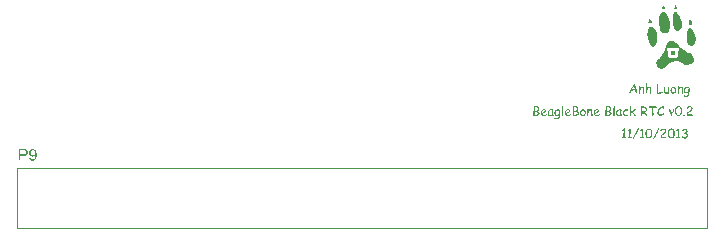
<source format=gto>
%FSLAX25Y25*%
%MOIN*%
G70*
G01*
G75*
G04 Layer_Color=65535*
%ADD10C,0.01600*%
%ADD11C,0.05906*%
%ADD12R,0.05906X0.05906*%
%ADD13C,0.06000*%
%ADD14R,0.06000X0.06000*%
%ADD15C,0.04000*%
%ADD16R,0.03543X0.03740*%
%ADD17R,0.03740X0.03543*%
%ADD18O,0.08661X0.02362*%
%ADD19O,0.02362X0.08268*%
%ADD20C,0.00100*%
G36*
X296731Y43219D02*
X296764Y43213D01*
X296848Y43202D01*
X296942Y43180D01*
X297047Y43147D01*
X297153Y43097D01*
X297253Y43036D01*
X297258D01*
X297264Y43025D01*
X297297Y42997D01*
X297347Y42953D01*
X297403Y42892D01*
X297458Y42814D01*
X297508Y42725D01*
X297541Y42620D01*
X297547Y42564D01*
X297552Y42503D01*
Y42492D01*
Y42470D01*
X297547Y42425D01*
Y42375D01*
X297536Y42314D01*
X297525Y42248D01*
X297514Y42181D01*
X297491Y42109D01*
Y42103D01*
X297480Y42081D01*
X297464Y42042D01*
X297447Y42004D01*
X297419Y41954D01*
X297386Y41898D01*
X297347Y41837D01*
X297303Y41781D01*
X297297Y41770D01*
X297275Y41748D01*
X297236Y41709D01*
X297181Y41659D01*
X297103Y41598D01*
X297014Y41526D01*
X296903Y41443D01*
X296770Y41360D01*
X296764D01*
X296753Y41349D01*
X296731Y41337D01*
X296709Y41321D01*
X296637Y41276D01*
X296559Y41221D01*
X296470Y41160D01*
X296387Y41093D01*
X296309Y41038D01*
X296282Y41010D01*
X296254Y40982D01*
X296243Y40971D01*
X296215Y40938D01*
X296182Y40888D01*
X296137Y40821D01*
X296098Y40738D01*
X296059Y40638D01*
X296037Y40522D01*
X296026Y40461D01*
Y40400D01*
X296453Y40439D01*
X296498D01*
X296526Y40444D01*
X296565D01*
X296603Y40450D01*
X296703Y40455D01*
X296809D01*
X296914Y40461D01*
X297009Y40466D01*
X297153D01*
X297192Y40461D01*
X297236Y40455D01*
X297286Y40444D01*
X297392Y40411D01*
X297403Y40405D01*
X297425Y40394D01*
X297453Y40377D01*
X297491Y40355D01*
X297525Y40327D01*
X297558Y40294D01*
X297580Y40250D01*
X297586Y40205D01*
Y40200D01*
Y40194D01*
X297580Y40155D01*
X297558Y40106D01*
X297547Y40083D01*
X297525Y40056D01*
X297514Y40044D01*
X297486Y40028D01*
X297441Y40005D01*
X297414Y40000D01*
X297386Y39994D01*
X297375D01*
X297347Y40000D01*
X297297Y40011D01*
X297236Y40028D01*
X297231D01*
X297219Y40033D01*
X297203Y40039D01*
X297181Y40044D01*
X297136Y40056D01*
X297092Y40061D01*
X297014D01*
X296970Y40056D01*
X296914D01*
X296848Y40050D01*
X296770Y40044D01*
X296737D01*
X296698Y40039D01*
X296648D01*
X296542Y40033D01*
X296387D01*
X296354Y40028D01*
X296309Y40022D01*
X296259Y40017D01*
X296204Y40011D01*
X296176D01*
X296148Y40005D01*
X296115D01*
X296032Y40000D01*
X295993Y39994D01*
X295921D01*
X295893Y40000D01*
X295887D01*
X295871Y40005D01*
X295849Y40011D01*
X295804D01*
X295777Y40017D01*
X295749Y40028D01*
X295715Y40044D01*
X295688Y40072D01*
X295660Y40106D01*
X295638Y40150D01*
Y40155D01*
X295632Y40167D01*
Y40183D01*
X295627Y40211D01*
X295621Y40244D01*
Y40289D01*
X295616Y40339D01*
Y40400D01*
Y40405D01*
Y40422D01*
Y40450D01*
X295621Y40483D01*
Y40522D01*
X295632Y40572D01*
X295649Y40683D01*
X295682Y40805D01*
X295726Y40938D01*
X295793Y41066D01*
X295837Y41132D01*
X295882Y41188D01*
X295887Y41193D01*
X295910Y41215D01*
X295949Y41249D01*
X295976Y41271D01*
X296009Y41299D01*
X296048Y41332D01*
X296093Y41371D01*
X296148Y41410D01*
X296209Y41460D01*
X296276Y41510D01*
X296354Y41565D01*
X296443Y41626D01*
X296537Y41693D01*
X296542D01*
X296548Y41704D01*
X296565Y41715D01*
X296587Y41726D01*
X296637Y41765D01*
X296698Y41809D01*
X296764Y41859D01*
X296831Y41915D01*
X296892Y41965D01*
X296936Y42009D01*
X296942Y42020D01*
X296964Y42048D01*
X296992Y42087D01*
X297031Y42148D01*
X297064Y42214D01*
X297092Y42298D01*
X297114Y42386D01*
X297119Y42481D01*
Y42486D01*
Y42503D01*
X297108Y42531D01*
X297097Y42564D01*
X297075Y42603D01*
X297047Y42642D01*
X297003Y42686D01*
X296942Y42725D01*
X296936Y42731D01*
X296914Y42742D01*
X296886Y42753D01*
X296848Y42775D01*
X296803Y42792D01*
X296748Y42803D01*
X296698Y42814D01*
X296642Y42819D01*
X296609D01*
X296570Y42814D01*
X296526Y42808D01*
X296470Y42792D01*
X296404Y42775D01*
X296342Y42747D01*
X296276Y42708D01*
X295976Y42470D01*
X295971D01*
X295960Y42459D01*
X295943Y42448D01*
X295921Y42437D01*
X295871Y42414D01*
X295849Y42409D01*
X295826Y42403D01*
X295815D01*
X295793Y42409D01*
X295760Y42414D01*
X295721Y42425D01*
X295682Y42448D01*
X295649Y42475D01*
X295627Y42520D01*
X295616Y42575D01*
Y42581D01*
Y42592D01*
X295621Y42608D01*
X295627Y42631D01*
X295649Y42686D01*
X295666Y42714D01*
X295693Y42742D01*
X295699Y42747D01*
X295704Y42753D01*
X295732Y42781D01*
X295782Y42819D01*
X295837Y42869D01*
X295904Y42925D01*
X295976Y42980D01*
X296048Y43030D01*
X296121Y43075D01*
X296126D01*
X296132Y43080D01*
X296165Y43097D01*
X296215Y43125D01*
X296282Y43152D01*
X296359Y43175D01*
X296448Y43202D01*
X296542Y43219D01*
X296642Y43224D01*
X296698D01*
X296731Y43219D01*
D02*
G37*
G36*
X275447Y42226D02*
X275502Y42220D01*
X275574Y42209D01*
X275652Y42187D01*
X275735Y42164D01*
X275830Y42131D01*
X275835D01*
X275846Y42126D01*
X275857Y42120D01*
X275880Y42109D01*
X275930Y42081D01*
X275991Y42048D01*
X276052Y42004D01*
X276102Y41954D01*
X276124Y41926D01*
X276140Y41898D01*
X276146Y41865D01*
X276152Y41831D01*
Y41826D01*
Y41820D01*
X276146Y41787D01*
X276129Y41743D01*
X276096Y41693D01*
X276085Y41682D01*
X276063Y41665D01*
X276024Y41643D01*
X275996Y41637D01*
X275969Y41632D01*
X275957D01*
X275930Y41637D01*
X275896Y41648D01*
X275857Y41665D01*
X275852Y41671D01*
X275830Y41687D01*
X275802Y41709D01*
X275774Y41737D01*
X275769Y41743D01*
X275752Y41754D01*
X275719Y41770D01*
X275674Y41787D01*
X275619Y41804D01*
X275552Y41820D01*
X275469Y41831D01*
X275369Y41837D01*
X275358D01*
X275330Y41831D01*
X275291Y41815D01*
X275236Y41787D01*
X275203Y41770D01*
X275169Y41743D01*
X275136Y41715D01*
X275097Y41676D01*
X275058Y41632D01*
X275020Y41582D01*
X274981Y41521D01*
X274942Y41454D01*
Y41449D01*
X274936Y41438D01*
X274925Y41421D01*
X274914Y41393D01*
X274897Y41365D01*
X274881Y41326D01*
X274847Y41243D01*
X274814Y41149D01*
X274781Y41049D01*
X274759Y40944D01*
X274753Y40844D01*
Y40838D01*
Y40832D01*
X274759Y40799D01*
X274764Y40749D01*
X274775Y40683D01*
X274797Y40616D01*
X274831Y40544D01*
X274881Y40472D01*
X274942Y40405D01*
X274947Y40400D01*
X274975Y40383D01*
X275008Y40361D01*
X275064Y40333D01*
X275125Y40305D01*
X275203Y40283D01*
X275291Y40266D01*
X275391Y40261D01*
X275413D01*
X275441Y40266D01*
X275475Y40272D01*
X275513Y40277D01*
X275558Y40289D01*
X275608Y40305D01*
X275663Y40327D01*
X275907Y40455D01*
X275913D01*
X275919Y40461D01*
X275941Y40477D01*
X275969Y40488D01*
X275996Y40494D01*
X276007D01*
X276041Y40488D01*
X276085Y40466D01*
X276107Y40450D01*
X276129Y40427D01*
X276135D01*
X276140Y40416D01*
X276163Y40389D01*
X276179Y40344D01*
X276190Y40316D01*
Y40289D01*
Y40283D01*
X276185Y40261D01*
X276174Y40233D01*
X276152Y40194D01*
X276113Y40150D01*
X276085Y40122D01*
X276052Y40100D01*
X276013Y40072D01*
X275974Y40044D01*
X275919Y40022D01*
X275863Y39994D01*
X275857D01*
X275852Y39989D01*
X275819Y39972D01*
X275763Y39956D01*
X275696Y39933D01*
X275624Y39906D01*
X275547Y39889D01*
X275464Y39872D01*
X275391Y39867D01*
X275352D01*
X275319Y39872D01*
X275286D01*
X275241Y39878D01*
X275142Y39900D01*
X275030Y39928D01*
X274908Y39972D01*
X274792Y40039D01*
X274731Y40078D01*
X274675Y40122D01*
X274670Y40128D01*
X274664Y40133D01*
X274648Y40150D01*
X274631Y40172D01*
X274609Y40200D01*
X274581Y40233D01*
X274525Y40316D01*
X274470Y40422D01*
X274420Y40544D01*
X274387Y40683D01*
X274381Y40760D01*
X274376Y40844D01*
Y40849D01*
Y40866D01*
Y40888D01*
X274381Y40916D01*
X274387Y40955D01*
X274392Y41005D01*
X274398Y41054D01*
X274409Y41116D01*
X274442Y41249D01*
X274498Y41399D01*
X274525Y41476D01*
X274564Y41560D01*
X274609Y41643D01*
X274659Y41726D01*
X274664Y41732D01*
X274675Y41748D01*
X274692Y41770D01*
X274714Y41804D01*
X274742Y41843D01*
X274781Y41887D01*
X274864Y41981D01*
X274970Y42070D01*
X275025Y42115D01*
X275092Y42153D01*
X275153Y42187D01*
X275225Y42209D01*
X275297Y42226D01*
X275369Y42231D01*
X275408D01*
X275447Y42226D01*
D02*
G37*
G36*
X283178Y43175D02*
X283206D01*
X283250Y43169D01*
X283311Y43163D01*
X283383Y43152D01*
X283472Y43141D01*
X283483D01*
X283505Y43136D01*
X283544D01*
X283594Y43130D01*
X283650Y43125D01*
X283705D01*
X283761Y43119D01*
X284027D01*
X284105Y43125D01*
X284282D01*
X284338Y43130D01*
X284643D01*
X284699Y43125D01*
X284765D01*
X284848Y43119D01*
X284943Y43113D01*
X285054Y43102D01*
X285087D01*
X285109Y43097D01*
X285165D01*
X285237Y43091D01*
X285315Y43086D01*
X285392D01*
X285470Y43080D01*
X285553D01*
X285570Y43075D01*
X285592D01*
X285642Y43053D01*
X285670Y43041D01*
X285692Y43019D01*
X285698D01*
X285703Y43008D01*
X285725Y42975D01*
X285742Y42930D01*
X285753Y42897D01*
Y42864D01*
Y42858D01*
Y42847D01*
X285748Y42831D01*
Y42814D01*
X285725Y42758D01*
X285714Y42736D01*
X285692Y42708D01*
X285681Y42697D01*
X285648Y42681D01*
X285603Y42658D01*
X285570Y42653D01*
X285537Y42647D01*
X285470D01*
X285420Y42653D01*
X285353D01*
X285270Y42658D01*
X285170Y42664D01*
X285059Y42675D01*
X285032D01*
X285010Y42681D01*
X284948D01*
X284882Y42686D01*
X284804Y42692D01*
X284721D01*
X284643Y42697D01*
X284432D01*
Y42692D01*
Y42686D01*
Y42664D01*
Y42642D01*
X284438Y42608D01*
Y42570D01*
Y42525D01*
X284443Y42470D01*
Y42409D01*
X284449Y42336D01*
X284454Y42259D01*
X284460Y42176D01*
X284466Y42081D01*
X284471Y41981D01*
X284477Y41870D01*
X284488Y41754D01*
Y41748D01*
Y41726D01*
X284493Y41698D01*
Y41654D01*
X284499Y41604D01*
X284504Y41543D01*
Y41482D01*
X284510Y41410D01*
X284521Y41260D01*
X284527Y41099D01*
X284532Y40949D01*
Y40877D01*
Y40810D01*
Y40805D01*
Y40799D01*
Y40777D01*
Y40755D01*
X284538Y40727D01*
Y40688D01*
X284543Y40644D01*
X284549Y40588D01*
Y40583D01*
X284554Y40566D01*
Y40538D01*
X284560Y40505D01*
X284565Y40433D01*
Y40394D01*
Y40366D01*
Y40361D01*
Y40344D01*
Y40316D01*
X284560Y40283D01*
X284543Y40200D01*
X284516Y40117D01*
Y40111D01*
X284504Y40094D01*
X284488Y40072D01*
X284471Y40050D01*
X284443Y40028D01*
X284410Y40005D01*
X284377Y39989D01*
X284332Y39983D01*
X284321D01*
X284282Y39989D01*
X284232Y40005D01*
X284183Y40039D01*
Y40044D01*
X284171Y40050D01*
X284149Y40083D01*
X284127Y40128D01*
X284121Y40155D01*
X284116Y40189D01*
Y40194D01*
Y40211D01*
Y40244D01*
X284121Y40283D01*
Y40289D01*
Y40294D01*
X284127Y40322D01*
X284133Y40350D01*
Y40377D01*
Y40383D01*
Y40400D01*
Y40422D01*
Y40455D01*
X284127Y40499D01*
Y40555D01*
X284121Y40616D01*
X284116Y40688D01*
Y40699D01*
Y40721D01*
X284110Y40760D01*
Y40805D01*
X284105Y40905D01*
Y40955D01*
Y40999D01*
Y41005D01*
Y41016D01*
Y41032D01*
Y41054D01*
Y41088D01*
Y41121D01*
X284099Y41166D01*
Y41215D01*
Y41276D01*
X284094Y41337D01*
X284088Y41404D01*
Y41482D01*
X284083Y41565D01*
X284077Y41648D01*
X284066Y41743D01*
X284060Y41843D01*
Y41848D01*
Y41870D01*
X284055Y41898D01*
Y41937D01*
X284049Y41987D01*
X284044Y42042D01*
X284038Y42103D01*
X284033Y42170D01*
X284027Y42309D01*
X284016Y42448D01*
X284010Y42581D01*
X284005Y42642D01*
Y42692D01*
X283811Y42686D01*
X283694D01*
X283650Y42692D01*
X283550Y42697D01*
X283433Y42703D01*
X283311Y42714D01*
X283195Y42731D01*
X283089Y42753D01*
X283084D01*
X283061Y42764D01*
X283039Y42775D01*
X283006Y42797D01*
X282978Y42825D01*
X282950Y42858D01*
X282928Y42908D01*
X282923Y42964D01*
Y42969D01*
Y42980D01*
X282928Y43014D01*
X282945Y43064D01*
X282973Y43113D01*
X282978Y43119D01*
X282984Y43125D01*
X283017Y43147D01*
X283072Y43175D01*
X283106Y43180D01*
X283156D01*
X283178Y43175D01*
D02*
G37*
G36*
X281052Y43180D02*
X281063D01*
X281080Y43175D01*
X281102D01*
X281152Y43163D01*
X281224Y43152D01*
X281296Y43130D01*
X281380Y43108D01*
X281463Y43080D01*
X281541Y43041D01*
X281552Y43036D01*
X281580Y43019D01*
X281618Y42997D01*
X281674Y42964D01*
X281740Y42919D01*
X281807Y42864D01*
X281885Y42803D01*
X281968Y42736D01*
X282046Y42658D01*
X282123Y42575D01*
X282196Y42481D01*
X282257Y42386D01*
X282312Y42281D01*
X282351Y42170D01*
X282379Y42059D01*
X282390Y41937D01*
Y41931D01*
Y41920D01*
Y41904D01*
X282384Y41881D01*
X282373Y41826D01*
X282351Y41748D01*
X282318Y41659D01*
X282268Y41565D01*
X282235Y41521D01*
X282196Y41471D01*
X282146Y41421D01*
X282096Y41376D01*
X282085Y41365D01*
X282057Y41343D01*
X282001Y41310D01*
X281935Y41265D01*
X281852Y41215D01*
X281752Y41166D01*
X281641Y41121D01*
X281519Y41077D01*
X281524Y41071D01*
X281546Y41060D01*
X281580Y41043D01*
X281624Y41016D01*
X281679Y40982D01*
X281740Y40944D01*
X281813Y40905D01*
X281885Y40855D01*
X282040Y40744D01*
X282207Y40616D01*
X282362Y40483D01*
X282429Y40411D01*
X282495Y40339D01*
Y40333D01*
X282506Y40327D01*
X282523Y40294D01*
X282540Y40250D01*
X282551Y40194D01*
Y40189D01*
Y40178D01*
X282545Y40161D01*
Y40144D01*
X282523Y40089D01*
X282506Y40067D01*
X282484Y40039D01*
X282479D01*
X282473Y40028D01*
X282440Y40011D01*
X282395Y39989D01*
X282362Y39983D01*
X282334Y39978D01*
X282323D01*
X282284Y39989D01*
X282240Y40005D01*
X282212Y40022D01*
X282185Y40044D01*
X282179Y40050D01*
X282151Y40072D01*
X282112Y40111D01*
X282062Y40155D01*
X281996Y40211D01*
X281918Y40272D01*
X281829Y40344D01*
X281735Y40416D01*
X281624Y40494D01*
X281502Y40572D01*
X281380Y40644D01*
X281241Y40721D01*
X281102Y40794D01*
X280958Y40860D01*
X280803Y40916D01*
X280647Y40966D01*
X280664Y40555D01*
X280675Y40139D01*
Y40133D01*
Y40122D01*
X280669Y40106D01*
Y40089D01*
X280647Y40039D01*
X280636Y40011D01*
X280614Y39989D01*
X280603Y39978D01*
X280575Y39961D01*
X280525Y39939D01*
X280497Y39933D01*
X280464Y39928D01*
X280447D01*
X280431Y39933D01*
X280409D01*
X280359Y39956D01*
X280331Y39967D01*
X280309Y39989D01*
Y39994D01*
X280297Y40000D01*
X280281Y40033D01*
X280264Y40078D01*
X280253Y40139D01*
Y40144D01*
Y40172D01*
Y40211D01*
Y40261D01*
X280248Y40333D01*
Y40416D01*
X280242Y40516D01*
X280237Y40633D01*
Y40638D01*
Y40649D01*
Y40666D01*
Y40688D01*
X280231Y40749D01*
Y40821D01*
X280225Y40899D01*
Y40982D01*
X280220Y41066D01*
Y41132D01*
Y41143D01*
Y41166D01*
Y41210D01*
X280225Y41276D01*
X280231Y41354D01*
X280237Y41454D01*
X280248Y41571D01*
X280259Y41704D01*
Y41709D01*
Y41721D01*
X280264Y41743D01*
Y41765D01*
X280270Y41798D01*
X280275Y41837D01*
X280281Y41920D01*
X280292Y42015D01*
X280297Y42109D01*
X280303Y42198D01*
Y42276D01*
Y42281D01*
Y42298D01*
Y42320D01*
Y42359D01*
X280297Y42403D01*
X280292Y42459D01*
X280286Y42520D01*
X280281Y42592D01*
Y42603D01*
Y42625D01*
X280275Y42664D01*
Y42714D01*
X280270Y42819D01*
X280264Y42869D01*
Y42914D01*
Y42919D01*
Y42936D01*
X280270Y42958D01*
X280275Y42986D01*
X280292Y43053D01*
X280309Y43086D01*
X280331Y43119D01*
X280336Y43125D01*
X280347Y43136D01*
X280364Y43152D01*
X280386Y43175D01*
X280420Y43191D01*
X280453Y43208D01*
X280497Y43224D01*
X280547D01*
X281052Y43180D01*
D02*
G37*
G36*
X277012Y43358D02*
X277062Y43336D01*
X277084Y43325D01*
X277106Y43302D01*
X277112D01*
X277117Y43291D01*
X277140Y43258D01*
X277156Y43213D01*
X277167Y43180D01*
Y43147D01*
Y43141D01*
Y43130D01*
Y43108D01*
Y43086D01*
X277173Y43053D01*
Y43014D01*
X277178Y42919D01*
Y42914D01*
Y42897D01*
X277184Y42875D01*
Y42842D01*
X277189Y42770D01*
Y42692D01*
X277173Y42020D01*
Y42015D01*
Y42004D01*
Y41987D01*
Y41959D01*
Y41926D01*
X277167Y41887D01*
Y41793D01*
Y41682D01*
Y41560D01*
Y41426D01*
Y41288D01*
X277173D01*
X277178Y41299D01*
X277195Y41310D01*
X277217Y41326D01*
X277273Y41371D01*
X277345Y41426D01*
X277428Y41499D01*
X277517Y41582D01*
X277617Y41671D01*
X277717Y41765D01*
X278177Y42242D01*
X278183Y42248D01*
X278188Y42253D01*
X278222Y42281D01*
X278272Y42303D01*
X278299Y42309D01*
X278327Y42314D01*
X278344D01*
X278377Y42309D01*
X278427Y42287D01*
X278449Y42270D01*
X278477Y42248D01*
X278483Y42242D01*
X278488Y42237D01*
X278510Y42203D01*
X278533Y42159D01*
X278544Y42126D01*
Y42098D01*
Y42092D01*
Y42087D01*
X278538Y42053D01*
X278516Y42009D01*
X278505Y41987D01*
X278483Y41959D01*
X278477Y41954D01*
X278471Y41948D01*
X278455Y41931D01*
X278438Y41909D01*
X278383Y41848D01*
X278305Y41765D01*
X278211Y41671D01*
X278100Y41560D01*
X277978Y41443D01*
X277839Y41315D01*
X278305Y40683D01*
X278311Y40677D01*
X278322Y40666D01*
X278333Y40644D01*
X278355Y40611D01*
X278377Y40577D01*
X278405Y40538D01*
X278466Y40450D01*
X278527Y40350D01*
X278577Y40261D01*
X278599Y40216D01*
X278616Y40178D01*
X278621Y40144D01*
X278627Y40117D01*
Y40111D01*
Y40106D01*
X278621Y40067D01*
X278599Y40022D01*
X278583Y40000D01*
X278560Y39978D01*
X278555D01*
X278549Y39967D01*
X278516Y39950D01*
X278466Y39928D01*
X278438Y39922D01*
X278405Y39917D01*
X278388D01*
X278366Y39922D01*
X278338Y39933D01*
X278311Y39944D01*
X278283Y39967D01*
X278255Y39994D01*
X278227Y40033D01*
X278222Y40044D01*
X278205Y40072D01*
X278183Y40117D01*
X278144Y40178D01*
X278100Y40250D01*
X278039Y40333D01*
X277972Y40427D01*
X277894Y40533D01*
X277522Y41038D01*
X277517Y41032D01*
X277500Y41021D01*
X277473Y40999D01*
X277428Y40971D01*
X277378Y40932D01*
X277312Y40883D01*
X277234Y40827D01*
X277145Y40766D01*
Y40760D01*
Y40749D01*
Y40733D01*
X277140Y40710D01*
Y40683D01*
Y40644D01*
X277134Y40566D01*
X277129Y40466D01*
Y40361D01*
X277123Y40250D01*
Y40133D01*
Y40128D01*
Y40117D01*
X277117Y40100D01*
Y40078D01*
X277095Y40028D01*
X277084Y40005D01*
X277062Y39983D01*
X277051Y39972D01*
X277023Y39956D01*
X276979Y39933D01*
X276951Y39928D01*
X276918Y39922D01*
X276906D01*
X276884Y39928D01*
X276851Y39939D01*
X276812Y39956D01*
X276773Y39989D01*
X276740Y40044D01*
X276729Y40072D01*
X276718Y40111D01*
X276707Y40155D01*
Y40205D01*
Y40211D01*
Y40239D01*
Y40277D01*
X276712Y40333D01*
Y40411D01*
X276718Y40499D01*
X276723Y40605D01*
X276729Y40727D01*
Y40733D01*
Y40744D01*
Y40760D01*
X276734Y40782D01*
X276740Y40849D01*
X276746Y40921D01*
Y41010D01*
X276751Y41093D01*
X276757Y41177D01*
Y41249D01*
Y41254D01*
Y41265D01*
Y41282D01*
Y41304D01*
Y41337D01*
Y41371D01*
Y41460D01*
Y41565D01*
Y41687D01*
X276762Y41826D01*
Y41976D01*
Y41981D01*
Y41993D01*
Y42015D01*
Y42042D01*
Y42081D01*
X276768Y42120D01*
Y42220D01*
Y42336D01*
X276773Y42459D01*
Y42581D01*
Y42703D01*
Y42708D01*
Y42720D01*
Y42742D01*
Y42764D01*
Y42797D01*
X276768Y42836D01*
X276762Y42925D01*
Y42930D01*
Y42947D01*
Y42969D01*
Y43003D01*
X276757Y43075D01*
Y43147D01*
Y43152D01*
Y43163D01*
X276762Y43180D01*
Y43202D01*
X276779Y43252D01*
X276812Y43302D01*
Y43308D01*
X276823Y43313D01*
X276851Y43336D01*
X276901Y43352D01*
X276929Y43363D01*
X276979D01*
X277012Y43358D01*
D02*
G37*
G36*
X289871Y42209D02*
X289893Y42198D01*
X289927Y42181D01*
X289954Y42159D01*
X289982Y42131D01*
X290004Y42087D01*
X290543Y40616D01*
Y40622D01*
X290548Y40633D01*
X290560Y40649D01*
X290571Y40677D01*
X290587Y40716D01*
X290604Y40755D01*
X290626Y40805D01*
X290648Y40866D01*
X290676Y40932D01*
X290709Y41005D01*
X290743Y41082D01*
X290776Y41171D01*
X290815Y41265D01*
X290854Y41365D01*
X290893Y41476D01*
X290937Y41593D01*
X290942Y41598D01*
X290948Y41626D01*
X290959Y41659D01*
X290981Y41715D01*
X291003Y41781D01*
X291037Y41865D01*
X291070Y41959D01*
X291114Y42065D01*
X291120Y42070D01*
X291126Y42087D01*
X291142Y42109D01*
X291164Y42137D01*
X291192Y42159D01*
X291220Y42181D01*
X291259Y42198D01*
X291303Y42203D01*
X291320D01*
X291353Y42198D01*
X291403Y42176D01*
X291425Y42164D01*
X291453Y42142D01*
X291459D01*
X291464Y42131D01*
X291486Y42103D01*
X291509Y42053D01*
X291520Y42026D01*
Y41993D01*
Y41987D01*
Y41981D01*
X291514Y41970D01*
X291509Y41948D01*
X291503Y41926D01*
X291492Y41892D01*
X291475Y41854D01*
X291459Y41804D01*
X291436Y41743D01*
X291409Y41671D01*
X291370Y41582D01*
X291331Y41482D01*
X291286Y41371D01*
X291231Y41243D01*
X291170Y41099D01*
X290743Y40106D01*
Y40100D01*
X290737Y40078D01*
X290732Y40044D01*
X290715Y40011D01*
X290693Y39978D01*
X290654Y39944D01*
X290609Y39922D01*
X290548Y39917D01*
X290543D01*
X290521Y39922D01*
X290498Y39928D01*
X290465Y39939D01*
X290426Y39961D01*
X290387Y39994D01*
X290354Y40033D01*
X290326Y40094D01*
X290004Y40944D01*
X289627Y41909D01*
Y41920D01*
X289621Y41943D01*
X289616Y41970D01*
X289610Y42004D01*
Y42009D01*
Y42020D01*
X289616Y42037D01*
Y42053D01*
X289638Y42103D01*
X289649Y42131D01*
X289671Y42153D01*
X289677Y42159D01*
X289683Y42164D01*
X289716Y42187D01*
X289766Y42203D01*
X289794Y42214D01*
X289849D01*
X289871Y42209D01*
D02*
G37*
G36*
X292974Y43258D02*
X293013D01*
X293057Y43247D01*
X293112Y43241D01*
X293168Y43224D01*
X293234Y43202D01*
X293301Y43180D01*
X293373Y43147D01*
X293445Y43108D01*
X293518Y43064D01*
X293584Y43008D01*
X293656Y42947D01*
X293717Y42875D01*
X293778Y42792D01*
X293784Y42786D01*
X293790Y42775D01*
X293806Y42753D01*
X293823Y42720D01*
X293840Y42681D01*
X293867Y42631D01*
X293889Y42575D01*
X293917Y42514D01*
X293939Y42442D01*
X293967Y42370D01*
X293989Y42287D01*
X294006Y42198D01*
X294039Y42009D01*
X294045Y41904D01*
X294050Y41798D01*
Y41787D01*
Y41759D01*
Y41709D01*
X294045Y41643D01*
X294039Y41565D01*
X294034Y41476D01*
X294028Y41376D01*
X294011Y41265D01*
X293978Y41038D01*
X293923Y40805D01*
X293889Y40688D01*
X293851Y40577D01*
X293806Y40477D01*
X293751Y40383D01*
X293745Y40377D01*
X293740Y40361D01*
X293717Y40339D01*
X293695Y40311D01*
X293662Y40277D01*
X293623Y40233D01*
X293579Y40194D01*
X293529Y40150D01*
X293468Y40106D01*
X293401Y40067D01*
X293329Y40028D01*
X293246Y39989D01*
X293162Y39961D01*
X293068Y39939D01*
X292963Y39922D01*
X292857Y39917D01*
X292829D01*
X292796Y39922D01*
X292752Y39928D01*
X292702Y39933D01*
X292641Y39950D01*
X292574Y39967D01*
X292502Y39989D01*
X292424Y40022D01*
X292347Y40061D01*
X292269Y40106D01*
X292197Y40161D01*
X292119Y40228D01*
X292047Y40305D01*
X291986Y40400D01*
X291925Y40499D01*
Y40505D01*
X291914Y40522D01*
X291903Y40544D01*
X291891Y40583D01*
X291875Y40627D01*
X291853Y40677D01*
X291836Y40744D01*
X291814Y40816D01*
X291792Y40894D01*
X291775Y40982D01*
X291753Y41077D01*
X291736Y41182D01*
X291725Y41293D01*
X291714Y41410D01*
X291703Y41532D01*
Y41665D01*
Y41671D01*
Y41693D01*
Y41726D01*
X291708Y41770D01*
X291714Y41820D01*
X291719Y41881D01*
X291725Y41954D01*
X291742Y42026D01*
X291775Y42192D01*
X291825Y42370D01*
X291858Y42464D01*
X291897Y42553D01*
X291941Y42642D01*
X291991Y42731D01*
X291997Y42736D01*
X292008Y42753D01*
X292025Y42781D01*
X292052Y42814D01*
X292086Y42853D01*
X292130Y42897D01*
X292180Y42947D01*
X292236Y42997D01*
X292297Y43047D01*
X292369Y43097D01*
X292441Y43141D01*
X292524Y43180D01*
X292613Y43213D01*
X292707Y43241D01*
X292813Y43258D01*
X292918Y43263D01*
X292940D01*
X292974Y43258D01*
D02*
G37*
G36*
X290539Y35758D02*
X290578D01*
X290622Y35747D01*
X290678Y35741D01*
X290733Y35724D01*
X290800Y35702D01*
X290866Y35680D01*
X290939Y35647D01*
X291011Y35608D01*
X291083Y35564D01*
X291149Y35508D01*
X291222Y35447D01*
X291283Y35375D01*
X291344Y35292D01*
X291349Y35286D01*
X291355Y35275D01*
X291371Y35253D01*
X291388Y35219D01*
X291405Y35181D01*
X291432Y35131D01*
X291455Y35075D01*
X291482Y35014D01*
X291505Y34942D01*
X291532Y34870D01*
X291555Y34787D01*
X291571Y34698D01*
X291605Y34509D01*
X291610Y34404D01*
X291616Y34298D01*
Y34287D01*
Y34259D01*
Y34209D01*
X291610Y34143D01*
X291605Y34065D01*
X291599Y33976D01*
X291594Y33876D01*
X291577Y33765D01*
X291544Y33538D01*
X291488Y33305D01*
X291455Y33188D01*
X291416Y33077D01*
X291371Y32977D01*
X291316Y32883D01*
X291310Y32877D01*
X291305Y32861D01*
X291283Y32838D01*
X291261Y32811D01*
X291227Y32778D01*
X291188Y32733D01*
X291144Y32694D01*
X291094Y32650D01*
X291033Y32605D01*
X290966Y32567D01*
X290894Y32528D01*
X290811Y32489D01*
X290728Y32461D01*
X290633Y32439D01*
X290528Y32422D01*
X290422Y32417D01*
X290395D01*
X290361Y32422D01*
X290317Y32428D01*
X290267Y32433D01*
X290206Y32450D01*
X290139Y32467D01*
X290067Y32489D01*
X289990Y32522D01*
X289912Y32561D01*
X289834Y32605D01*
X289762Y32661D01*
X289684Y32728D01*
X289612Y32805D01*
X289551Y32900D01*
X289490Y33000D01*
Y33005D01*
X289479Y33022D01*
X289468Y33044D01*
X289457Y33083D01*
X289440Y33127D01*
X289418Y33177D01*
X289401Y33244D01*
X289379Y33316D01*
X289357Y33393D01*
X289340Y33482D01*
X289318Y33577D01*
X289301Y33682D01*
X289290Y33793D01*
X289279Y33910D01*
X289268Y34032D01*
Y34165D01*
Y34170D01*
Y34193D01*
Y34226D01*
X289274Y34270D01*
X289279Y34320D01*
X289285Y34381D01*
X289290Y34454D01*
X289307Y34526D01*
X289340Y34692D01*
X289390Y34870D01*
X289423Y34964D01*
X289462Y35053D01*
X289507Y35142D01*
X289557Y35231D01*
X289562Y35236D01*
X289573Y35253D01*
X289590Y35280D01*
X289618Y35314D01*
X289651Y35353D01*
X289695Y35397D01*
X289745Y35447D01*
X289801Y35497D01*
X289862Y35547D01*
X289934Y35597D01*
X290006Y35641D01*
X290089Y35680D01*
X290178Y35713D01*
X290273Y35741D01*
X290378Y35758D01*
X290483Y35763D01*
X290506D01*
X290539Y35758D01*
D02*
G37*
G36*
X287975Y35719D02*
X288008Y35713D01*
X288091Y35702D01*
X288186Y35680D01*
X288291Y35647D01*
X288397Y35597D01*
X288497Y35536D01*
X288502D01*
X288508Y35525D01*
X288541Y35497D01*
X288591Y35453D01*
X288647Y35392D01*
X288702Y35314D01*
X288752Y35225D01*
X288785Y35120D01*
X288791Y35064D01*
X288796Y35003D01*
Y34992D01*
Y34970D01*
X288791Y34925D01*
Y34875D01*
X288780Y34814D01*
X288769Y34748D01*
X288757Y34681D01*
X288735Y34609D01*
Y34603D01*
X288724Y34581D01*
X288707Y34542D01*
X288691Y34504D01*
X288663Y34454D01*
X288630Y34398D01*
X288591Y34337D01*
X288546Y34282D01*
X288541Y34270D01*
X288519Y34248D01*
X288480Y34209D01*
X288424Y34159D01*
X288347Y34098D01*
X288258Y34026D01*
X288147Y33943D01*
X288014Y33860D01*
X288008D01*
X287997Y33849D01*
X287975Y33838D01*
X287953Y33821D01*
X287880Y33777D01*
X287803Y33721D01*
X287714Y33660D01*
X287631Y33593D01*
X287553Y33538D01*
X287525Y33510D01*
X287498Y33482D01*
X287487Y33471D01*
X287459Y33438D01*
X287425Y33388D01*
X287381Y33321D01*
X287342Y33238D01*
X287303Y33138D01*
X287281Y33022D01*
X287270Y32961D01*
Y32900D01*
X287697Y32939D01*
X287742D01*
X287770Y32944D01*
X287808D01*
X287847Y32950D01*
X287947Y32955D01*
X288053D01*
X288158Y32961D01*
X288252Y32966D01*
X288397D01*
X288436Y32961D01*
X288480Y32955D01*
X288530Y32944D01*
X288635Y32911D01*
X288647Y32905D01*
X288669Y32894D01*
X288696Y32877D01*
X288735Y32855D01*
X288769Y32827D01*
X288802Y32794D01*
X288824Y32750D01*
X288830Y32705D01*
Y32700D01*
Y32694D01*
X288824Y32655D01*
X288802Y32605D01*
X288791Y32583D01*
X288769Y32555D01*
X288757Y32544D01*
X288730Y32528D01*
X288685Y32506D01*
X288657Y32500D01*
X288630Y32495D01*
X288619D01*
X288591Y32500D01*
X288541Y32511D01*
X288480Y32528D01*
X288474D01*
X288463Y32533D01*
X288447Y32539D01*
X288424Y32544D01*
X288380Y32555D01*
X288336Y32561D01*
X288258D01*
X288213Y32555D01*
X288158D01*
X288091Y32550D01*
X288014Y32544D01*
X287981D01*
X287942Y32539D01*
X287892D01*
X287786Y32533D01*
X287631D01*
X287597Y32528D01*
X287553Y32522D01*
X287503Y32517D01*
X287448Y32511D01*
X287420D01*
X287392Y32506D01*
X287359D01*
X287276Y32500D01*
X287237Y32495D01*
X287165D01*
X287137Y32500D01*
X287131D01*
X287115Y32506D01*
X287092Y32511D01*
X287048D01*
X287020Y32517D01*
X286993Y32528D01*
X286959Y32544D01*
X286931Y32572D01*
X286904Y32605D01*
X286882Y32650D01*
Y32655D01*
X286876Y32667D01*
Y32683D01*
X286870Y32711D01*
X286865Y32744D01*
Y32789D01*
X286859Y32838D01*
Y32900D01*
Y32905D01*
Y32922D01*
Y32950D01*
X286865Y32983D01*
Y33022D01*
X286876Y33072D01*
X286893Y33183D01*
X286926Y33305D01*
X286970Y33438D01*
X287037Y33566D01*
X287081Y33632D01*
X287126Y33688D01*
X287131Y33693D01*
X287154Y33715D01*
X287192Y33749D01*
X287220Y33771D01*
X287253Y33799D01*
X287292Y33832D01*
X287337Y33871D01*
X287392Y33910D01*
X287453Y33960D01*
X287520Y34010D01*
X287597Y34065D01*
X287686Y34126D01*
X287781Y34193D01*
X287786D01*
X287792Y34204D01*
X287808Y34215D01*
X287831Y34226D01*
X287880Y34265D01*
X287942Y34309D01*
X288008Y34359D01*
X288075Y34415D01*
X288136Y34465D01*
X288180Y34509D01*
X288186Y34520D01*
X288208Y34548D01*
X288236Y34587D01*
X288275Y34648D01*
X288308Y34714D01*
X288336Y34798D01*
X288358Y34887D01*
X288363Y34981D01*
Y34986D01*
Y35003D01*
X288352Y35031D01*
X288341Y35064D01*
X288319Y35103D01*
X288291Y35142D01*
X288247Y35186D01*
X288186Y35225D01*
X288180Y35231D01*
X288158Y35242D01*
X288130Y35253D01*
X288091Y35275D01*
X288047Y35292D01*
X287992Y35303D01*
X287942Y35314D01*
X287886Y35319D01*
X287853D01*
X287814Y35314D01*
X287770Y35308D01*
X287714Y35292D01*
X287647Y35275D01*
X287586Y35247D01*
X287520Y35208D01*
X287220Y34970D01*
X287215D01*
X287204Y34959D01*
X287187Y34948D01*
X287165Y34936D01*
X287115Y34914D01*
X287092Y34909D01*
X287070Y34903D01*
X287059D01*
X287037Y34909D01*
X287004Y34914D01*
X286965Y34925D01*
X286926Y34948D01*
X286893Y34975D01*
X286870Y35020D01*
X286859Y35075D01*
Y35081D01*
Y35092D01*
X286865Y35109D01*
X286870Y35131D01*
X286893Y35186D01*
X286909Y35214D01*
X286937Y35242D01*
X286943Y35247D01*
X286948Y35253D01*
X286976Y35280D01*
X287026Y35319D01*
X287081Y35369D01*
X287148Y35425D01*
X287220Y35480D01*
X287292Y35530D01*
X287364Y35575D01*
X287370D01*
X287375Y35580D01*
X287409Y35597D01*
X287459Y35625D01*
X287525Y35652D01*
X287603Y35675D01*
X287692Y35702D01*
X287786Y35719D01*
X287886Y35724D01*
X287942D01*
X287975Y35719D01*
D02*
G37*
G36*
X294973Y35697D02*
X295007D01*
X295051Y35691D01*
X295157Y35680D01*
X295273Y35652D01*
X295390Y35619D01*
X295506Y35569D01*
X295612Y35503D01*
X295617D01*
X295623Y35491D01*
X295656Y35464D01*
X295701Y35414D01*
X295756Y35347D01*
X295812Y35258D01*
X295856Y35153D01*
X295889Y35031D01*
X295895Y34964D01*
X295900Y34892D01*
Y34887D01*
Y34870D01*
Y34848D01*
X295895Y34814D01*
X295889Y34776D01*
X295878Y34725D01*
X295850Y34626D01*
X295828Y34570D01*
X295800Y34515D01*
X295773Y34459D01*
X295734Y34409D01*
X295684Y34359D01*
X295634Y34309D01*
X295573Y34270D01*
X295501Y34237D01*
X295495D01*
X295479Y34232D01*
X295451Y34220D01*
X295417Y34209D01*
X295423D01*
X295428Y34204D01*
X295462Y34193D01*
X295512Y34165D01*
X295573Y34132D01*
X295639Y34093D01*
X295712Y34037D01*
X295778Y33976D01*
X295834Y33904D01*
X295839Y33893D01*
X295856Y33865D01*
X295878Y33821D01*
X295906Y33765D01*
X295934Y33688D01*
X295956Y33604D01*
X295972Y33505D01*
X295978Y33393D01*
Y33388D01*
Y33377D01*
Y33355D01*
X295972Y33327D01*
X295967Y33288D01*
X295961Y33249D01*
X295939Y33149D01*
X295906Y33038D01*
X295856Y32922D01*
X295823Y32861D01*
X295784Y32800D01*
X295734Y32744D01*
X295684Y32689D01*
X295678Y32683D01*
X295673Y32678D01*
X295656Y32661D01*
X295634Y32644D01*
X295601Y32622D01*
X295567Y32600D01*
X295484Y32550D01*
X295379Y32495D01*
X295256Y32450D01*
X295118Y32417D01*
X295046Y32411D01*
X294968Y32406D01*
X294912D01*
X294857Y32411D01*
X294779Y32422D01*
X294690Y32439D01*
X294596Y32461D01*
X294496Y32489D01*
X294402Y32533D01*
X294396D01*
X294391Y32539D01*
X294357Y32561D01*
X294307Y32600D01*
X294246Y32644D01*
X294185Y32705D01*
X294119Y32783D01*
X294063Y32866D01*
X294019Y32966D01*
Y32972D01*
X294013Y32988D01*
X294008Y33011D01*
Y33038D01*
Y33044D01*
Y33055D01*
X294013Y33088D01*
X294036Y33133D01*
X294047Y33155D01*
X294069Y33177D01*
X294074Y33183D01*
X294080Y33188D01*
X294113Y33210D01*
X294158Y33227D01*
X294191Y33238D01*
X294235D01*
X294269Y33227D01*
X294313Y33205D01*
X294341Y33188D01*
X294363Y33160D01*
X294457Y33011D01*
X294463Y33005D01*
X294474Y32994D01*
X294491Y32977D01*
X294513Y32955D01*
X294541Y32933D01*
X294579Y32905D01*
X294663Y32861D01*
X294668D01*
X294685Y32855D01*
X294713Y32844D01*
X294752Y32838D01*
X294796Y32827D01*
X294846Y32816D01*
X294901Y32811D01*
X295007D01*
X295051Y32816D01*
X295107Y32827D01*
X295168Y32844D01*
X295240Y32872D01*
X295306Y32905D01*
X295373Y32950D01*
X295379Y32955D01*
X295401Y32977D01*
X295428Y33011D01*
X295467Y33055D01*
X295501Y33105D01*
X295529Y33172D01*
X295551Y33244D01*
X295556Y33321D01*
Y33327D01*
Y33338D01*
Y33349D01*
X295551Y33371D01*
X295545Y33432D01*
X295529Y33499D01*
X295501Y33582D01*
X295456Y33665D01*
X295401Y33743D01*
X295323Y33821D01*
X295312Y33826D01*
X295284Y33849D01*
X295240Y33876D01*
X295179Y33910D01*
X295101Y33943D01*
X295007Y33976D01*
X294896Y34004D01*
X294774Y34021D01*
X294763D01*
X294740Y34026D01*
X294702Y34037D01*
X294663Y34054D01*
X294618Y34076D01*
X294579Y34110D01*
X294557Y34154D01*
X294546Y34209D01*
Y34215D01*
X294552Y34232D01*
X294557Y34254D01*
X294568Y34282D01*
X294590Y34309D01*
X294624Y34343D01*
X294663Y34370D01*
X294724Y34398D01*
X295229Y34520D01*
X295234D01*
X295251Y34531D01*
X295279Y34542D01*
X295312Y34559D01*
X295379Y34603D01*
X295417Y34631D01*
X295445Y34664D01*
X295451Y34670D01*
X295456Y34681D01*
X295467Y34698D01*
X295484Y34725D01*
X295495Y34759D01*
X295506Y34792D01*
X295517Y34837D01*
X295523Y34881D01*
Y34887D01*
Y34914D01*
X295517Y34948D01*
X295506Y34986D01*
X295490Y35031D01*
X295462Y35081D01*
X295428Y35131D01*
X295379Y35175D01*
X295373Y35181D01*
X295351Y35192D01*
X295318Y35214D01*
X295268Y35236D01*
X295207Y35258D01*
X295129Y35280D01*
X295046Y35292D01*
X294946Y35297D01*
X294923D01*
X294896Y35292D01*
X294857Y35286D01*
X294812Y35280D01*
X294768Y35269D01*
X294718Y35247D01*
X294668Y35225D01*
X294430Y35075D01*
X294418Y35070D01*
X294391Y35059D01*
X294357Y35042D01*
X294319Y35036D01*
X294307D01*
X294269Y35042D01*
X294224Y35064D01*
X294197Y35075D01*
X294174Y35097D01*
Y35103D01*
X294163Y35109D01*
X294146Y35142D01*
X294130Y35186D01*
X294119Y35242D01*
Y35247D01*
X294124Y35269D01*
X294135Y35303D01*
X294158Y35347D01*
X294197Y35392D01*
X294224Y35419D01*
X294252Y35447D01*
X294291Y35475D01*
X294330Y35508D01*
X294380Y35536D01*
X294435Y35564D01*
X294441D01*
X294446Y35569D01*
X294485Y35586D01*
X294535Y35608D01*
X294602Y35636D01*
X294674Y35658D01*
X294752Y35680D01*
X294824Y35697D01*
X294896Y35702D01*
X294940D01*
X294973Y35697D01*
D02*
G37*
G36*
X283085Y35758D02*
X283124D01*
X283169Y35747D01*
X283224Y35741D01*
X283280Y35724D01*
X283346Y35702D01*
X283413Y35680D01*
X283485Y35647D01*
X283557Y35608D01*
X283629Y35564D01*
X283696Y35508D01*
X283768Y35447D01*
X283829Y35375D01*
X283890Y35292D01*
X283896Y35286D01*
X283901Y35275D01*
X283918Y35253D01*
X283934Y35219D01*
X283951Y35181D01*
X283979Y35131D01*
X284001Y35075D01*
X284029Y35014D01*
X284051Y34942D01*
X284079Y34870D01*
X284101Y34787D01*
X284118Y34698D01*
X284151Y34509D01*
X284156Y34404D01*
X284162Y34298D01*
Y34287D01*
Y34259D01*
Y34209D01*
X284156Y34143D01*
X284151Y34065D01*
X284145Y33976D01*
X284140Y33876D01*
X284123Y33765D01*
X284090Y33538D01*
X284034Y33305D01*
X284001Y33188D01*
X283962Y33077D01*
X283918Y32977D01*
X283862Y32883D01*
X283857Y32877D01*
X283851Y32861D01*
X283829Y32838D01*
X283807Y32811D01*
X283773Y32778D01*
X283735Y32733D01*
X283690Y32694D01*
X283640Y32650D01*
X283579Y32605D01*
X283513Y32567D01*
X283440Y32528D01*
X283357Y32489D01*
X283274Y32461D01*
X283180Y32439D01*
X283074Y32422D01*
X282969Y32417D01*
X282941D01*
X282908Y32422D01*
X282863Y32428D01*
X282813Y32433D01*
X282752Y32450D01*
X282686Y32467D01*
X282614Y32489D01*
X282536Y32522D01*
X282458Y32561D01*
X282381Y32605D01*
X282308Y32661D01*
X282231Y32728D01*
X282158Y32805D01*
X282097Y32900D01*
X282036Y33000D01*
Y33005D01*
X282025Y33022D01*
X282014Y33044D01*
X282003Y33083D01*
X281986Y33127D01*
X281964Y33177D01*
X281948Y33244D01*
X281925Y33316D01*
X281903Y33393D01*
X281887Y33482D01*
X281864Y33577D01*
X281848Y33682D01*
X281837Y33793D01*
X281825Y33910D01*
X281814Y34032D01*
Y34165D01*
Y34170D01*
Y34193D01*
Y34226D01*
X281820Y34270D01*
X281825Y34320D01*
X281831Y34381D01*
X281837Y34454D01*
X281853Y34526D01*
X281887Y34692D01*
X281937Y34870D01*
X281970Y34964D01*
X282009Y35053D01*
X282053Y35142D01*
X282103Y35231D01*
X282109Y35236D01*
X282120Y35253D01*
X282136Y35280D01*
X282164Y35314D01*
X282197Y35353D01*
X282242Y35397D01*
X282292Y35447D01*
X282347Y35497D01*
X282408Y35547D01*
X282480Y35597D01*
X282553Y35641D01*
X282636Y35680D01*
X282725Y35713D01*
X282819Y35741D01*
X282924Y35758D01*
X283030Y35763D01*
X283052D01*
X283085Y35758D01*
D02*
G37*
G36*
X287934Y43191D02*
X287962Y43186D01*
X287990Y43175D01*
X288018Y43147D01*
X288051Y43113D01*
X288073Y43069D01*
X288090Y43003D01*
Y42997D01*
X288095Y42975D01*
X288101Y42936D01*
X288112Y42886D01*
X288118Y42825D01*
X288123Y42753D01*
X288128Y42675D01*
Y42586D01*
Y42581D01*
Y42570D01*
Y42553D01*
X288123Y42536D01*
X288106Y42481D01*
X288079Y42431D01*
Y42425D01*
X288068Y42420D01*
X288040Y42392D01*
X287990Y42364D01*
X287957Y42359D01*
X287918Y42353D01*
X287895D01*
X287873Y42364D01*
X287845Y42375D01*
X287812Y42392D01*
X287779Y42420D01*
X287746Y42459D01*
X287718Y42509D01*
Y42514D01*
X287707Y42531D01*
X287696Y42553D01*
X287679Y42581D01*
X287646Y42631D01*
X287624Y42653D01*
X287607Y42669D01*
X287596Y42675D01*
X287585Y42681D01*
X287562Y42686D01*
X287535D01*
X287496Y42692D01*
X287452Y42697D01*
X287379D01*
X287363Y42692D01*
X287335D01*
X287307Y42681D01*
X287274Y42675D01*
X287191Y42642D01*
X287141Y42614D01*
X287091Y42586D01*
X287035Y42547D01*
X286974Y42503D01*
X286913Y42448D01*
X286852Y42386D01*
X286780Y42314D01*
X286713Y42231D01*
X286708Y42226D01*
X286691Y42203D01*
X286669Y42170D01*
X286636Y42126D01*
X286597Y42070D01*
X286558Y42004D01*
X286508Y41931D01*
X286463Y41848D01*
X286419Y41759D01*
X286375Y41665D01*
X286330Y41571D01*
X286292Y41471D01*
X286258Y41365D01*
X286236Y41260D01*
X286219Y41154D01*
X286214Y41049D01*
Y41043D01*
Y41038D01*
X286219Y41005D01*
X286225Y40955D01*
X286236Y40888D01*
X286258Y40816D01*
X286286Y40738D01*
X286330Y40660D01*
X286386Y40583D01*
X286391Y40572D01*
X286419Y40549D01*
X286458Y40522D01*
X286508Y40483D01*
X286569Y40444D01*
X286641Y40416D01*
X286724Y40394D01*
X286813Y40383D01*
X286852D01*
X286891Y40389D01*
X286952Y40400D01*
X287013Y40411D01*
X287091Y40427D01*
X287168Y40455D01*
X287252Y40494D01*
X287257Y40499D01*
X287274Y40505D01*
X287302Y40522D01*
X287340Y40549D01*
X287396Y40583D01*
X287457Y40627D01*
X287535Y40677D01*
X287624Y40744D01*
X287629Y40749D01*
X287640Y40760D01*
X287662Y40771D01*
X287690Y40788D01*
X287746Y40821D01*
X287773Y40827D01*
X287801Y40832D01*
X287818D01*
X287834Y40827D01*
X287857Y40821D01*
X287907Y40805D01*
X287934Y40782D01*
X287957Y40760D01*
X287962Y40755D01*
X287968Y40749D01*
X287990Y40716D01*
X288006Y40672D01*
X288018Y40638D01*
Y40611D01*
Y40605D01*
Y40594D01*
X288012Y40577D01*
X288006Y40555D01*
X287995Y40527D01*
X287984Y40499D01*
X287962Y40472D01*
X287934Y40444D01*
X287929Y40439D01*
X287912Y40422D01*
X287879Y40400D01*
X287840Y40366D01*
X287790Y40327D01*
X287729Y40289D01*
X287662Y40244D01*
X287585Y40200D01*
X287507Y40150D01*
X287418Y40106D01*
X287324Y40067D01*
X287229Y40028D01*
X287130Y39994D01*
X287024Y39972D01*
X286919Y39956D01*
X286813Y39950D01*
X286769D01*
X286741Y39956D01*
X286702Y39961D01*
X286663Y39967D01*
X286558Y39994D01*
X286447Y40033D01*
X286386Y40061D01*
X286319Y40089D01*
X286258Y40128D01*
X286197Y40172D01*
X286136Y40222D01*
X286081Y40283D01*
X286075Y40289D01*
X286069Y40300D01*
X286053Y40316D01*
X286036Y40339D01*
X286014Y40372D01*
X285992Y40411D01*
X285964Y40450D01*
X285936Y40499D01*
X285881Y40611D01*
X285836Y40738D01*
X285803Y40883D01*
X285798Y40960D01*
X285792Y41043D01*
Y41054D01*
Y41077D01*
X285798Y41116D01*
X285803Y41166D01*
X285809Y41232D01*
X285825Y41310D01*
X285842Y41399D01*
X285864Y41493D01*
X285897Y41598D01*
X285936Y41715D01*
X285986Y41837D01*
X286042Y41959D01*
X286108Y42092D01*
X286192Y42226D01*
X286280Y42364D01*
X286386Y42503D01*
X286391Y42509D01*
X286408Y42531D01*
X286436Y42559D01*
X286475Y42603D01*
X286519Y42647D01*
X286569Y42703D01*
X286630Y42758D01*
X286697Y42819D01*
X286774Y42875D01*
X286852Y42930D01*
X286935Y42986D01*
X287019Y43030D01*
X287113Y43075D01*
X287202Y43102D01*
X287296Y43125D01*
X287390Y43130D01*
X287452D01*
X287512Y43125D01*
X287574Y43119D01*
X287590D01*
X287624Y43113D01*
X287668Y43102D01*
X287718Y43086D01*
X287723Y43091D01*
X287729Y43102D01*
X287746Y43119D01*
X287768Y43141D01*
X287796Y43163D01*
X287829Y43180D01*
X287868Y43191D01*
X287912Y43197D01*
X287918D01*
X287934Y43191D01*
D02*
G37*
G36*
X279433Y35902D02*
X279478Y35886D01*
X279528Y35852D01*
X279533D01*
X279539Y35841D01*
X279561Y35819D01*
X279578Y35780D01*
X279589Y35758D01*
Y35730D01*
Y35719D01*
X279583Y35697D01*
X279578Y35658D01*
X279561Y35614D01*
X279328Y35042D01*
Y35036D01*
X279322Y35025D01*
X279311Y35003D01*
X279300Y34975D01*
X279289Y34936D01*
X279273Y34892D01*
X279250Y34842D01*
X279228Y34787D01*
X279200Y34720D01*
X279167Y34653D01*
X279100Y34498D01*
X279023Y34326D01*
X278928Y34143D01*
X278468Y33277D01*
X278085Y32439D01*
Y32433D01*
X278074Y32417D01*
X278063Y32400D01*
X278046Y32378D01*
X278018Y32350D01*
X277991Y32333D01*
X277957Y32317D01*
X277918Y32311D01*
X277907D01*
X277874Y32317D01*
X277830Y32333D01*
X277780Y32367D01*
X277768Y32378D01*
X277752Y32400D01*
X277735Y32445D01*
X277724Y32495D01*
Y32500D01*
Y32511D01*
X277730Y32533D01*
X277735Y32561D01*
Y32567D01*
X277741Y32583D01*
X277752Y32611D01*
X277768Y32644D01*
X277785Y32694D01*
X277813Y32750D01*
X277841Y32816D01*
X277874Y32894D01*
X277913Y32983D01*
X277957Y33077D01*
X278007Y33188D01*
X278068Y33305D01*
X278129Y33432D01*
X278196Y33566D01*
X278268Y33710D01*
X278351Y33865D01*
X278357Y33876D01*
X278373Y33904D01*
X278396Y33949D01*
X278423Y34004D01*
X278462Y34076D01*
X278507Y34159D01*
X278551Y34248D01*
X278601Y34348D01*
X278701Y34559D01*
X278806Y34776D01*
X278856Y34881D01*
X278901Y34981D01*
X278940Y35081D01*
X278973Y35170D01*
X278978Y35181D01*
X278984Y35203D01*
X279001Y35236D01*
X279017Y35286D01*
X279039Y35342D01*
X279067Y35408D01*
X279128Y35541D01*
X279195Y35680D01*
X279234Y35741D01*
X279267Y35802D01*
X279300Y35847D01*
X279334Y35886D01*
X279361Y35908D01*
X279389Y35913D01*
X279400D01*
X279433Y35902D01*
D02*
G37*
G36*
X286199D02*
X286243Y35886D01*
X286293Y35852D01*
X286299D01*
X286304Y35841D01*
X286327Y35819D01*
X286343Y35780D01*
X286354Y35758D01*
Y35730D01*
Y35719D01*
X286349Y35697D01*
X286343Y35658D01*
X286327Y35614D01*
X286093Y35042D01*
Y35036D01*
X286088Y35025D01*
X286077Y35003D01*
X286066Y34975D01*
X286055Y34936D01*
X286038Y34892D01*
X286016Y34842D01*
X285994Y34787D01*
X285966Y34720D01*
X285932Y34653D01*
X285866Y34498D01*
X285788Y34326D01*
X285694Y34143D01*
X285233Y33277D01*
X284850Y32439D01*
Y32433D01*
X284839Y32417D01*
X284828Y32400D01*
X284811Y32378D01*
X284784Y32350D01*
X284756Y32333D01*
X284723Y32317D01*
X284684Y32311D01*
X284673D01*
X284639Y32317D01*
X284595Y32333D01*
X284545Y32367D01*
X284534Y32378D01*
X284517Y32400D01*
X284501Y32445D01*
X284489Y32495D01*
Y32500D01*
Y32511D01*
X284495Y32533D01*
X284501Y32561D01*
Y32567D01*
X284506Y32583D01*
X284517Y32611D01*
X284534Y32644D01*
X284551Y32694D01*
X284578Y32750D01*
X284606Y32816D01*
X284639Y32894D01*
X284678Y32983D01*
X284723Y33077D01*
X284773Y33188D01*
X284834Y33305D01*
X284895Y33432D01*
X284961Y33566D01*
X285033Y33710D01*
X285117Y33865D01*
X285122Y33876D01*
X285139Y33904D01*
X285161Y33949D01*
X285189Y34004D01*
X285228Y34076D01*
X285272Y34159D01*
X285316Y34248D01*
X285366Y34348D01*
X285466Y34559D01*
X285572Y34776D01*
X285622Y34881D01*
X285666Y34981D01*
X285705Y35081D01*
X285738Y35170D01*
X285744Y35181D01*
X285749Y35203D01*
X285766Y35236D01*
X285783Y35286D01*
X285805Y35342D01*
X285833Y35408D01*
X285894Y35541D01*
X285960Y35680D01*
X285999Y35741D01*
X286032Y35802D01*
X286066Y35847D01*
X286099Y35886D01*
X286127Y35908D01*
X286155Y35913D01*
X286166D01*
X286199Y35902D01*
D02*
G37*
G36*
X273310Y42187D02*
X273360Y42181D01*
X273421Y42170D01*
X273488Y42148D01*
X273565Y42126D01*
X273649Y42092D01*
X273654D01*
X273660Y42087D01*
X273693Y42070D01*
X273737Y42048D01*
X273793Y42015D01*
X273843Y41970D01*
X273887Y41926D01*
X273921Y41870D01*
X273926Y41843D01*
X273932Y41809D01*
Y41798D01*
X273926Y41776D01*
X273915Y41743D01*
X273893Y41709D01*
Y41704D01*
X273887Y41693D01*
Y41676D01*
X273882Y41648D01*
X273876Y41609D01*
X273871Y41565D01*
X273865Y41515D01*
X273860Y41449D01*
Y41443D01*
Y41415D01*
X273854Y41376D01*
Y41321D01*
Y41254D01*
X273848Y41177D01*
Y41082D01*
Y40982D01*
Y40977D01*
Y40971D01*
Y40938D01*
Y40894D01*
Y40832D01*
X273854Y40766D01*
X273860Y40699D01*
X273871Y40627D01*
X273882Y40566D01*
Y40561D01*
X273887Y40549D01*
X273893Y40522D01*
X273909Y40488D01*
X273926Y40439D01*
X273948Y40372D01*
X273976Y40294D01*
X274015Y40200D01*
Y40194D01*
X274026Y40172D01*
X274037Y40139D01*
X274059Y40089D01*
X274076Y40050D01*
Y40044D01*
Y40039D01*
X274070Y40005D01*
X274048Y39961D01*
X274037Y39939D01*
X274015Y39917D01*
X274004Y39906D01*
X273976Y39889D01*
X273932Y39872D01*
X273876Y39861D01*
X273871D01*
X273843Y39872D01*
X273826Y39883D01*
X273798Y39900D01*
X273771Y39922D01*
X273732Y39956D01*
X273726Y39961D01*
X273715Y39972D01*
X273698Y39983D01*
X273682Y40005D01*
X273632Y40056D01*
X273593Y40111D01*
X273582Y40106D01*
X273560Y40094D01*
X273521Y40072D01*
X273477Y40050D01*
X273421Y40022D01*
X273360Y39994D01*
X273238Y39944D01*
X273232D01*
X273210Y39933D01*
X273182Y39928D01*
X273149Y39917D01*
X273066Y39900D01*
X272983Y39889D01*
X272938D01*
X272905Y39895D01*
X272861Y39900D01*
X272816Y39906D01*
X272711Y39922D01*
X272588Y39956D01*
X272472Y40005D01*
X272416Y40033D01*
X272361Y40072D01*
X272311Y40111D01*
X272267Y40161D01*
Y40167D01*
X272255Y40172D01*
X272250Y40189D01*
X272233Y40211D01*
X272217Y40239D01*
X272200Y40272D01*
X272183Y40311D01*
X272161Y40361D01*
X272139Y40411D01*
X272122Y40472D01*
X272106Y40538D01*
X272089Y40611D01*
X272078Y40688D01*
X272067Y40771D01*
X272056Y40860D01*
Y40960D01*
Y40966D01*
Y40982D01*
Y41010D01*
X272061Y41043D01*
X272067Y41088D01*
X272072Y41138D01*
X272083Y41193D01*
X272100Y41260D01*
X272139Y41393D01*
X272172Y41465D01*
X272206Y41537D01*
X272245Y41609D01*
X272289Y41687D01*
X272344Y41759D01*
X272405Y41826D01*
X272411Y41831D01*
X272422Y41843D01*
X272439Y41859D01*
X272466Y41881D01*
X272500Y41909D01*
X272544Y41943D01*
X272588Y41976D01*
X272639Y42009D01*
X272699Y42042D01*
X272761Y42076D01*
X272905Y42137D01*
X272983Y42159D01*
X273066Y42176D01*
X273149Y42187D01*
X273238Y42192D01*
X273271D01*
X273310Y42187D01*
D02*
G37*
G36*
X261200Y42170D02*
X261233Y42164D01*
X261272Y42153D01*
X261366Y42126D01*
X261416Y42109D01*
X261472Y42081D01*
X261522Y42048D01*
X261577Y42015D01*
X261627Y41965D01*
X261677Y41915D01*
X261722Y41854D01*
X261766Y41787D01*
Y41781D01*
X261772Y41770D01*
X261783Y41754D01*
X261794Y41732D01*
X261805Y41704D01*
X261822Y41665D01*
X261838Y41626D01*
X261849Y41576D01*
X261883Y41471D01*
X261910Y41343D01*
X261927Y41199D01*
X261932Y41043D01*
Y41038D01*
Y41021D01*
Y40999D01*
X261927Y40966D01*
X261922Y40927D01*
X261916Y40877D01*
X261910Y40827D01*
X261899Y40771D01*
X261866Y40644D01*
X261827Y40511D01*
X261766Y40377D01*
X261688Y40250D01*
X261683Y40244D01*
X261677Y40233D01*
X261661Y40216D01*
X261638Y40194D01*
X261611Y40161D01*
X261577Y40133D01*
X261500Y40067D01*
X261394Y39994D01*
X261272Y39939D01*
X261206Y39911D01*
X261133Y39895D01*
X261056Y39883D01*
X260972Y39878D01*
X260939D01*
X260911Y39883D01*
X260884D01*
X260850Y39889D01*
X260767Y39911D01*
X260673Y39939D01*
X260567Y39983D01*
X260467Y40050D01*
X260417Y40089D01*
X260367Y40133D01*
X260362Y40139D01*
X260356Y40144D01*
X260340Y40161D01*
X260323Y40189D01*
X260301Y40216D01*
X260279Y40250D01*
X260251Y40294D01*
X260223Y40339D01*
X260195Y40394D01*
X260173Y40450D01*
X260123Y40583D01*
X260090Y40738D01*
X260079Y40821D01*
X260073Y40910D01*
Y40916D01*
Y40932D01*
Y40955D01*
Y40988D01*
X260079Y41032D01*
X260084Y41082D01*
X260090Y41132D01*
X260096Y41193D01*
X260123Y41326D01*
X260168Y41465D01*
X260229Y41609D01*
X260267Y41682D01*
X260312Y41748D01*
X260317Y41754D01*
X260323Y41765D01*
X260345Y41787D01*
X260367Y41815D01*
X260395Y41848D01*
X260434Y41881D01*
X260473Y41920D01*
X260523Y41965D01*
X260578Y42004D01*
X260639Y42042D01*
X260706Y42076D01*
X260778Y42109D01*
X260861Y42137D01*
X260945Y42159D01*
X261033Y42170D01*
X261128Y42176D01*
X261167D01*
X261200Y42170D01*
D02*
G37*
G36*
X245382Y43297D02*
X245416D01*
X245455Y43291D01*
X245549Y43269D01*
X245654Y43241D01*
X245777Y43197D01*
X245904Y43130D01*
X245965Y43091D01*
X246032Y43047D01*
X246037Y43041D01*
X246048Y43036D01*
X246071Y43019D01*
X246093Y42997D01*
X246121Y42969D01*
X246154Y42936D01*
X246232Y42847D01*
X246304Y42747D01*
X246365Y42625D01*
X246387Y42559D01*
X246409Y42486D01*
X246420Y42409D01*
X246426Y42331D01*
Y42325D01*
Y42309D01*
Y42281D01*
X246420Y42242D01*
X246415Y42198D01*
X246404Y42142D01*
X246392Y42087D01*
X246376Y42026D01*
X246354Y41959D01*
X246320Y41887D01*
X246287Y41815D01*
X246248Y41748D01*
X246198Y41676D01*
X246143Y41609D01*
X246076Y41543D01*
X246004Y41482D01*
X246010D01*
X246015Y41476D01*
X246032Y41471D01*
X246054Y41460D01*
X246110Y41432D01*
X246182Y41393D01*
X246254Y41349D01*
X246332Y41293D01*
X246404Y41238D01*
X246470Y41177D01*
X246476Y41171D01*
X246498Y41149D01*
X246520Y41116D01*
X246553Y41071D01*
X246581Y41021D01*
X246609Y40960D01*
X246626Y40894D01*
X246631Y40821D01*
Y40810D01*
X246626Y40777D01*
X246615Y40733D01*
X246598Y40666D01*
X246565Y40594D01*
X246515Y40511D01*
X246481Y40466D01*
X246448Y40422D01*
X246404Y40377D01*
X246354Y40333D01*
X246343Y40327D01*
X246320Y40305D01*
X246282Y40277D01*
X246232Y40239D01*
X246176Y40200D01*
X246104Y40155D01*
X246032Y40117D01*
X245954Y40083D01*
X245949D01*
X245932Y40078D01*
X245904Y40067D01*
X245871Y40056D01*
X245821Y40039D01*
X245765Y40028D01*
X245699Y40011D01*
X245627Y39994D01*
X245543Y39972D01*
X245455Y39956D01*
X245355Y39944D01*
X245249Y39928D01*
X245133Y39917D01*
X245011Y39906D01*
X244883Y39900D01*
X244733D01*
X244716Y39906D01*
X244694Y39911D01*
X244667Y39922D01*
X244639Y39933D01*
X244611Y39956D01*
X244578Y39983D01*
X244572Y39989D01*
X244567Y40000D01*
X244555Y40017D01*
X244539Y40039D01*
X244511Y40089D01*
X244506Y40122D01*
X244500Y40155D01*
Y40771D01*
Y40777D01*
Y40788D01*
Y40805D01*
Y40827D01*
Y40860D01*
Y40894D01*
X244506Y40938D01*
Y40993D01*
Y41049D01*
Y41110D01*
X244511Y41182D01*
X244517Y41260D01*
Y41343D01*
X244522Y41432D01*
X244528Y41526D01*
X244533Y41626D01*
Y41632D01*
Y41654D01*
X244539Y41682D01*
Y41726D01*
X244544Y41776D01*
X244550Y41831D01*
Y41892D01*
X244555Y41959D01*
X244567Y42103D01*
X244572Y42248D01*
X244578Y42381D01*
Y42442D01*
Y42498D01*
Y42509D01*
Y42536D01*
Y42581D01*
X244583Y42642D01*
Y42725D01*
X244589Y42825D01*
X244594Y42941D01*
X244605Y43075D01*
Y43080D01*
X244611Y43091D01*
Y43108D01*
X244617Y43130D01*
X244639Y43180D01*
X244655Y43197D01*
X244672Y43213D01*
X244678D01*
X244683Y43219D01*
X244700Y43224D01*
X244722Y43230D01*
X244783Y43241D01*
X244861Y43258D01*
X244955Y43275D01*
X245066Y43291D01*
X245188Y43297D01*
X245321Y43302D01*
X245360D01*
X245382Y43297D01*
D02*
G37*
G36*
X250522Y42187D02*
X250572Y42181D01*
X250633Y42170D01*
X250699Y42148D01*
X250777Y42126D01*
X250860Y42092D01*
X250866D01*
X250871Y42087D01*
X250905Y42070D01*
X250949Y42048D01*
X251005Y42015D01*
X251055Y41970D01*
X251099Y41926D01*
X251132Y41870D01*
X251138Y41843D01*
X251143Y41809D01*
Y41798D01*
X251138Y41776D01*
X251127Y41743D01*
X251104Y41709D01*
Y41704D01*
X251099Y41693D01*
Y41676D01*
X251093Y41648D01*
X251088Y41609D01*
X251082Y41565D01*
X251077Y41515D01*
X251071Y41449D01*
Y41443D01*
Y41415D01*
X251066Y41376D01*
Y41321D01*
Y41254D01*
X251060Y41177D01*
Y41082D01*
Y40982D01*
Y40977D01*
Y40971D01*
Y40938D01*
Y40894D01*
Y40832D01*
X251066Y40766D01*
X251071Y40699D01*
X251082Y40627D01*
X251093Y40566D01*
Y40561D01*
X251099Y40549D01*
X251104Y40522D01*
X251121Y40488D01*
X251138Y40439D01*
X251160Y40372D01*
X251188Y40294D01*
X251227Y40200D01*
Y40194D01*
X251238Y40172D01*
X251249Y40139D01*
X251271Y40089D01*
X251288Y40050D01*
Y40044D01*
Y40039D01*
X251282Y40005D01*
X251260Y39961D01*
X251249Y39939D01*
X251227Y39917D01*
X251216Y39906D01*
X251188Y39889D01*
X251143Y39872D01*
X251088Y39861D01*
X251082D01*
X251055Y39872D01*
X251038Y39883D01*
X251010Y39900D01*
X250982Y39922D01*
X250944Y39956D01*
X250938Y39961D01*
X250927Y39972D01*
X250910Y39983D01*
X250894Y40005D01*
X250844Y40056D01*
X250805Y40111D01*
X250794Y40106D01*
X250771Y40094D01*
X250733Y40072D01*
X250688Y40050D01*
X250633Y40022D01*
X250572Y39994D01*
X250450Y39944D01*
X250444D01*
X250422Y39933D01*
X250394Y39928D01*
X250361Y39917D01*
X250278Y39900D01*
X250194Y39889D01*
X250150D01*
X250117Y39895D01*
X250072Y39900D01*
X250028Y39906D01*
X249922Y39922D01*
X249800Y39956D01*
X249684Y40005D01*
X249628Y40033D01*
X249573Y40072D01*
X249523Y40111D01*
X249478Y40161D01*
Y40167D01*
X249467Y40172D01*
X249462Y40189D01*
X249445Y40211D01*
X249428Y40239D01*
X249412Y40272D01*
X249395Y40311D01*
X249373Y40361D01*
X249351Y40411D01*
X249334Y40472D01*
X249317Y40538D01*
X249301Y40611D01*
X249290Y40688D01*
X249278Y40771D01*
X249268Y40860D01*
Y40960D01*
Y40966D01*
Y40982D01*
Y41010D01*
X249273Y41043D01*
X249278Y41088D01*
X249284Y41138D01*
X249295Y41193D01*
X249312Y41260D01*
X249351Y41393D01*
X249384Y41465D01*
X249417Y41537D01*
X249456Y41609D01*
X249501Y41687D01*
X249556Y41759D01*
X249617Y41826D01*
X249623Y41831D01*
X249634Y41843D01*
X249650Y41859D01*
X249678Y41881D01*
X249711Y41909D01*
X249756Y41943D01*
X249800Y41976D01*
X249850Y42009D01*
X249911Y42042D01*
X249972Y42076D01*
X250117Y42137D01*
X250194Y42159D01*
X250278Y42176D01*
X250361Y42187D01*
X250450Y42192D01*
X250483D01*
X250522Y42187D01*
D02*
G37*
G36*
X252842Y42148D02*
X252892Y42142D01*
X252947Y42131D01*
X253003Y42115D01*
X253053Y42098D01*
X253058D01*
X253075Y42087D01*
X253097Y42076D01*
X253130Y42059D01*
X253197Y42015D01*
X253230Y41981D01*
X253258Y41948D01*
X253269D01*
X253291Y41943D01*
X253330Y41931D01*
X253374Y41915D01*
X253413Y41887D01*
X253452Y41843D01*
X253474Y41781D01*
X253485Y41743D01*
Y41698D01*
Y41693D01*
Y41671D01*
Y41637D01*
X253480Y41593D01*
X253474Y41537D01*
X253469Y41465D01*
X253458Y41388D01*
X253441Y41299D01*
Y41293D01*
Y41288D01*
X253435Y41254D01*
X253424Y41204D01*
X253413Y41143D01*
X253408Y41077D01*
X253397Y41010D01*
X253391Y40955D01*
X253386Y40905D01*
X253336Y40200D01*
Y40194D01*
Y40183D01*
Y40161D01*
Y40133D01*
X253330Y40094D01*
Y40056D01*
X253319Y39961D01*
X253308Y39850D01*
X253291Y39739D01*
X253274Y39623D01*
X253247Y39517D01*
Y39512D01*
X253241Y39500D01*
X253236Y39484D01*
X253230Y39462D01*
X253208Y39401D01*
X253175Y39328D01*
X253130Y39245D01*
X253080Y39162D01*
X253019Y39084D01*
X252947Y39018D01*
X252942D01*
X252936Y39007D01*
X252919Y39001D01*
X252903Y38984D01*
X252875Y38973D01*
X252842Y38957D01*
X252803Y38934D01*
X252758Y38918D01*
X252708Y38901D01*
X252659Y38879D01*
X252531Y38851D01*
X252381Y38829D01*
X252215Y38818D01*
X252115D01*
X252048Y38823D01*
X251976Y38829D01*
X251898Y38835D01*
X251815Y38846D01*
X251743Y38857D01*
X251732Y38862D01*
X251704Y38868D01*
X251659Y38884D01*
X251615Y38907D01*
X251565Y38934D01*
X251521Y38973D01*
X251493Y39018D01*
X251487Y39045D01*
X251482Y39073D01*
Y39079D01*
X251487Y39101D01*
X251493Y39134D01*
X251504Y39167D01*
X251526Y39201D01*
X251560Y39234D01*
X251604Y39256D01*
X251665Y39262D01*
X251698D01*
X251726Y39256D01*
X251759D01*
X251804Y39251D01*
X251854Y39240D01*
X251915Y39229D01*
X251920D01*
X251948Y39223D01*
X251981Y39217D01*
X252031Y39212D01*
X252087Y39201D01*
X252153Y39195D01*
X252231Y39190D01*
X252326D01*
X252348Y39195D01*
X252376D01*
X252409Y39206D01*
X252442Y39217D01*
X252531Y39245D01*
X252575Y39267D01*
X252620Y39295D01*
X252664Y39328D01*
X252714Y39373D01*
X252753Y39417D01*
X252797Y39473D01*
X252831Y39534D01*
X252864Y39606D01*
Y39612D01*
X252869Y39617D01*
X252875Y39634D01*
X252881Y39656D01*
X252886Y39684D01*
X252897Y39722D01*
X252908Y39761D01*
X252914Y39811D01*
X252925Y39867D01*
X252936Y39928D01*
X252947Y39994D01*
X252953Y40072D01*
X252958Y40155D01*
X252969Y40244D01*
Y40339D01*
X252975Y40439D01*
X252969Y40427D01*
X252953Y40400D01*
X252930Y40355D01*
X252897Y40300D01*
X252858Y40244D01*
X252814Y40183D01*
X252758Y40122D01*
X252703Y40072D01*
X252697Y40067D01*
X252675Y40056D01*
X252642Y40033D01*
X252597Y40011D01*
X252548Y39989D01*
X252486Y39967D01*
X252414Y39956D01*
X252342Y39950D01*
X252303D01*
X252281Y39956D01*
X252248D01*
X252209Y39961D01*
X252126Y39983D01*
X252026Y40011D01*
X251926Y40056D01*
X251820Y40122D01*
X251770Y40161D01*
X251726Y40205D01*
Y40211D01*
X251715Y40216D01*
X251704Y40233D01*
X251687Y40255D01*
X251648Y40311D01*
X251609Y40389D01*
X251565Y40483D01*
X251526Y40599D01*
X251499Y40733D01*
X251493Y40805D01*
X251487Y40883D01*
Y40888D01*
Y40910D01*
Y40938D01*
X251493Y40977D01*
X251499Y41027D01*
X251504Y41082D01*
X251515Y41143D01*
X251526Y41210D01*
X251565Y41354D01*
X251593Y41432D01*
X251626Y41504D01*
X251659Y41582D01*
X251704Y41654D01*
X251754Y41726D01*
X251809Y41793D01*
X251815Y41798D01*
X251826Y41809D01*
X251843Y41826D01*
X251870Y41848D01*
X251904Y41876D01*
X251948Y41909D01*
X251998Y41937D01*
X252053Y41976D01*
X252115Y42009D01*
X252181Y42037D01*
X252259Y42070D01*
X252337Y42098D01*
X252425Y42120D01*
X252520Y42137D01*
X252620Y42148D01*
X252725Y42153D01*
X252797D01*
X252842Y42148D01*
D02*
G37*
G36*
X294800Y40322D02*
X294822Y40316D01*
X294883Y40294D01*
X294916Y40277D01*
X294944Y40250D01*
X294950Y40244D01*
X294955Y40239D01*
X294966Y40222D01*
X294983Y40200D01*
X295011Y40139D01*
X295016Y40106D01*
X295022Y40067D01*
Y40061D01*
Y40050D01*
X295016Y40028D01*
X295011Y40005D01*
X294988Y39944D01*
X294972Y39911D01*
X294944Y39883D01*
X294938Y39878D01*
X294933Y39872D01*
X294916Y39861D01*
X294894Y39845D01*
X294833Y39817D01*
X294800Y39811D01*
X294761Y39806D01*
X294744D01*
X294722Y39811D01*
X294694Y39817D01*
X294633Y39839D01*
X294605Y39856D01*
X294572Y39883D01*
X294567Y39889D01*
X294561Y39900D01*
X294550Y39911D01*
X294539Y39933D01*
X294511Y39994D01*
X294506Y40028D01*
X294500Y40067D01*
Y40072D01*
Y40083D01*
X294506Y40106D01*
X294511Y40128D01*
X294533Y40189D01*
X294550Y40222D01*
X294572Y40250D01*
X294578Y40255D01*
X294589Y40261D01*
X294605Y40272D01*
X294628Y40289D01*
X294683Y40316D01*
X294722Y40322D01*
X294761Y40327D01*
X294777D01*
X294800Y40322D01*
D02*
G37*
G36*
X262704Y42292D02*
X262732Y42281D01*
X262771Y42264D01*
X262809Y42231D01*
X262843Y42181D01*
X262854Y42148D01*
X262871Y42115D01*
X262876Y42070D01*
X262882Y42020D01*
X262893Y41776D01*
X262898Y41781D01*
X262909Y41798D01*
X262926Y41820D01*
X262954Y41848D01*
X262987Y41887D01*
X263020Y41926D01*
X263115Y42015D01*
X263220Y42098D01*
X263342Y42176D01*
X263409Y42203D01*
X263475Y42226D01*
X263548Y42242D01*
X263614Y42248D01*
X263648D01*
X263670Y42242D01*
X263731Y42231D01*
X263803Y42209D01*
X263881Y42176D01*
X263958Y42120D01*
X263992Y42087D01*
X264025Y42048D01*
X264058Y42004D01*
X264086Y41948D01*
X264091Y41937D01*
X264103Y41909D01*
X264114Y41865D01*
X264130Y41798D01*
X264147Y41721D01*
X264164Y41621D01*
X264180Y41499D01*
X264186Y41365D01*
Y41149D01*
X264180Y40955D01*
Y40949D01*
Y40921D01*
Y40888D01*
X264186Y40832D01*
X264191Y40771D01*
X264197Y40694D01*
X264208Y40605D01*
X264225Y40505D01*
Y40499D01*
Y40494D01*
X264230Y40461D01*
X264241Y40411D01*
X264247Y40344D01*
X264258Y40272D01*
X264264Y40200D01*
X264269Y40122D01*
Y40056D01*
Y40050D01*
Y40039D01*
X264264Y40005D01*
X264241Y39956D01*
X264230Y39933D01*
X264208Y39911D01*
X264197Y39900D01*
X264164Y39883D01*
X264119Y39861D01*
X264086Y39856D01*
X264053Y39850D01*
X264047D01*
X264025Y39856D01*
X263997Y39861D01*
X263964Y39872D01*
X263925Y39900D01*
X263892Y39933D01*
X263870Y39978D01*
X263853Y40044D01*
X263797Y40505D01*
Y40511D01*
Y40516D01*
X263792Y40549D01*
X263786Y40594D01*
Y40655D01*
X263781Y40727D01*
X263775Y40805D01*
X263770Y40966D01*
Y40971D01*
Y40977D01*
Y40993D01*
Y41016D01*
Y41043D01*
Y41077D01*
X263775Y41116D01*
Y41166D01*
Y41171D01*
Y41188D01*
Y41215D01*
X263781Y41243D01*
Y41315D01*
Y41343D01*
Y41371D01*
Y41376D01*
Y41393D01*
Y41415D01*
Y41443D01*
X263770Y41515D01*
X263758Y41598D01*
X263742Y41682D01*
X263709Y41754D01*
X263692Y41781D01*
X263670Y41809D01*
X263642Y41820D01*
X263614Y41826D01*
X263603D01*
X263575Y41820D01*
X263531Y41809D01*
X263470Y41793D01*
X263403Y41759D01*
X263326Y41709D01*
X263287Y41676D01*
X263248Y41637D01*
X263204Y41593D01*
X263165Y41543D01*
Y41537D01*
X263159Y41532D01*
X263148Y41515D01*
X263131Y41499D01*
X263098Y41443D01*
X263059Y41365D01*
X263009Y41271D01*
X262959Y41166D01*
X262909Y41038D01*
X262865Y40899D01*
Y40894D01*
Y40883D01*
Y40866D01*
X262859Y40844D01*
Y40810D01*
X262854Y40777D01*
X262848Y40694D01*
Y40688D01*
Y40677D01*
X262843Y40655D01*
Y40627D01*
X262837Y40561D01*
Y40488D01*
Y40477D01*
Y40461D01*
Y40444D01*
X262843Y40416D01*
Y40383D01*
Y40344D01*
X262848Y40300D01*
Y40294D01*
Y40277D01*
X262854Y40255D01*
Y40228D01*
X262859Y40167D01*
Y40139D01*
Y40111D01*
Y40106D01*
Y40094D01*
X262854Y40078D01*
Y40056D01*
X262832Y40005D01*
X262821Y39983D01*
X262798Y39961D01*
X262787Y39950D01*
X262759Y39933D01*
X262715Y39911D01*
X262687Y39906D01*
X262654Y39900D01*
X262637D01*
X262621Y39906D01*
X262598D01*
X262549Y39928D01*
X262521Y39939D01*
X262499Y39961D01*
X262488Y39972D01*
X262471Y40000D01*
X262454Y40050D01*
X262443Y40111D01*
Y40117D01*
Y40122D01*
Y40139D01*
Y40155D01*
Y40183D01*
X262438Y40216D01*
Y40255D01*
X262432Y40300D01*
Y40305D01*
Y40322D01*
X262426Y40344D01*
Y40372D01*
X262421Y40433D01*
Y40461D01*
Y40488D01*
Y40499D01*
Y40527D01*
Y40577D01*
X262426Y40644D01*
Y40733D01*
X262432Y40832D01*
X262438Y40955D01*
X262449Y41088D01*
Y41093D01*
Y41105D01*
Y41127D01*
X262454Y41149D01*
Y41182D01*
X262460Y41221D01*
X262465Y41304D01*
Y41404D01*
X262471Y41504D01*
X262476Y41598D01*
Y41687D01*
Y41693D01*
Y41698D01*
Y41715D01*
Y41737D01*
Y41765D01*
X262471Y41798D01*
Y41843D01*
X262465Y41887D01*
Y41892D01*
Y41909D01*
Y41931D01*
Y41965D01*
X262460Y42026D01*
Y42059D01*
Y42087D01*
Y42092D01*
Y42103D01*
X262465Y42120D01*
Y42142D01*
X262488Y42192D01*
X262499Y42214D01*
X262521Y42237D01*
X262526Y42242D01*
X262532Y42248D01*
X262565Y42270D01*
X262610Y42287D01*
X262637Y42298D01*
X262682D01*
X262704Y42292D01*
D02*
G37*
G36*
X265745Y42187D02*
X265829Y42176D01*
X265917Y42164D01*
X266012Y42142D01*
X266106Y42109D01*
X266195Y42070D01*
X266200D01*
X266206Y42065D01*
X266239Y42042D01*
X266284Y42009D01*
X266334Y41959D01*
X266384Y41898D01*
X266423Y41826D01*
X266456Y41737D01*
X266461Y41687D01*
X266467Y41632D01*
Y41621D01*
X266461Y41598D01*
X266456Y41554D01*
X266439Y41504D01*
X266411Y41443D01*
X266367Y41382D01*
X266306Y41315D01*
X266273Y41282D01*
X266228Y41249D01*
X266223Y41243D01*
X266206Y41232D01*
X266178Y41215D01*
X266134Y41193D01*
X266073Y41160D01*
X265995Y41116D01*
X265901Y41071D01*
X265784Y41016D01*
X264985Y40638D01*
X264991Y40633D01*
X265007Y40611D01*
X265029Y40577D01*
X265063Y40538D01*
X265107Y40494D01*
X265157Y40450D01*
X265213Y40411D01*
X265274Y40372D01*
X265279Y40366D01*
X265307Y40361D01*
X265340Y40344D01*
X265390Y40333D01*
X265451Y40316D01*
X265523Y40300D01*
X265601Y40294D01*
X265684Y40289D01*
X265712D01*
X265740Y40294D01*
X265779D01*
X265829Y40300D01*
X265890Y40311D01*
X265951Y40322D01*
X266023Y40339D01*
X266028D01*
X266034Y40344D01*
X266062Y40350D01*
X266106Y40366D01*
X266156Y40389D01*
X266206Y40416D01*
X266262Y40444D01*
X266306Y40483D01*
X266339Y40522D01*
X266345Y40527D01*
X266350Y40538D01*
X266384Y40583D01*
X266434Y40622D01*
X266467Y40633D01*
X266495Y40638D01*
X266506D01*
X266539Y40633D01*
X266578Y40611D01*
X266600Y40599D01*
X266622Y40577D01*
X266628D01*
X266633Y40566D01*
X266656Y40538D01*
X266672Y40499D01*
X266683Y40477D01*
Y40450D01*
Y40439D01*
X266678Y40411D01*
X266661Y40366D01*
X266639Y40311D01*
X266589Y40250D01*
X266561Y40216D01*
X266522Y40183D01*
X266484Y40144D01*
X266428Y40111D01*
X266373Y40078D01*
X266306Y40044D01*
X266300D01*
X266289Y40039D01*
X266273Y40033D01*
X266250Y40022D01*
X266223Y40011D01*
X266189Y40000D01*
X266106Y39978D01*
X266012Y39950D01*
X265906Y39928D01*
X265795Y39911D01*
X265679Y39906D01*
X265634D01*
X265601Y39911D01*
X265562D01*
X265512Y39917D01*
X265407Y39933D01*
X265285Y39961D01*
X265157Y40005D01*
X265029Y40061D01*
X264913Y40139D01*
X264907Y40144D01*
X264902Y40150D01*
X264885Y40167D01*
X264863Y40189D01*
X264841Y40216D01*
X264813Y40244D01*
X264785Y40283D01*
X264757Y40327D01*
X264697Y40433D01*
X264647Y40561D01*
X264624Y40627D01*
X264608Y40705D01*
X264602Y40788D01*
X264597Y40871D01*
Y40877D01*
Y40894D01*
Y40927D01*
X264602Y40966D01*
Y41010D01*
X264613Y41066D01*
X264619Y41127D01*
X264630Y41193D01*
X264663Y41337D01*
X264707Y41487D01*
X264774Y41643D01*
X264813Y41715D01*
X264857Y41787D01*
X264863Y41793D01*
X264868Y41804D01*
X264885Y41826D01*
X264913Y41848D01*
X264941Y41881D01*
X264974Y41915D01*
X265013Y41954D01*
X265063Y41993D01*
X265113Y42026D01*
X265174Y42065D01*
X265301Y42131D01*
X265373Y42153D01*
X265451Y42176D01*
X265534Y42187D01*
X265623Y42192D01*
X265684D01*
X265745Y42187D01*
D02*
G37*
G36*
X254312Y43374D02*
X254346Y43369D01*
X254384Y43352D01*
X254423Y43330D01*
X254457Y43291D01*
X254479Y43241D01*
X254490Y43169D01*
Y43163D01*
Y43152D01*
Y43136D01*
Y43108D01*
Y43080D01*
Y43041D01*
Y42997D01*
Y42947D01*
Y42836D01*
X254485Y42708D01*
Y42564D01*
X254479Y42409D01*
Y42403D01*
Y42392D01*
Y42370D01*
Y42336D01*
Y42298D01*
X254473Y42259D01*
Y42153D01*
Y42037D01*
X254468Y41909D01*
Y41776D01*
Y41648D01*
X254434Y40605D01*
Y40599D01*
Y40572D01*
Y40533D01*
Y40483D01*
X254429Y40411D01*
Y40327D01*
X254423Y40228D01*
X254418Y40117D01*
Y40106D01*
X254412Y40083D01*
X254401Y40050D01*
X254384Y40017D01*
X254357Y39978D01*
X254324Y39944D01*
X254274Y39922D01*
X254212Y39911D01*
X254201D01*
X254179Y39917D01*
X254146Y39922D01*
X254113Y39939D01*
X254074Y39961D01*
X254041Y40000D01*
X254018Y40050D01*
X254007Y40122D01*
Y40128D01*
Y40133D01*
Y40150D01*
Y40172D01*
Y40194D01*
Y40228D01*
Y40266D01*
X254013Y40311D01*
Y40366D01*
Y40422D01*
Y40483D01*
X254018Y40549D01*
Y40627D01*
X254024Y40705D01*
Y40788D01*
X254029Y40883D01*
Y40888D01*
Y40905D01*
Y40932D01*
X254035Y40966D01*
Y41010D01*
Y41060D01*
X254041Y41171D01*
X254046Y41293D01*
Y41421D01*
X254051Y41543D01*
Y41598D01*
Y41648D01*
Y41654D01*
Y41665D01*
Y41682D01*
Y41709D01*
Y41737D01*
Y41776D01*
Y41820D01*
Y41870D01*
X254057Y41981D01*
Y42109D01*
Y42253D01*
X254063Y42409D01*
Y42414D01*
Y42425D01*
Y42453D01*
Y42481D01*
Y42520D01*
X254068Y42564D01*
Y42664D01*
Y42781D01*
X254074Y42908D01*
Y43041D01*
Y43169D01*
Y43180D01*
X254079Y43202D01*
X254085Y43236D01*
X254101Y43275D01*
X254124Y43313D01*
X254163Y43347D01*
X254212Y43369D01*
X254279Y43380D01*
X254290D01*
X254312Y43374D01*
D02*
G37*
G36*
X271440D02*
X271473Y43369D01*
X271512Y43352D01*
X271551Y43330D01*
X271584Y43291D01*
X271606Y43241D01*
X271617Y43169D01*
Y43163D01*
Y43152D01*
Y43136D01*
Y43108D01*
Y43080D01*
Y43041D01*
Y42997D01*
Y42947D01*
Y42836D01*
X271612Y42708D01*
Y42564D01*
X271606Y42409D01*
Y42403D01*
Y42392D01*
Y42370D01*
Y42336D01*
Y42298D01*
X271601Y42259D01*
Y42153D01*
Y42037D01*
X271595Y41909D01*
Y41776D01*
Y41648D01*
X271562Y40605D01*
Y40599D01*
Y40572D01*
Y40533D01*
Y40483D01*
X271556Y40411D01*
Y40327D01*
X271551Y40228D01*
X271545Y40117D01*
Y40106D01*
X271540Y40083D01*
X271529Y40050D01*
X271512Y40017D01*
X271484Y39978D01*
X271451Y39944D01*
X271401Y39922D01*
X271340Y39911D01*
X271329D01*
X271306Y39917D01*
X271273Y39922D01*
X271240Y39939D01*
X271201Y39961D01*
X271168Y40000D01*
X271146Y40050D01*
X271134Y40122D01*
Y40128D01*
Y40133D01*
Y40150D01*
Y40172D01*
Y40194D01*
Y40228D01*
Y40266D01*
X271140Y40311D01*
Y40366D01*
Y40422D01*
Y40483D01*
X271146Y40549D01*
Y40627D01*
X271151Y40705D01*
Y40788D01*
X271157Y40883D01*
Y40888D01*
Y40905D01*
Y40932D01*
X271162Y40966D01*
Y41010D01*
Y41060D01*
X271168Y41171D01*
X271173Y41293D01*
Y41421D01*
X271179Y41543D01*
Y41598D01*
Y41648D01*
Y41654D01*
Y41665D01*
Y41682D01*
Y41709D01*
Y41737D01*
Y41776D01*
Y41820D01*
Y41870D01*
X271184Y41981D01*
Y42109D01*
Y42253D01*
X271190Y42409D01*
Y42414D01*
Y42425D01*
Y42453D01*
Y42481D01*
Y42520D01*
X271196Y42564D01*
Y42664D01*
Y42781D01*
X271201Y42908D01*
Y43041D01*
Y43169D01*
Y43180D01*
X271207Y43202D01*
X271212Y43236D01*
X271229Y43275D01*
X271251Y43313D01*
X271290Y43347D01*
X271340Y43369D01*
X271406Y43380D01*
X271417D01*
X271440Y43374D01*
D02*
G37*
G36*
X256155Y42187D02*
X256238Y42176D01*
X256327Y42164D01*
X256421Y42142D01*
X256516Y42109D01*
X256605Y42070D01*
X256610D01*
X256616Y42065D01*
X256649Y42042D01*
X256693Y42009D01*
X256743Y41959D01*
X256793Y41898D01*
X256832Y41826D01*
X256865Y41737D01*
X256871Y41687D01*
X256876Y41632D01*
Y41621D01*
X256871Y41598D01*
X256865Y41554D01*
X256849Y41504D01*
X256821Y41443D01*
X256777Y41382D01*
X256715Y41315D01*
X256682Y41282D01*
X256638Y41249D01*
X256632Y41243D01*
X256616Y41232D01*
X256588Y41215D01*
X256543Y41193D01*
X256483Y41160D01*
X256405Y41116D01*
X256310Y41071D01*
X256194Y41016D01*
X255395Y40638D01*
X255400Y40633D01*
X255417Y40611D01*
X255439Y40577D01*
X255472Y40538D01*
X255517Y40494D01*
X255567Y40450D01*
X255622Y40411D01*
X255683Y40372D01*
X255689Y40366D01*
X255717Y40361D01*
X255750Y40344D01*
X255800Y40333D01*
X255861Y40316D01*
X255933Y40300D01*
X256011Y40294D01*
X256094Y40289D01*
X256122D01*
X256149Y40294D01*
X256188D01*
X256238Y40300D01*
X256299Y40311D01*
X256360Y40322D01*
X256433Y40339D01*
X256438D01*
X256444Y40344D01*
X256471Y40350D01*
X256516Y40366D01*
X256566Y40389D01*
X256616Y40416D01*
X256671Y40444D01*
X256715Y40483D01*
X256749Y40522D01*
X256754Y40527D01*
X256760Y40538D01*
X256793Y40583D01*
X256843Y40622D01*
X256876Y40633D01*
X256904Y40638D01*
X256915D01*
X256949Y40633D01*
X256988Y40611D01*
X257010Y40599D01*
X257032Y40577D01*
X257037D01*
X257043Y40566D01*
X257065Y40538D01*
X257082Y40499D01*
X257093Y40477D01*
Y40450D01*
Y40439D01*
X257087Y40411D01*
X257071Y40366D01*
X257049Y40311D01*
X256999Y40250D01*
X256971Y40216D01*
X256932Y40183D01*
X256893Y40144D01*
X256838Y40111D01*
X256782Y40078D01*
X256715Y40044D01*
X256710D01*
X256699Y40039D01*
X256682Y40033D01*
X256660Y40022D01*
X256632Y40011D01*
X256599Y40000D01*
X256516Y39978D01*
X256421Y39950D01*
X256316Y39928D01*
X256205Y39911D01*
X256088Y39906D01*
X256044D01*
X256011Y39911D01*
X255972D01*
X255922Y39917D01*
X255816Y39933D01*
X255694Y39961D01*
X255567Y40005D01*
X255439Y40061D01*
X255323Y40139D01*
X255317Y40144D01*
X255311Y40150D01*
X255295Y40167D01*
X255273Y40189D01*
X255250Y40216D01*
X255223Y40244D01*
X255195Y40283D01*
X255167Y40327D01*
X255106Y40433D01*
X255056Y40561D01*
X255034Y40627D01*
X255017Y40705D01*
X255012Y40788D01*
X255006Y40871D01*
Y40877D01*
Y40894D01*
Y40927D01*
X255012Y40966D01*
Y41010D01*
X255023Y41066D01*
X255028Y41127D01*
X255039Y41193D01*
X255073Y41337D01*
X255117Y41487D01*
X255184Y41643D01*
X255223Y41715D01*
X255267Y41787D01*
X255273Y41793D01*
X255278Y41804D01*
X255295Y41826D01*
X255323Y41848D01*
X255350Y41881D01*
X255384Y41915D01*
X255422Y41954D01*
X255472Y41993D01*
X255522Y42026D01*
X255583Y42065D01*
X255711Y42131D01*
X255783Y42153D01*
X255861Y42176D01*
X255944Y42187D01*
X256033Y42192D01*
X256094D01*
X256155Y42187D01*
D02*
G37*
G36*
X258475Y43297D02*
X258508D01*
X258547Y43291D01*
X258641Y43269D01*
X258747Y43241D01*
X258869Y43197D01*
X258997Y43130D01*
X259058Y43091D01*
X259124Y43047D01*
X259130Y43041D01*
X259141Y43036D01*
X259163Y43019D01*
X259185Y42997D01*
X259213Y42969D01*
X259246Y42936D01*
X259324Y42847D01*
X259396Y42747D01*
X259457Y42625D01*
X259479Y42559D01*
X259502Y42486D01*
X259513Y42409D01*
X259518Y42331D01*
Y42325D01*
Y42309D01*
Y42281D01*
X259513Y42242D01*
X259507Y42198D01*
X259496Y42142D01*
X259485Y42087D01*
X259468Y42026D01*
X259446Y41959D01*
X259413Y41887D01*
X259380Y41815D01*
X259341Y41748D01*
X259291Y41676D01*
X259235Y41609D01*
X259169Y41543D01*
X259097Y41482D01*
X259102D01*
X259108Y41476D01*
X259124Y41471D01*
X259146Y41460D01*
X259202Y41432D01*
X259274Y41393D01*
X259346Y41349D01*
X259424Y41293D01*
X259496Y41238D01*
X259563Y41177D01*
X259568Y41171D01*
X259591Y41149D01*
X259613Y41116D01*
X259646Y41071D01*
X259674Y41021D01*
X259701Y40960D01*
X259718Y40894D01*
X259724Y40821D01*
Y40810D01*
X259718Y40777D01*
X259707Y40733D01*
X259690Y40666D01*
X259657Y40594D01*
X259607Y40511D01*
X259574Y40466D01*
X259541Y40422D01*
X259496Y40377D01*
X259446Y40333D01*
X259435Y40327D01*
X259413Y40305D01*
X259374Y40277D01*
X259324Y40239D01*
X259269Y40200D01*
X259196Y40155D01*
X259124Y40117D01*
X259047Y40083D01*
X259041D01*
X259024Y40078D01*
X258997Y40067D01*
X258963Y40056D01*
X258913Y40039D01*
X258858Y40028D01*
X258791Y40011D01*
X258719Y39994D01*
X258636Y39972D01*
X258547Y39956D01*
X258447Y39944D01*
X258342Y39928D01*
X258225Y39917D01*
X258103Y39906D01*
X257975Y39900D01*
X257826D01*
X257809Y39906D01*
X257787Y39911D01*
X257759Y39922D01*
X257731Y39933D01*
X257703Y39956D01*
X257670Y39983D01*
X257665Y39989D01*
X257659Y40000D01*
X257648Y40017D01*
X257631Y40039D01*
X257604Y40089D01*
X257598Y40122D01*
X257593Y40155D01*
Y40771D01*
Y40777D01*
Y40788D01*
Y40805D01*
Y40827D01*
Y40860D01*
Y40894D01*
X257598Y40938D01*
Y40993D01*
Y41049D01*
Y41110D01*
X257604Y41182D01*
X257609Y41260D01*
Y41343D01*
X257615Y41432D01*
X257620Y41526D01*
X257626Y41626D01*
Y41632D01*
Y41654D01*
X257631Y41682D01*
Y41726D01*
X257637Y41776D01*
X257642Y41831D01*
Y41892D01*
X257648Y41959D01*
X257659Y42103D01*
X257665Y42248D01*
X257670Y42381D01*
Y42442D01*
Y42498D01*
Y42509D01*
Y42536D01*
Y42581D01*
X257676Y42642D01*
Y42725D01*
X257681Y42825D01*
X257687Y42941D01*
X257698Y43075D01*
Y43080D01*
X257703Y43091D01*
Y43108D01*
X257709Y43130D01*
X257731Y43180D01*
X257748Y43197D01*
X257765Y43213D01*
X257770D01*
X257776Y43219D01*
X257792Y43224D01*
X257814Y43230D01*
X257875Y43241D01*
X257953Y43258D01*
X258048Y43275D01*
X258159Y43291D01*
X258281Y43297D01*
X258414Y43302D01*
X258453D01*
X258475Y43297D01*
D02*
G37*
G36*
X269353D02*
X269386D01*
X269425Y43291D01*
X269519Y43269D01*
X269625Y43241D01*
X269747Y43197D01*
X269875Y43130D01*
X269936Y43091D01*
X270002Y43047D01*
X270008Y43041D01*
X270019Y43036D01*
X270041Y43019D01*
X270063Y42997D01*
X270091Y42969D01*
X270124Y42936D01*
X270202Y42847D01*
X270274Y42747D01*
X270335Y42625D01*
X270357Y42559D01*
X270380Y42486D01*
X270391Y42409D01*
X270396Y42331D01*
Y42325D01*
Y42309D01*
Y42281D01*
X270391Y42242D01*
X270385Y42198D01*
X270374Y42142D01*
X270363Y42087D01*
X270346Y42026D01*
X270324Y41959D01*
X270291Y41887D01*
X270257Y41815D01*
X270219Y41748D01*
X270169Y41676D01*
X270113Y41609D01*
X270047Y41543D01*
X269974Y41482D01*
X269980D01*
X269986Y41476D01*
X270002Y41471D01*
X270024Y41460D01*
X270080Y41432D01*
X270152Y41393D01*
X270224Y41349D01*
X270302Y41293D01*
X270374Y41238D01*
X270441Y41177D01*
X270446Y41171D01*
X270468Y41149D01*
X270491Y41116D01*
X270524Y41071D01*
X270552Y41021D01*
X270579Y40960D01*
X270596Y40894D01*
X270602Y40821D01*
Y40810D01*
X270596Y40777D01*
X270585Y40733D01*
X270568Y40666D01*
X270535Y40594D01*
X270485Y40511D01*
X270452Y40466D01*
X270419Y40422D01*
X270374Y40377D01*
X270324Y40333D01*
X270313Y40327D01*
X270291Y40305D01*
X270252Y40277D01*
X270202Y40239D01*
X270146Y40200D01*
X270074Y40155D01*
X270002Y40117D01*
X269924Y40083D01*
X269919D01*
X269902Y40078D01*
X269875Y40067D01*
X269841Y40056D01*
X269791Y40039D01*
X269736Y40028D01*
X269669Y40011D01*
X269597Y39994D01*
X269514Y39972D01*
X269425Y39956D01*
X269325Y39944D01*
X269220Y39928D01*
X269103Y39917D01*
X268981Y39906D01*
X268853Y39900D01*
X268704D01*
X268687Y39906D01*
X268665Y39911D01*
X268637Y39922D01*
X268609Y39933D01*
X268581Y39956D01*
X268548Y39983D01*
X268543Y39989D01*
X268537Y40000D01*
X268526Y40017D01*
X268509Y40039D01*
X268482Y40089D01*
X268476Y40122D01*
X268470Y40155D01*
Y40771D01*
Y40777D01*
Y40788D01*
Y40805D01*
Y40827D01*
Y40860D01*
Y40894D01*
X268476Y40938D01*
Y40993D01*
Y41049D01*
Y41110D01*
X268482Y41182D01*
X268487Y41260D01*
Y41343D01*
X268493Y41432D01*
X268498Y41526D01*
X268504Y41626D01*
Y41632D01*
Y41654D01*
X268509Y41682D01*
Y41726D01*
X268515Y41776D01*
X268520Y41831D01*
Y41892D01*
X268526Y41959D01*
X268537Y42103D01*
X268543Y42248D01*
X268548Y42381D01*
Y42442D01*
Y42498D01*
Y42509D01*
Y42536D01*
Y42581D01*
X268554Y42642D01*
Y42725D01*
X268559Y42825D01*
X268565Y42941D01*
X268576Y43075D01*
Y43080D01*
X268581Y43091D01*
Y43108D01*
X268587Y43130D01*
X268609Y43180D01*
X268626Y43197D01*
X268642Y43213D01*
X268648D01*
X268654Y43219D01*
X268670Y43224D01*
X268692Y43230D01*
X268754Y43241D01*
X268831Y43258D01*
X268926Y43275D01*
X269037Y43291D01*
X269159Y43297D01*
X269292Y43302D01*
X269331D01*
X269353Y43297D01*
D02*
G37*
G36*
X248135Y42187D02*
X248218Y42176D01*
X248307Y42164D01*
X248402Y42142D01*
X248496Y42109D01*
X248585Y42070D01*
X248590D01*
X248596Y42065D01*
X248629Y42042D01*
X248674Y42009D01*
X248724Y41959D01*
X248774Y41898D01*
X248812Y41826D01*
X248846Y41737D01*
X248851Y41687D01*
X248857Y41632D01*
Y41621D01*
X248851Y41598D01*
X248846Y41554D01*
X248829Y41504D01*
X248801Y41443D01*
X248757Y41382D01*
X248696Y41315D01*
X248662Y41282D01*
X248618Y41249D01*
X248613Y41243D01*
X248596Y41232D01*
X248568Y41215D01*
X248524Y41193D01*
X248463Y41160D01*
X248385Y41116D01*
X248291Y41071D01*
X248174Y41016D01*
X247375Y40638D01*
X247380Y40633D01*
X247397Y40611D01*
X247419Y40577D01*
X247453Y40538D01*
X247497Y40494D01*
X247547Y40450D01*
X247602Y40411D01*
X247663Y40372D01*
X247669Y40366D01*
X247697Y40361D01*
X247730Y40344D01*
X247780Y40333D01*
X247841Y40316D01*
X247913Y40300D01*
X247991Y40294D01*
X248074Y40289D01*
X248102D01*
X248130Y40294D01*
X248169D01*
X248218Y40300D01*
X248280Y40311D01*
X248341Y40322D01*
X248413Y40339D01*
X248418D01*
X248424Y40344D01*
X248452Y40350D01*
X248496Y40366D01*
X248546Y40389D01*
X248596Y40416D01*
X248651Y40444D01*
X248696Y40483D01*
X248729Y40522D01*
X248735Y40527D01*
X248740Y40538D01*
X248774Y40583D01*
X248823Y40622D01*
X248857Y40633D01*
X248885Y40638D01*
X248896D01*
X248929Y40633D01*
X248968Y40611D01*
X248990Y40599D01*
X249012Y40577D01*
X249018D01*
X249023Y40566D01*
X249045Y40538D01*
X249062Y40499D01*
X249073Y40477D01*
Y40450D01*
Y40439D01*
X249068Y40411D01*
X249051Y40366D01*
X249029Y40311D01*
X248979Y40250D01*
X248951Y40216D01*
X248912Y40183D01*
X248873Y40144D01*
X248818Y40111D01*
X248762Y40078D01*
X248696Y40044D01*
X248690D01*
X248679Y40039D01*
X248662Y40033D01*
X248640Y40022D01*
X248613Y40011D01*
X248579Y40000D01*
X248496Y39978D01*
X248402Y39950D01*
X248296Y39928D01*
X248185Y39911D01*
X248069Y39906D01*
X248024D01*
X247991Y39911D01*
X247952D01*
X247902Y39917D01*
X247797Y39933D01*
X247675Y39961D01*
X247547Y40005D01*
X247419Y40061D01*
X247303Y40139D01*
X247297Y40144D01*
X247292Y40150D01*
X247275Y40167D01*
X247253Y40189D01*
X247231Y40216D01*
X247203Y40244D01*
X247175Y40283D01*
X247147Y40327D01*
X247086Y40433D01*
X247036Y40561D01*
X247014Y40627D01*
X246997Y40705D01*
X246992Y40788D01*
X246986Y40871D01*
Y40877D01*
Y40894D01*
Y40927D01*
X246992Y40966D01*
Y41010D01*
X247003Y41066D01*
X247009Y41127D01*
X247020Y41193D01*
X247053Y41337D01*
X247097Y41487D01*
X247164Y41643D01*
X247203Y41715D01*
X247247Y41787D01*
X247253Y41793D01*
X247258Y41804D01*
X247275Y41826D01*
X247303Y41848D01*
X247330Y41881D01*
X247364Y41915D01*
X247403Y41954D01*
X247453Y41993D01*
X247503Y42026D01*
X247564Y42065D01*
X247691Y42131D01*
X247763Y42153D01*
X247841Y42176D01*
X247924Y42187D01*
X248013Y42192D01*
X248074D01*
X248135Y42187D01*
D02*
G37*
G36*
X274899Y35763D02*
X274927Y35752D01*
X274955Y35736D01*
X274977Y35702D01*
X274993Y35664D01*
X274999Y35608D01*
Y35602D01*
Y35575D01*
X274993Y35530D01*
X274982Y35464D01*
Y35458D01*
Y35447D01*
X274977Y35414D01*
X274971Y35364D01*
Y35325D01*
Y35319D01*
Y35314D01*
Y35297D01*
Y35269D01*
Y35242D01*
Y35203D01*
X274977Y35158D01*
Y35109D01*
Y35103D01*
Y35086D01*
X274982Y35059D01*
Y35031D01*
X274988Y34964D01*
Y34931D01*
Y34903D01*
Y34892D01*
Y34875D01*
Y34859D01*
Y34831D01*
Y34803D01*
X274982Y34764D01*
Y34725D01*
X274977Y34676D01*
Y34626D01*
X274971Y34565D01*
X274966Y34498D01*
X274960Y34431D01*
X274955Y34354D01*
X274949Y34276D01*
X274938Y34187D01*
Y34182D01*
Y34165D01*
X274932Y34143D01*
Y34110D01*
X274927Y34071D01*
Y34026D01*
X274916Y33921D01*
X274910Y33804D01*
X274899Y33688D01*
X274894Y33577D01*
Y33477D01*
Y33471D01*
Y33455D01*
Y33427D01*
Y33393D01*
X274899Y33349D01*
Y33299D01*
Y33244D01*
X274905Y33183D01*
Y33177D01*
X274910Y33155D01*
Y33122D01*
X274916Y33083D01*
X274921Y32988D01*
X274927Y32944D01*
Y32900D01*
X275160D01*
X275193Y32894D01*
X275243Y32872D01*
X275265Y32861D01*
X275288Y32838D01*
X275293D01*
X275299Y32827D01*
X275321Y32800D01*
X275338Y32755D01*
X275349Y32728D01*
Y32700D01*
Y32694D01*
Y32683D01*
X275343Y32650D01*
X275321Y32600D01*
X275310Y32578D01*
X275288Y32555D01*
X275276Y32544D01*
X275249Y32528D01*
X275204Y32511D01*
X275143Y32500D01*
X274228D01*
X274161Y32506D01*
X274128Y32511D01*
X274106Y32517D01*
X274100D01*
X274089Y32522D01*
X274072Y32533D01*
X274056Y32550D01*
X274033Y32572D01*
X274017Y32600D01*
X274006Y32633D01*
X274000Y32678D01*
Y32689D01*
X274006Y32711D01*
X274017Y32744D01*
X274039Y32789D01*
X274078Y32827D01*
X274106Y32844D01*
X274139Y32861D01*
X274178Y32872D01*
X274222Y32883D01*
X274272Y32894D01*
X274327D01*
X274427Y32888D01*
X274516D01*
Y32894D01*
Y32905D01*
Y32933D01*
Y32961D01*
X274511Y33005D01*
Y33055D01*
X274505Y33116D01*
X274500Y33183D01*
Y33194D01*
Y33216D01*
X274494Y33249D01*
Y33294D01*
X274488Y33393D01*
X274483Y33438D01*
Y33477D01*
Y33482D01*
Y33488D01*
Y33505D01*
Y33527D01*
Y33555D01*
Y33588D01*
X274488Y33632D01*
Y33677D01*
Y33732D01*
X274494Y33793D01*
X274500Y33860D01*
Y33932D01*
X274505Y34010D01*
X274511Y34098D01*
X274522Y34187D01*
X274527Y34287D01*
Y34293D01*
Y34309D01*
X274533Y34337D01*
Y34376D01*
X274538Y34420D01*
X274544Y34470D01*
Y34531D01*
X274549Y34592D01*
X274561Y34725D01*
X274566Y34859D01*
X274572Y34986D01*
Y35047D01*
Y35103D01*
X274566D01*
X274561Y35092D01*
X274527Y35070D01*
X274477Y35036D01*
X274422Y34997D01*
X274361Y34953D01*
X274300Y34920D01*
X274250Y34898D01*
X274211Y34887D01*
X274200D01*
X274161Y34892D01*
X274117Y34914D01*
X274089Y34925D01*
X274067Y34948D01*
Y34953D01*
X274056Y34959D01*
X274039Y34986D01*
X274017Y35036D01*
X274011Y35064D01*
X274006Y35092D01*
Y35097D01*
X274011Y35109D01*
X274017Y35131D01*
X274028Y35158D01*
X274050Y35192D01*
X274083Y35236D01*
X274122Y35280D01*
X274183Y35331D01*
X274189Y35336D01*
X274205Y35347D01*
X274228Y35364D01*
X274266Y35392D01*
X274311Y35425D01*
X274366Y35469D01*
X274433Y35525D01*
X274505Y35586D01*
X274516Y35591D01*
X274538Y35614D01*
X274572Y35647D01*
X274616Y35680D01*
X274672Y35713D01*
X274733Y35747D01*
X274794Y35769D01*
X274855Y35774D01*
X274877D01*
X274899Y35763D01*
D02*
G37*
G36*
X283322Y72176D02*
X283455Y72021D01*
X283589Y71865D01*
X283767Y71621D01*
X283878Y71421D01*
X283944Y71287D01*
X283966Y71176D01*
Y71087D01*
X283944Y71065D01*
Y71043D01*
X283855Y70998D01*
X283744Y70954D01*
X283655Y70932D01*
X283633Y70910D01*
X283611D01*
X283455Y70865D01*
X283300Y70843D01*
X283144D01*
X282989Y70887D01*
X282900Y70932D01*
X282878Y70998D01*
X282856Y71021D01*
Y71087D01*
Y71176D01*
X282878Y71265D01*
Y71287D01*
X282922Y71465D01*
X282989Y71621D01*
X283011Y71732D01*
X283033Y71754D01*
Y71776D01*
X283100Y71932D01*
X283122Y72043D01*
X283144Y72087D01*
Y72109D01*
X283189Y72332D01*
X283322Y72176D01*
D02*
G37*
G36*
X296721Y72065D02*
X296810Y71998D01*
X296876Y71954D01*
X296899Y71932D01*
X297032Y71776D01*
X297143Y71598D01*
X297210Y71465D01*
X297232Y71421D01*
Y71398D01*
X297321Y71154D01*
X297365Y70954D01*
X297387Y70798D01*
Y70776D01*
Y70754D01*
X297365Y70576D01*
X297299Y70465D01*
X297210Y70398D01*
X297187Y70376D01*
X297076Y70354D01*
X296965D01*
X296876Y70376D01*
X296832D01*
X296743Y70398D01*
X296654D01*
X296610Y70376D01*
X296587D01*
X296499Y70354D01*
X296432D01*
X296388Y70376D01*
X296365D01*
X296299Y70443D01*
X296254Y70532D01*
X296232Y70598D01*
Y70621D01*
Y70887D01*
X296254Y71154D01*
X296276Y71265D01*
X296299Y71354D01*
X296321Y71398D01*
Y71421D01*
X296365Y71576D01*
X296432Y71709D01*
X296454Y71820D01*
X296499Y71887D01*
X296521Y71998D01*
X296543Y72021D01*
X296587Y72065D01*
X296610Y72087D01*
X296654D01*
X296721Y72065D01*
D02*
G37*
G36*
X291810Y74731D02*
X291899Y74709D01*
X291944Y74687D01*
X291966Y74665D01*
X292121Y74576D01*
X292299Y74420D01*
X292455Y74243D01*
X292632Y74065D01*
X292766Y73865D01*
X292877Y73731D01*
X292966Y73620D01*
X292988Y73576D01*
X293277Y73109D01*
X293521Y72665D01*
X293699Y72265D01*
X293832Y71909D01*
X293943Y71621D01*
X294010Y71398D01*
X294032Y71310D01*
X294054Y71243D01*
Y71221D01*
Y71198D01*
X294099Y70954D01*
X294121Y70710D01*
Y70487D01*
X294099Y70287D01*
Y70132D01*
X294077Y70021D01*
X294054Y69932D01*
Y69910D01*
X293966Y69665D01*
X293877Y69443D01*
X293765Y69265D01*
X293677Y69087D01*
X293566Y68954D01*
X293477Y68865D01*
X293432Y68799D01*
X293410Y68776D01*
X293277Y68665D01*
X293166Y68576D01*
X293055Y68510D01*
X292966Y68465D01*
X292810Y68399D01*
X292321D01*
X292188Y68421D01*
X292166Y68443D01*
X292144D01*
X291988Y68510D01*
X291832Y68599D01*
X291610Y68821D01*
X291521Y68932D01*
X291455Y69021D01*
X291432Y69087D01*
X291410Y69110D01*
X291299Y69354D01*
X291210Y69643D01*
X291077Y70221D01*
X290988Y70821D01*
X290944Y71421D01*
X290921Y71687D01*
Y71932D01*
Y72176D01*
Y72376D01*
Y72532D01*
Y72643D01*
Y72732D01*
Y72754D01*
X290966Y73176D01*
X291033Y73554D01*
X291121Y73865D01*
X291210Y74131D01*
X291299Y74331D01*
X291388Y74465D01*
X291432Y74554D01*
X291455Y74576D01*
X291544Y74687D01*
X291632Y74731D01*
X291721Y74754D01*
X291743D01*
X291810Y74731D01*
D02*
G37*
G36*
Y76909D02*
X291832Y76887D01*
X291877Y76864D01*
Y76842D01*
X292010Y76709D01*
X292032Y76642D01*
X292055Y76620D01*
X292121Y76531D01*
X292188Y76442D01*
X292210Y76376D01*
X292232Y76353D01*
X292277Y76265D01*
X292299Y76242D01*
Y76220D01*
X292388Y76065D01*
X292432Y75931D01*
Y75842D01*
Y75776D01*
X292388Y75709D01*
X292366Y75687D01*
X292232Y75665D01*
X292166Y75642D01*
X291877D01*
X291832Y75620D01*
X291810Y75598D01*
X291788Y75576D01*
X291677Y75509D01*
X291655Y75487D01*
X291521D01*
X291499Y75576D01*
Y75598D01*
Y75620D01*
X291521Y75753D01*
Y75798D01*
Y75820D01*
X291544Y75909D01*
Y75998D01*
X291566Y76042D01*
Y76065D01*
X291588Y76176D01*
X291610Y76265D01*
X291632Y76353D01*
Y76376D01*
X291677Y76509D01*
X291699Y76598D01*
X291721Y76665D01*
Y76687D01*
X291743Y76820D01*
X291766Y76887D01*
X291788Y76931D01*
X291810Y76909D01*
D02*
G37*
G36*
X282217Y50852D02*
X282250Y50841D01*
X282289Y50819D01*
X282322Y50786D01*
X282350Y50736D01*
X282366Y50675D01*
Y50664D01*
X282372Y50641D01*
X282377Y50602D01*
X282383Y50552D01*
X282388Y50497D01*
X282394Y50436D01*
X282400Y50308D01*
Y50297D01*
Y50270D01*
Y50225D01*
Y50169D01*
X282394Y50103D01*
Y50025D01*
X282388Y49942D01*
X282383Y49853D01*
Y49842D01*
Y49814D01*
X282377Y49770D01*
Y49709D01*
Y49642D01*
X282372Y49565D01*
Y49481D01*
Y49393D01*
X282377Y49209D01*
X282383Y49220D01*
X282405Y49248D01*
X282444Y49287D01*
X282488Y49337D01*
X282544Y49393D01*
X282605Y49448D01*
X282672Y49504D01*
X282744Y49553D01*
X282755Y49559D01*
X282777Y49570D01*
X282816Y49592D01*
X282871Y49615D01*
X282932Y49631D01*
X282999Y49653D01*
X283077Y49665D01*
X283160Y49670D01*
X283193D01*
X283215Y49665D01*
X283277Y49659D01*
X283354Y49642D01*
X283432Y49615D01*
X283510Y49576D01*
X283582Y49520D01*
X283643Y49442D01*
X283648Y49437D01*
X283660Y49409D01*
X283671Y49370D01*
X283687Y49315D01*
X283710Y49243D01*
X283726Y49148D01*
X283737Y49037D01*
X283748Y48904D01*
X283759Y48499D01*
X283804Y48066D01*
Y48055D01*
X283809Y48022D01*
X283815Y47977D01*
X283820Y47916D01*
X283832Y47850D01*
X283843Y47778D01*
X283859Y47705D01*
X283870Y47633D01*
Y47628D01*
X283876Y47611D01*
X283881Y47589D01*
Y47572D01*
Y47567D01*
Y47561D01*
X283876Y47522D01*
X283854Y47478D01*
X283837Y47456D01*
X283815Y47433D01*
X283804Y47422D01*
X283776Y47406D01*
X283726Y47383D01*
X283698Y47378D01*
X283665Y47372D01*
X283643D01*
X283615Y47383D01*
X283587Y47394D01*
X283554Y47411D01*
X283521Y47439D01*
X283493Y47478D01*
X283471Y47528D01*
Y47533D01*
X283465Y47561D01*
X283454Y47600D01*
X283443Y47655D01*
X283426Y47722D01*
X283410Y47805D01*
X283399Y47905D01*
X283382Y48016D01*
Y48022D01*
Y48027D01*
X283377Y48044D01*
Y48066D01*
X283371Y48122D01*
X283365Y48194D01*
X283360Y48271D01*
X283354Y48360D01*
X283349Y48443D01*
Y48521D01*
Y48532D01*
Y48560D01*
Y48610D01*
X283354Y48643D01*
Y48682D01*
Y48688D01*
Y48699D01*
Y48721D01*
X283360Y48749D01*
Y48804D01*
Y48826D01*
Y48849D01*
Y48854D01*
Y48865D01*
Y48888D01*
X283354Y48910D01*
X283349Y48976D01*
X283338Y49049D01*
X283310Y49121D01*
X283277Y49187D01*
X283254Y49209D01*
X283227Y49232D01*
X283193Y49243D01*
X283160Y49248D01*
X283149D01*
X283116Y49243D01*
X283066Y49237D01*
X282999Y49220D01*
X282927Y49187D01*
X282849Y49143D01*
X282766Y49087D01*
X282721Y49049D01*
X282683Y49004D01*
X282677Y48998D01*
X282666Y48976D01*
X282638Y48943D01*
X282605Y48899D01*
X282566Y48832D01*
X282516Y48749D01*
X282461Y48649D01*
X282394Y48532D01*
Y48521D01*
Y48499D01*
Y48455D01*
Y48405D01*
Y48344D01*
X282388Y48271D01*
Y48194D01*
Y48110D01*
X282377Y47949D01*
X282372Y47866D01*
X282366Y47794D01*
X282361Y47722D01*
X282350Y47666D01*
X282339Y47617D01*
X282328Y47583D01*
Y47578D01*
X282316Y47561D01*
X282300Y47544D01*
X282283Y47522D01*
X282255Y47495D01*
X282222Y47478D01*
X282183Y47461D01*
X282139Y47456D01*
X282122D01*
X282105Y47461D01*
X282089D01*
X282033Y47478D01*
X281983Y47511D01*
Y47517D01*
X281972Y47522D01*
X281956Y47550D01*
X281933Y47600D01*
X281928Y47628D01*
X281922Y47655D01*
Y47661D01*
Y47678D01*
X281928Y47705D01*
X281939Y47744D01*
Y47750D01*
X281944Y47755D01*
Y47778D01*
X281950Y47805D01*
Y47844D01*
X281956Y47900D01*
X281961Y47966D01*
Y48055D01*
X281967Y48366D01*
X281978Y49903D01*
Y49909D01*
Y49914D01*
Y49948D01*
X281983Y49992D01*
Y50047D01*
Y50103D01*
X281989Y50164D01*
Y50214D01*
Y50258D01*
Y50264D01*
Y50275D01*
Y50297D01*
Y50325D01*
X281978Y50386D01*
X281967Y50458D01*
Y50464D01*
Y50475D01*
X281961Y50491D01*
Y50519D01*
X281956Y50580D01*
X281950Y50658D01*
Y50664D01*
Y50675D01*
X281956Y50708D01*
X281978Y50758D01*
X281989Y50780D01*
X282011Y50802D01*
X282017Y50808D01*
X282022Y50813D01*
X282055Y50836D01*
X282100Y50852D01*
X282128Y50863D01*
X282189D01*
X282217Y50852D01*
D02*
G37*
G36*
X287988Y76687D02*
X288166Y76487D01*
X288277Y76287D01*
X288322Y76220D01*
X288344Y76153D01*
X288366Y76109D01*
Y76087D01*
X288388Y75909D01*
X288366Y75776D01*
X288344Y75665D01*
X288322Y75642D01*
X288233Y75554D01*
X288099Y75487D01*
X287988Y75465D01*
X287811D01*
X287700Y75487D01*
X287611D01*
X287499Y75531D01*
X287433Y75576D01*
X287366Y75620D01*
X287322Y75642D01*
X287299Y75709D01*
Y75731D01*
X287322Y75865D01*
X287366Y76020D01*
X287499Y76265D01*
X287566Y76376D01*
X287633Y76464D01*
X287677Y76509D01*
X287700Y76531D01*
X287922Y76731D01*
X287988Y76687D01*
D02*
G37*
G36*
X290832Y64932D02*
X290966Y64910D01*
X290988Y64888D01*
X291010D01*
X291277Y64799D01*
X291521Y64666D01*
X291743Y64532D01*
X291966Y64377D01*
X292144Y64244D01*
X292277Y64155D01*
X292366Y64066D01*
X292388Y64043D01*
X292566Y63866D01*
X292721Y63666D01*
X292788Y63577D01*
X292832Y63510D01*
X292877Y63466D01*
Y63444D01*
X293010Y63266D01*
X293166Y63088D01*
X293343Y62910D01*
X293521Y62777D01*
X293699Y62644D01*
X293832Y62555D01*
X293921Y62488D01*
X293943Y62466D01*
X294210Y62310D01*
X294410Y62155D01*
X294566Y62044D01*
X294699Y61955D01*
X294788Y61888D01*
X294832Y61844D01*
X294877Y61799D01*
X295099Y61599D01*
X295321Y61422D01*
X295565Y61288D01*
X295788Y61155D01*
X295965Y61066D01*
X296143Y60999D01*
X296232Y60955D01*
X296276Y60933D01*
X296343D01*
X296432Y60910D01*
X296499Y60888D01*
X296543D01*
X296721Y60866D01*
X296854Y60822D01*
X296943Y60777D01*
X296965Y60755D01*
X297143Y60644D01*
X297254Y60555D01*
X297299Y60488D01*
X297321Y60466D01*
X297387Y60355D01*
X297432Y60244D01*
X297476Y60155D01*
Y60133D01*
X297521Y60022D01*
X297543Y59955D01*
X297565Y59911D01*
Y59888D01*
X297676Y59688D01*
X297765Y59488D01*
X297854Y59311D01*
X297899Y59133D01*
X297943Y59000D01*
X297965Y58866D01*
X297987Y58800D01*
Y58777D01*
X298010Y58622D01*
X298032Y58489D01*
Y58289D01*
X298010Y58178D01*
Y58133D01*
X297943Y58000D01*
X297854Y57866D01*
X297787Y57778D01*
X297743Y57733D01*
X297521Y57555D01*
X297254Y57400D01*
X297010Y57289D01*
X296743Y57178D01*
X296521Y57089D01*
X296343Y57022D01*
X296210Y57000D01*
X296187Y56978D01*
X296165D01*
X295921Y56933D01*
X295676Y56911D01*
X295121D01*
X294543Y57266D01*
X294165Y57511D01*
X293988Y57600D01*
X293854Y57689D01*
X293721Y57733D01*
X293632Y57778D01*
X293588Y57822D01*
X293566D01*
X293321Y57933D01*
X293099Y58044D01*
X292899Y58111D01*
X292721Y58178D01*
X292566Y58200D01*
X292455Y58222D01*
X292388Y58244D01*
X292366D01*
X292032Y58289D01*
X291766D01*
X291677Y58266D01*
X291610D01*
X291566Y58244D01*
X291544D01*
X291277Y58178D01*
X291010Y58066D01*
X290899Y58022D01*
X290810Y58000D01*
X290744Y57955D01*
X290721D01*
X290521Y57866D01*
X290344Y57778D01*
X290188Y57689D01*
X290077Y57600D01*
X289966Y57533D01*
X289899Y57489D01*
X289855Y57466D01*
X289833Y57444D01*
X289522Y57222D01*
X289255Y56978D01*
X289144Y56867D01*
X289055Y56800D01*
X288988Y56733D01*
X288966Y56711D01*
X288810Y56555D01*
X288677Y56422D01*
X288566Y56311D01*
X288477Y56244D01*
X288366Y56133D01*
X288322Y56111D01*
X288122Y55978D01*
X287922Y55867D01*
X287744Y55800D01*
X287611Y55733D01*
X287477Y55711D01*
X287388Y55689D01*
X287344Y55667D01*
X287055D01*
X286811Y55711D01*
X286700Y55756D01*
X286633Y55778D01*
X286589Y55800D01*
X286566D01*
X286388Y55911D01*
X286211Y56067D01*
X286077Y56200D01*
X285966Y56355D01*
X285855Y56489D01*
X285789Y56600D01*
X285766Y56689D01*
X285744Y56711D01*
X285611Y57000D01*
X285544Y57266D01*
X285522Y57377D01*
X285500Y57466D01*
Y57511D01*
Y57533D01*
Y57689D01*
X285522Y57844D01*
X285566Y57955D01*
X285589Y58044D01*
X285655Y58155D01*
X285678Y58200D01*
X285744Y58311D01*
X285833Y58422D01*
X285900Y58511D01*
X285922Y58555D01*
X286033Y58666D01*
X286166Y58777D01*
X286277Y58889D01*
X286300Y58933D01*
X286322D01*
X286544Y59177D01*
X286766Y59422D01*
X286855Y59533D01*
X286900Y59622D01*
X286944Y59666D01*
X286966Y59688D01*
X287100Y59888D01*
X287233Y60088D01*
X287366Y60288D01*
X287477Y60488D01*
X287566Y60644D01*
X287655Y60799D01*
X287700Y60888D01*
X287722Y60910D01*
X287922Y61310D01*
X288099Y61688D01*
X288233Y62021D01*
X288366Y62310D01*
X288455Y62533D01*
X288522Y62710D01*
X288566Y62821D01*
X288588Y62866D01*
X288699Y63155D01*
X288788Y63399D01*
X288855Y63599D01*
X288899Y63755D01*
X288944Y63866D01*
X288966Y63932D01*
X288988Y63977D01*
Y63999D01*
X289077Y64199D01*
X289144Y64355D01*
X289210Y64443D01*
X289233Y64466D01*
X289477Y64666D01*
X289699Y64799D01*
X289766Y64843D01*
X289833Y64888D01*
X289877Y64910D01*
X289899D01*
X290055Y64932D01*
X290210Y64955D01*
X290633D01*
X290832Y64932D01*
D02*
G37*
G36*
X291307Y49670D02*
X291341Y49665D01*
X291380Y49653D01*
X291474Y49626D01*
X291524Y49609D01*
X291579Y49581D01*
X291629Y49548D01*
X291685Y49515D01*
X291735Y49465D01*
X291785Y49415D01*
X291829Y49354D01*
X291874Y49287D01*
Y49281D01*
X291879Y49270D01*
X291890Y49254D01*
X291901Y49232D01*
X291912Y49204D01*
X291929Y49165D01*
X291946Y49126D01*
X291957Y49076D01*
X291990Y48971D01*
X292018Y48843D01*
X292035Y48699D01*
X292040Y48543D01*
Y48538D01*
Y48521D01*
Y48499D01*
X292035Y48466D01*
X292029Y48427D01*
X292023Y48377D01*
X292018Y48327D01*
X292007Y48271D01*
X291973Y48144D01*
X291934Y48011D01*
X291874Y47877D01*
X291796Y47750D01*
X291790Y47744D01*
X291785Y47733D01*
X291768Y47716D01*
X291746Y47694D01*
X291718Y47661D01*
X291685Y47633D01*
X291607Y47567D01*
X291502Y47495D01*
X291380Y47439D01*
X291313Y47411D01*
X291241Y47394D01*
X291163Y47383D01*
X291080Y47378D01*
X291047D01*
X291019Y47383D01*
X290991D01*
X290958Y47389D01*
X290875Y47411D01*
X290780Y47439D01*
X290675Y47483D01*
X290575Y47550D01*
X290525Y47589D01*
X290475Y47633D01*
X290469Y47639D01*
X290464Y47644D01*
X290447Y47661D01*
X290430Y47689D01*
X290408Y47716D01*
X290386Y47750D01*
X290358Y47794D01*
X290331Y47839D01*
X290303Y47894D01*
X290281Y47949D01*
X290231Y48083D01*
X290197Y48238D01*
X290186Y48321D01*
X290181Y48410D01*
Y48416D01*
Y48432D01*
Y48455D01*
Y48488D01*
X290186Y48532D01*
X290192Y48582D01*
X290197Y48632D01*
X290203Y48693D01*
X290231Y48826D01*
X290275Y48965D01*
X290336Y49110D01*
X290375Y49182D01*
X290419Y49248D01*
X290425Y49254D01*
X290430Y49265D01*
X290453Y49287D01*
X290475Y49315D01*
X290503Y49348D01*
X290542Y49382D01*
X290580Y49420D01*
X290630Y49465D01*
X290686Y49504D01*
X290747Y49542D01*
X290813Y49576D01*
X290886Y49609D01*
X290969Y49637D01*
X291052Y49659D01*
X291141Y49670D01*
X291235Y49676D01*
X291274D01*
X291307Y49670D01*
D02*
G37*
G36*
X278237Y50597D02*
X278265Y50591D01*
X278298Y50575D01*
X278337Y50547D01*
X278376Y50503D01*
X278409Y50447D01*
X278437Y50369D01*
X278565Y49665D01*
X278881Y48205D01*
X279003Y47872D01*
X279009Y47866D01*
X279014Y47844D01*
X279025Y47816D01*
X279036Y47783D01*
X279053Y47711D01*
X279064Y47678D01*
Y47650D01*
Y47644D01*
Y47633D01*
X279059Y47617D01*
Y47594D01*
X279036Y47544D01*
X279020Y47522D01*
X278997Y47500D01*
X278992D01*
X278986Y47489D01*
X278953Y47472D01*
X278909Y47450D01*
X278875Y47444D01*
X278848Y47439D01*
X278836D01*
X278814Y47444D01*
X278781Y47467D01*
X278759Y47478D01*
X278731Y47500D01*
X278709Y47528D01*
X278681Y47561D01*
X278653Y47600D01*
X278626Y47644D01*
X278592Y47700D01*
X278565Y47766D01*
X278537Y47844D01*
X278509Y47927D01*
Y47938D01*
X278498Y47966D01*
X278487Y48011D01*
X278470Y48083D01*
X278459Y48122D01*
X278454Y48172D01*
X278437Y48227D01*
X278426Y48288D01*
X278415Y48349D01*
X278398Y48427D01*
X278387Y48505D01*
X278370Y48588D01*
X278359D01*
X278331Y48582D01*
X278287Y48577D01*
X278221Y48566D01*
X278143Y48549D01*
X278048Y48532D01*
X277937Y48516D01*
X277815Y48488D01*
X277260Y48371D01*
Y48366D01*
X277255Y48360D01*
X277249Y48344D01*
X277238Y48321D01*
X277227Y48294D01*
X277216Y48255D01*
X277194Y48216D01*
X277177Y48166D01*
X277149Y48110D01*
X277127Y48055D01*
X277094Y47988D01*
X277061Y47916D01*
X277027Y47839D01*
X276983Y47755D01*
X276944Y47661D01*
X276894Y47567D01*
X276888Y47561D01*
X276883Y47550D01*
X276866Y47528D01*
X276844Y47511D01*
X276789Y47467D01*
X276750Y47456D01*
X276711Y47450D01*
X276700D01*
X276661Y47456D01*
X276611Y47472D01*
X276561Y47506D01*
Y47511D01*
X276550Y47517D01*
X276533Y47550D01*
X276511Y47594D01*
X276505Y47628D01*
X276500Y47661D01*
Y47666D01*
X276505Y47689D01*
X276511Y47705D01*
X276517Y47728D01*
X276528Y47755D01*
X276539Y47794D01*
X276555Y47839D01*
X276578Y47894D01*
X276606Y47955D01*
X276633Y48027D01*
X276672Y48110D01*
X276711Y48205D01*
X276761Y48310D01*
X276816Y48427D01*
X276811Y48438D01*
X276800Y48466D01*
X276783Y48505D01*
X276778Y48555D01*
Y48560D01*
X276783Y48582D01*
X276789Y48610D01*
X276805Y48643D01*
X276827Y48682D01*
X276866Y48715D01*
X276916Y48749D01*
X276983Y48771D01*
X276988Y48777D01*
X276994Y48793D01*
X277005Y48815D01*
X277027Y48849D01*
X277049Y48893D01*
X277077Y48943D01*
X277111Y49004D01*
X277149Y49071D01*
X277188Y49143D01*
X277238Y49220D01*
X277288Y49304D01*
X277338Y49398D01*
X277455Y49592D01*
X277588Y49803D01*
X277593Y49814D01*
X277610Y49837D01*
X277632Y49875D01*
X277665Y49931D01*
X277710Y49986D01*
X277754Y50059D01*
X277854Y50203D01*
X277960Y50347D01*
X278010Y50419D01*
X278060Y50480D01*
X278110Y50530D01*
X278148Y50569D01*
X278182Y50591D01*
X278209Y50602D01*
X278215D01*
X278237Y50597D01*
D02*
G37*
G36*
X287855Y74754D02*
X288011Y74709D01*
X288277Y74576D01*
X288366Y74487D01*
X288455Y74420D01*
X288499Y74376D01*
X288522Y74354D01*
X288588Y74265D01*
X288677Y74154D01*
X288833Y73931D01*
X288899Y73820D01*
X288966Y73754D01*
X288988Y73687D01*
X289011Y73665D01*
X289233Y73331D01*
X289321Y73198D01*
X289388Y73087D01*
X289433Y72998D01*
X289477Y72931D01*
X289499Y72887D01*
Y72865D01*
X289655Y72532D01*
X289766Y72176D01*
X289855Y71820D01*
X289921Y71509D01*
X289944Y71221D01*
X289966Y70998D01*
X289988Y70910D01*
Y70843D01*
Y70821D01*
Y70798D01*
Y70376D01*
X289966Y69976D01*
X289921Y69621D01*
X289877Y69310D01*
X289810Y69043D01*
X289744Y68843D01*
X289721Y68710D01*
X289699Y68687D01*
Y68665D01*
X289633Y68465D01*
X289544Y68288D01*
X289388Y67999D01*
X289210Y67799D01*
X289055Y67643D01*
X288922Y67554D01*
X288810Y67488D01*
X288744Y67465D01*
X288722D01*
X288455Y67421D01*
X287988D01*
X287744Y67465D01*
X287522Y67554D01*
X287433Y67599D01*
X287366Y67643D01*
X287344Y67688D01*
X287322D01*
X287211Y67799D01*
X287122Y67932D01*
X286966Y68177D01*
X286900Y68288D01*
X286877Y68376D01*
X286833Y68443D01*
Y68465D01*
X286677Y69065D01*
X286544Y69621D01*
X286455Y70132D01*
X286411Y70576D01*
X286388Y70776D01*
Y70954D01*
X286366Y71109D01*
Y71243D01*
Y71354D01*
Y71421D01*
Y71465D01*
Y71487D01*
Y71732D01*
X286388Y71976D01*
Y72176D01*
X286411Y72354D01*
X286433Y72665D01*
X286455Y72909D01*
X286477Y73065D01*
X286500Y73176D01*
X286522Y73220D01*
Y73243D01*
X286611Y73509D01*
X286700Y73754D01*
X286789Y73954D01*
X286877Y74131D01*
X286988Y74265D01*
X287077Y74398D01*
X287277Y74576D01*
X287433Y74687D01*
X287566Y74754D01*
X287677Y74776D01*
X287700D01*
X287855Y74754D01*
D02*
G37*
G36*
X296788Y69176D02*
X296943Y69110D01*
X297098Y68999D01*
X297232Y68910D01*
X297321Y68799D01*
X297410Y68710D01*
X297454Y68643D01*
X297476Y68621D01*
X297565Y68510D01*
X297632Y68443D01*
X297654Y68399D01*
X297676D01*
X297765Y68310D01*
X297832Y68199D01*
X297987Y67976D01*
X298054Y67865D01*
X298098Y67777D01*
X298121Y67710D01*
X298143Y67688D01*
X298276Y67399D01*
X298365Y67110D01*
X298454Y66821D01*
X298498Y66554D01*
X298543Y66310D01*
Y66132D01*
X298565Y66021D01*
Y65999D01*
Y65977D01*
Y65643D01*
X298543Y65310D01*
X298498Y65021D01*
X298454Y64777D01*
X298410Y64555D01*
X298365Y64399D01*
X298343Y64310D01*
X298321Y64266D01*
X298210Y64021D01*
X298098Y63821D01*
X298010Y63688D01*
X297987Y63666D01*
X297965Y63644D01*
X297787Y63488D01*
X297632Y63399D01*
X297521Y63377D01*
X297498Y63355D01*
X296943D01*
X296743Y63399D01*
X296610Y63444D01*
X296521Y63466D01*
X296499Y63488D01*
X296321Y63644D01*
X296143Y63799D01*
X296010Y63999D01*
X295921Y64199D01*
X295832Y64377D01*
X295765Y64510D01*
X295743Y64599D01*
X295721Y64644D01*
X295676Y64888D01*
X295632Y65154D01*
X295610Y65421D01*
X295588Y65666D01*
X295565Y65888D01*
Y66066D01*
Y66177D01*
Y66221D01*
X295588Y66643D01*
X295632Y67021D01*
X295676Y67377D01*
X295743Y67710D01*
X295810Y67976D01*
X295854Y68177D01*
X295876Y68310D01*
X295899Y68354D01*
X295965Y68554D01*
X296054Y68710D01*
X296121Y68821D01*
X296187Y68932D01*
X296232Y68999D01*
X296276Y69043D01*
X296321Y69087D01*
X296432Y69154D01*
X296521Y69176D01*
X296587Y69199D01*
X296610D01*
X296788Y69176D01*
D02*
G37*
G36*
X283789Y69710D02*
X283855Y69687D01*
X283878Y69665D01*
X284122Y69532D01*
X284322Y69421D01*
X284500Y69310D01*
X284633Y69221D01*
X284744Y69132D01*
X284811Y69065D01*
X284833Y69043D01*
X284855Y69021D01*
X285033Y68865D01*
X285166Y68732D01*
X285255Y68599D01*
X285278Y68576D01*
Y68554D01*
X285389Y68354D01*
X285477Y68199D01*
X285522Y68088D01*
X285544Y68065D01*
Y68043D01*
X285611Y67843D01*
X285655Y67643D01*
X285678Y67554D01*
X285700Y67465D01*
Y67421D01*
Y67399D01*
X285744Y67132D01*
X285766Y66954D01*
Y66865D01*
Y66821D01*
Y66732D01*
X285789Y66643D01*
Y66399D01*
Y66288D01*
Y66199D01*
Y66132D01*
Y66110D01*
Y65932D01*
X285811Y65799D01*
Y65688D01*
Y65621D01*
Y65577D01*
Y65532D01*
Y65510D01*
Y65355D01*
X285789Y65199D01*
X285766Y65066D01*
X285744Y65043D01*
Y65021D01*
X285700Y64843D01*
X285678Y64710D01*
X285655Y64621D01*
X285633Y64599D01*
X285589Y64466D01*
X285522Y64310D01*
X285477Y64199D01*
X285455Y64177D01*
Y64155D01*
X285411Y63999D01*
X285366Y63888D01*
X285344Y63844D01*
Y63821D01*
X285255Y63599D01*
X285144Y63421D01*
X285033Y63288D01*
X284900Y63199D01*
X284811Y63110D01*
X284722Y63066D01*
X284655Y63044D01*
X284633D01*
X284455Y63021D01*
X284278Y63066D01*
X284122Y63133D01*
X283966Y63199D01*
X283855Y63288D01*
X283767Y63377D01*
X283722Y63421D01*
X283700Y63444D01*
X283367Y63955D01*
X283100Y64488D01*
X282878Y65043D01*
X282744Y65554D01*
X282678Y65799D01*
X282633Y66021D01*
X282589Y66221D01*
X282567Y66399D01*
X282544Y66532D01*
X282522Y66643D01*
Y66710D01*
Y66732D01*
X282478Y67243D01*
X282522Y67576D01*
X282589Y68065D01*
X282700Y68465D01*
X282811Y68799D01*
X282944Y69065D01*
X283055Y69288D01*
X283144Y69421D01*
X283211Y69510D01*
X283233Y69532D01*
X283389Y69643D01*
X283500Y69710D01*
X283589Y69732D01*
X283722D01*
X283789Y69710D01*
D02*
G37*
G36*
X295997Y49648D02*
X296047Y49642D01*
X296103Y49631D01*
X296158Y49615D01*
X296208Y49598D01*
X296214D01*
X296230Y49587D01*
X296252Y49576D01*
X296286Y49559D01*
X296352Y49515D01*
X296386Y49481D01*
X296413Y49448D01*
X296425D01*
X296447Y49442D01*
X296486Y49431D01*
X296530Y49415D01*
X296569Y49387D01*
X296608Y49343D01*
X296630Y49281D01*
X296641Y49243D01*
Y49198D01*
Y49193D01*
Y49171D01*
Y49137D01*
X296635Y49093D01*
X296630Y49037D01*
X296624Y48965D01*
X296613Y48888D01*
X296597Y48799D01*
Y48793D01*
Y48788D01*
X296591Y48754D01*
X296580Y48704D01*
X296569Y48643D01*
X296563Y48577D01*
X296552Y48510D01*
X296547Y48455D01*
X296541Y48405D01*
X296491Y47700D01*
Y47694D01*
Y47683D01*
Y47661D01*
Y47633D01*
X296486Y47594D01*
Y47556D01*
X296474Y47461D01*
X296463Y47350D01*
X296447Y47239D01*
X296430Y47123D01*
X296402Y47017D01*
Y47012D01*
X296397Y47001D01*
X296391Y46984D01*
X296386Y46962D01*
X296363Y46901D01*
X296330Y46828D01*
X296286Y46745D01*
X296236Y46662D01*
X296175Y46584D01*
X296103Y46518D01*
X296097D01*
X296092Y46507D01*
X296075Y46501D01*
X296058Y46484D01*
X296030Y46473D01*
X295997Y46457D01*
X295958Y46434D01*
X295914Y46418D01*
X295864Y46401D01*
X295814Y46379D01*
X295686Y46351D01*
X295536Y46329D01*
X295370Y46318D01*
X295270D01*
X295203Y46323D01*
X295131Y46329D01*
X295054Y46334D01*
X294970Y46346D01*
X294898Y46357D01*
X294887Y46362D01*
X294859Y46368D01*
X294815Y46384D01*
X294771Y46407D01*
X294721Y46434D01*
X294676Y46473D01*
X294649Y46518D01*
X294643Y46545D01*
X294637Y46573D01*
Y46579D01*
X294643Y46601D01*
X294649Y46634D01*
X294660Y46668D01*
X294682Y46701D01*
X294715Y46734D01*
X294759Y46756D01*
X294821Y46762D01*
X294854D01*
X294882Y46756D01*
X294915D01*
X294959Y46751D01*
X295009Y46740D01*
X295070Y46729D01*
X295076D01*
X295104Y46723D01*
X295137Y46718D01*
X295187Y46712D01*
X295242Y46701D01*
X295309Y46695D01*
X295387Y46690D01*
X295481D01*
X295503Y46695D01*
X295531D01*
X295564Y46706D01*
X295598Y46718D01*
X295686Y46745D01*
X295731Y46767D01*
X295775Y46795D01*
X295819Y46828D01*
X295869Y46873D01*
X295908Y46917D01*
X295953Y46973D01*
X295986Y47034D01*
X296019Y47106D01*
Y47111D01*
X296025Y47117D01*
X296030Y47134D01*
X296036Y47156D01*
X296042Y47184D01*
X296053Y47223D01*
X296064Y47261D01*
X296069Y47311D01*
X296080Y47367D01*
X296092Y47428D01*
X296103Y47495D01*
X296108Y47572D01*
X296114Y47655D01*
X296125Y47744D01*
Y47839D01*
X296130Y47938D01*
X296125Y47927D01*
X296108Y47900D01*
X296086Y47855D01*
X296053Y47800D01*
X296014Y47744D01*
X295969Y47683D01*
X295914Y47622D01*
X295858Y47572D01*
X295853Y47567D01*
X295831Y47556D01*
X295797Y47533D01*
X295753Y47511D01*
X295703Y47489D01*
X295642Y47467D01*
X295570Y47456D01*
X295498Y47450D01*
X295459D01*
X295437Y47456D01*
X295403D01*
X295364Y47461D01*
X295281Y47483D01*
X295181Y47511D01*
X295081Y47556D01*
X294976Y47622D01*
X294926Y47661D01*
X294882Y47705D01*
Y47711D01*
X294870Y47716D01*
X294859Y47733D01*
X294843Y47755D01*
X294804Y47811D01*
X294765Y47888D01*
X294721Y47983D01*
X294682Y48099D01*
X294654Y48233D01*
X294649Y48305D01*
X294643Y48382D01*
Y48388D01*
Y48410D01*
Y48438D01*
X294649Y48477D01*
X294654Y48527D01*
X294660Y48582D01*
X294671Y48643D01*
X294682Y48710D01*
X294721Y48854D01*
X294748Y48932D01*
X294782Y49004D01*
X294815Y49082D01*
X294859Y49154D01*
X294909Y49226D01*
X294965Y49293D01*
X294970Y49298D01*
X294982Y49309D01*
X294998Y49326D01*
X295026Y49348D01*
X295059Y49376D01*
X295104Y49409D01*
X295153Y49437D01*
X295209Y49476D01*
X295270Y49509D01*
X295337Y49537D01*
X295414Y49570D01*
X295492Y49598D01*
X295581Y49620D01*
X295675Y49637D01*
X295775Y49648D01*
X295881Y49653D01*
X295953D01*
X295997Y49648D01*
D02*
G37*
G36*
X285941Y50736D02*
X285957D01*
X286007Y50713D01*
X286035Y50697D01*
X286057Y50675D01*
X286063D01*
X286068Y50664D01*
X286090Y50636D01*
X286107Y50586D01*
X286118Y50558D01*
Y50525D01*
Y50519D01*
Y50514D01*
Y50497D01*
Y50469D01*
Y50441D01*
Y50408D01*
Y50325D01*
Y50220D01*
Y50097D01*
X286113Y49959D01*
Y49809D01*
X286107Y49648D01*
Y49476D01*
X286102Y49298D01*
X286096Y49115D01*
X286079Y48738D01*
X286063Y48366D01*
X286035Y48044D01*
Y48038D01*
Y48016D01*
X286029Y47983D01*
Y47944D01*
X286024Y47894D01*
Y47844D01*
Y47739D01*
X286124D01*
X286174Y47744D01*
X286240Y47750D01*
X286318Y47755D01*
X286401Y47766D01*
X286496Y47778D01*
X286601Y47794D01*
X286718Y47816D01*
X286840Y47844D01*
X286973Y47872D01*
X287112Y47905D01*
X287256Y47949D01*
X287411Y47994D01*
X287417D01*
X287434Y48000D01*
X287456Y48005D01*
X287494D01*
X287511Y48000D01*
X287528Y47994D01*
X287578Y47977D01*
X287606Y47955D01*
X287628Y47933D01*
Y47927D01*
X287639Y47922D01*
X287655Y47888D01*
X287672Y47839D01*
X287683Y47778D01*
Y47772D01*
Y47755D01*
X287678Y47733D01*
X287667Y47705D01*
X287650Y47672D01*
X287622Y47639D01*
X287589Y47611D01*
X287544Y47583D01*
X287533Y47578D01*
X287522Y47572D01*
X287500Y47567D01*
X287472Y47556D01*
X287445Y47544D01*
X287406Y47533D01*
X287367Y47522D01*
X287317Y47506D01*
X287262Y47489D01*
X287200Y47472D01*
X287134Y47456D01*
X287062Y47439D01*
X286978Y47422D01*
X286895Y47406D01*
X286801Y47389D01*
X286795D01*
X286779Y47383D01*
X286756D01*
X286723Y47378D01*
X286684Y47372D01*
X286634Y47361D01*
X286529Y47350D01*
X286407Y47333D01*
X286279Y47317D01*
X286152Y47311D01*
X286035Y47306D01*
X286002D01*
X285963Y47311D01*
X285918Y47317D01*
X285818Y47333D01*
X285769Y47350D01*
X285730Y47372D01*
X285724Y47378D01*
X285713Y47389D01*
X285691Y47411D01*
X285669Y47444D01*
X285646Y47489D01*
X285624Y47544D01*
X285613Y47611D01*
X285608Y47694D01*
X285646Y48388D01*
Y48393D01*
Y48399D01*
Y48432D01*
X285652Y48482D01*
X285658Y48555D01*
Y48649D01*
X285663Y48754D01*
X285669Y48876D01*
X285674Y49015D01*
X285680Y49165D01*
X285685Y49332D01*
X285691Y49509D01*
Y49692D01*
X285696Y49892D01*
X285702Y50097D01*
Y50308D01*
Y50525D01*
Y50530D01*
Y50541D01*
X285707Y50558D01*
Y50575D01*
X285724Y50625D01*
X285757Y50675D01*
X285763Y50680D01*
X285769Y50686D01*
X285802Y50708D01*
X285846Y50730D01*
X285874Y50741D01*
X285924D01*
X285941Y50736D01*
D02*
G37*
G36*
X292992Y35763D02*
X293020Y35752D01*
X293048Y35736D01*
X293070Y35702D01*
X293087Y35664D01*
X293092Y35608D01*
Y35602D01*
Y35575D01*
X293087Y35530D01*
X293075Y35464D01*
Y35458D01*
Y35447D01*
X293070Y35414D01*
X293064Y35364D01*
Y35325D01*
Y35319D01*
Y35314D01*
Y35297D01*
Y35269D01*
Y35242D01*
Y35203D01*
X293070Y35158D01*
Y35109D01*
Y35103D01*
Y35086D01*
X293075Y35059D01*
Y35031D01*
X293081Y34964D01*
Y34931D01*
Y34903D01*
Y34892D01*
Y34875D01*
Y34859D01*
Y34831D01*
Y34803D01*
X293075Y34764D01*
Y34725D01*
X293070Y34676D01*
Y34626D01*
X293064Y34565D01*
X293059Y34498D01*
X293053Y34431D01*
X293048Y34354D01*
X293042Y34276D01*
X293031Y34187D01*
Y34182D01*
Y34165D01*
X293025Y34143D01*
Y34110D01*
X293020Y34071D01*
Y34026D01*
X293009Y33921D01*
X293003Y33804D01*
X292992Y33688D01*
X292986Y33577D01*
Y33477D01*
Y33471D01*
Y33455D01*
Y33427D01*
Y33393D01*
X292992Y33349D01*
Y33299D01*
Y33244D01*
X292998Y33183D01*
Y33177D01*
X293003Y33155D01*
Y33122D01*
X293009Y33083D01*
X293014Y32988D01*
X293020Y32944D01*
Y32900D01*
X293253D01*
X293286Y32894D01*
X293336Y32872D01*
X293358Y32861D01*
X293381Y32838D01*
X293386D01*
X293392Y32827D01*
X293414Y32800D01*
X293430Y32755D01*
X293442Y32728D01*
Y32700D01*
Y32694D01*
Y32683D01*
X293436Y32650D01*
X293414Y32600D01*
X293403Y32578D01*
X293381Y32555D01*
X293370Y32544D01*
X293342Y32528D01*
X293297Y32511D01*
X293236Y32500D01*
X292321D01*
X292254Y32506D01*
X292221Y32511D01*
X292198Y32517D01*
X292193D01*
X292182Y32522D01*
X292165Y32533D01*
X292148Y32550D01*
X292126Y32572D01*
X292110Y32600D01*
X292098Y32633D01*
X292093Y32678D01*
Y32689D01*
X292098Y32711D01*
X292110Y32744D01*
X292132Y32789D01*
X292171Y32827D01*
X292198Y32844D01*
X292232Y32861D01*
X292271Y32872D01*
X292315Y32883D01*
X292365Y32894D01*
X292420D01*
X292520Y32888D01*
X292609D01*
Y32894D01*
Y32905D01*
Y32933D01*
Y32961D01*
X292604Y33005D01*
Y33055D01*
X292598Y33116D01*
X292593Y33183D01*
Y33194D01*
Y33216D01*
X292587Y33249D01*
Y33294D01*
X292581Y33393D01*
X292576Y33438D01*
Y33477D01*
Y33482D01*
Y33488D01*
Y33505D01*
Y33527D01*
Y33555D01*
Y33588D01*
X292581Y33632D01*
Y33677D01*
Y33732D01*
X292587Y33793D01*
X292593Y33860D01*
Y33932D01*
X292598Y34010D01*
X292604Y34098D01*
X292615Y34187D01*
X292620Y34287D01*
Y34293D01*
Y34309D01*
X292626Y34337D01*
Y34376D01*
X292631Y34420D01*
X292637Y34470D01*
Y34531D01*
X292642Y34592D01*
X292653Y34725D01*
X292659Y34859D01*
X292665Y34986D01*
Y35047D01*
Y35103D01*
X292659D01*
X292653Y35092D01*
X292620Y35070D01*
X292570Y35036D01*
X292515Y34997D01*
X292454Y34953D01*
X292393Y34920D01*
X292343Y34898D01*
X292304Y34887D01*
X292293D01*
X292254Y34892D01*
X292210Y34914D01*
X292182Y34925D01*
X292160Y34948D01*
Y34953D01*
X292148Y34959D01*
X292132Y34986D01*
X292110Y35036D01*
X292104Y35064D01*
X292098Y35092D01*
Y35097D01*
X292104Y35109D01*
X292110Y35131D01*
X292121Y35158D01*
X292143Y35192D01*
X292176Y35236D01*
X292215Y35280D01*
X292276Y35331D01*
X292282Y35336D01*
X292298Y35347D01*
X292321Y35364D01*
X292359Y35392D01*
X292404Y35425D01*
X292459Y35469D01*
X292526Y35525D01*
X292598Y35586D01*
X292609Y35591D01*
X292631Y35614D01*
X292665Y35647D01*
X292709Y35680D01*
X292765Y35713D01*
X292826Y35747D01*
X292887Y35769D01*
X292948Y35774D01*
X292970D01*
X292992Y35763D01*
D02*
G37*
G36*
X276836D02*
X276864Y35752D01*
X276892Y35736D01*
X276914Y35702D01*
X276930Y35664D01*
X276936Y35608D01*
Y35602D01*
Y35575D01*
X276930Y35530D01*
X276919Y35464D01*
Y35458D01*
Y35447D01*
X276914Y35414D01*
X276908Y35364D01*
Y35325D01*
Y35319D01*
Y35314D01*
Y35297D01*
Y35269D01*
Y35242D01*
Y35203D01*
X276914Y35158D01*
Y35109D01*
Y35103D01*
Y35086D01*
X276919Y35059D01*
Y35031D01*
X276925Y34964D01*
Y34931D01*
Y34903D01*
Y34892D01*
Y34875D01*
Y34859D01*
Y34831D01*
Y34803D01*
X276919Y34764D01*
Y34725D01*
X276914Y34676D01*
Y34626D01*
X276908Y34565D01*
X276903Y34498D01*
X276897Y34431D01*
X276892Y34354D01*
X276886Y34276D01*
X276875Y34187D01*
Y34182D01*
Y34165D01*
X276869Y34143D01*
Y34110D01*
X276864Y34071D01*
Y34026D01*
X276853Y33921D01*
X276847Y33804D01*
X276836Y33688D01*
X276831Y33577D01*
Y33477D01*
Y33471D01*
Y33455D01*
Y33427D01*
Y33393D01*
X276836Y33349D01*
Y33299D01*
Y33244D01*
X276842Y33183D01*
Y33177D01*
X276847Y33155D01*
Y33122D01*
X276853Y33083D01*
X276858Y32988D01*
X276864Y32944D01*
Y32900D01*
X277097D01*
X277130Y32894D01*
X277180Y32872D01*
X277202Y32861D01*
X277224Y32838D01*
X277230D01*
X277236Y32827D01*
X277258Y32800D01*
X277274Y32755D01*
X277286Y32728D01*
Y32700D01*
Y32694D01*
Y32683D01*
X277280Y32650D01*
X277258Y32600D01*
X277247Y32578D01*
X277224Y32555D01*
X277214Y32544D01*
X277186Y32528D01*
X277141Y32511D01*
X277080Y32500D01*
X276165D01*
X276098Y32506D01*
X276065Y32511D01*
X276042Y32517D01*
X276037D01*
X276026Y32522D01*
X276009Y32533D01*
X275992Y32550D01*
X275970Y32572D01*
X275954Y32600D01*
X275942Y32633D01*
X275937Y32678D01*
Y32689D01*
X275942Y32711D01*
X275954Y32744D01*
X275976Y32789D01*
X276015Y32827D01*
X276042Y32844D01*
X276076Y32861D01*
X276115Y32872D01*
X276159Y32883D01*
X276209Y32894D01*
X276264D01*
X276364Y32888D01*
X276453D01*
Y32894D01*
Y32905D01*
Y32933D01*
Y32961D01*
X276448Y33005D01*
Y33055D01*
X276442Y33116D01*
X276436Y33183D01*
Y33194D01*
Y33216D01*
X276431Y33249D01*
Y33294D01*
X276425Y33393D01*
X276420Y33438D01*
Y33477D01*
Y33482D01*
Y33488D01*
Y33505D01*
Y33527D01*
Y33555D01*
Y33588D01*
X276425Y33632D01*
Y33677D01*
Y33732D01*
X276431Y33793D01*
X276436Y33860D01*
Y33932D01*
X276442Y34010D01*
X276448Y34098D01*
X276459Y34187D01*
X276464Y34287D01*
Y34293D01*
Y34309D01*
X276470Y34337D01*
Y34376D01*
X276475Y34420D01*
X276481Y34470D01*
Y34531D01*
X276486Y34592D01*
X276498Y34725D01*
X276503Y34859D01*
X276509Y34986D01*
Y35047D01*
Y35103D01*
X276503D01*
X276498Y35092D01*
X276464Y35070D01*
X276414Y35036D01*
X276359Y34997D01*
X276298Y34953D01*
X276237Y34920D01*
X276187Y34898D01*
X276148Y34887D01*
X276137D01*
X276098Y34892D01*
X276054Y34914D01*
X276026Y34925D01*
X276004Y34948D01*
Y34953D01*
X275992Y34959D01*
X275976Y34986D01*
X275954Y35036D01*
X275948Y35064D01*
X275942Y35092D01*
Y35097D01*
X275948Y35109D01*
X275954Y35131D01*
X275965Y35158D01*
X275987Y35192D01*
X276020Y35236D01*
X276059Y35280D01*
X276120Y35331D01*
X276126Y35336D01*
X276142Y35347D01*
X276165Y35364D01*
X276203Y35392D01*
X276248Y35425D01*
X276303Y35469D01*
X276370Y35525D01*
X276442Y35586D01*
X276453Y35591D01*
X276475Y35614D01*
X276509Y35647D01*
X276553Y35680D01*
X276608Y35713D01*
X276670Y35747D01*
X276731Y35769D01*
X276792Y35774D01*
X276814D01*
X276836Y35763D01*
D02*
G37*
G36*
X280976D02*
X281004Y35752D01*
X281032Y35736D01*
X281054Y35702D01*
X281071Y35664D01*
X281076Y35608D01*
Y35602D01*
Y35575D01*
X281071Y35530D01*
X281060Y35464D01*
Y35458D01*
Y35447D01*
X281054Y35414D01*
X281048Y35364D01*
Y35325D01*
Y35319D01*
Y35314D01*
Y35297D01*
Y35269D01*
Y35242D01*
Y35203D01*
X281054Y35158D01*
Y35109D01*
Y35103D01*
Y35086D01*
X281060Y35059D01*
Y35031D01*
X281065Y34964D01*
Y34931D01*
Y34903D01*
Y34892D01*
Y34875D01*
Y34859D01*
Y34831D01*
Y34803D01*
X281060Y34764D01*
Y34725D01*
X281054Y34676D01*
Y34626D01*
X281048Y34565D01*
X281043Y34498D01*
X281037Y34431D01*
X281032Y34354D01*
X281026Y34276D01*
X281015Y34187D01*
Y34182D01*
Y34165D01*
X281010Y34143D01*
Y34110D01*
X281004Y34071D01*
Y34026D01*
X280993Y33921D01*
X280987Y33804D01*
X280976Y33688D01*
X280971Y33577D01*
Y33477D01*
Y33471D01*
Y33455D01*
Y33427D01*
Y33393D01*
X280976Y33349D01*
Y33299D01*
Y33244D01*
X280982Y33183D01*
Y33177D01*
X280987Y33155D01*
Y33122D01*
X280993Y33083D01*
X280998Y32988D01*
X281004Y32944D01*
Y32900D01*
X281237D01*
X281271Y32894D01*
X281320Y32872D01*
X281343Y32861D01*
X281365Y32838D01*
X281370D01*
X281376Y32827D01*
X281398Y32800D01*
X281415Y32755D01*
X281426Y32728D01*
Y32700D01*
Y32694D01*
Y32683D01*
X281420Y32650D01*
X281398Y32600D01*
X281387Y32578D01*
X281365Y32555D01*
X281354Y32544D01*
X281326Y32528D01*
X281282Y32511D01*
X281221Y32500D01*
X280305D01*
X280238Y32506D01*
X280205Y32511D01*
X280183Y32517D01*
X280177D01*
X280166Y32522D01*
X280149Y32533D01*
X280133Y32550D01*
X280111Y32572D01*
X280094Y32600D01*
X280083Y32633D01*
X280077Y32678D01*
Y32689D01*
X280083Y32711D01*
X280094Y32744D01*
X280116Y32789D01*
X280155Y32827D01*
X280183Y32844D01*
X280216Y32861D01*
X280255Y32872D01*
X280299Y32883D01*
X280349Y32894D01*
X280405D01*
X280505Y32888D01*
X280593D01*
Y32894D01*
Y32905D01*
Y32933D01*
Y32961D01*
X280588Y33005D01*
Y33055D01*
X280582Y33116D01*
X280577Y33183D01*
Y33194D01*
Y33216D01*
X280571Y33249D01*
Y33294D01*
X280566Y33393D01*
X280560Y33438D01*
Y33477D01*
Y33482D01*
Y33488D01*
Y33505D01*
Y33527D01*
Y33555D01*
Y33588D01*
X280566Y33632D01*
Y33677D01*
Y33732D01*
X280571Y33793D01*
X280577Y33860D01*
Y33932D01*
X280582Y34010D01*
X280588Y34098D01*
X280599Y34187D01*
X280605Y34287D01*
Y34293D01*
Y34309D01*
X280610Y34337D01*
Y34376D01*
X280616Y34420D01*
X280621Y34470D01*
Y34531D01*
X280627Y34592D01*
X280638Y34725D01*
X280643Y34859D01*
X280649Y34986D01*
Y35047D01*
Y35103D01*
X280643D01*
X280638Y35092D01*
X280605Y35070D01*
X280555Y35036D01*
X280499Y34997D01*
X280438Y34953D01*
X280377Y34920D01*
X280327Y34898D01*
X280288Y34887D01*
X280277D01*
X280238Y34892D01*
X280194Y34914D01*
X280166Y34925D01*
X280144Y34948D01*
Y34953D01*
X280133Y34959D01*
X280116Y34986D01*
X280094Y35036D01*
X280088Y35064D01*
X280083Y35092D01*
Y35097D01*
X280088Y35109D01*
X280094Y35131D01*
X280105Y35158D01*
X280127Y35192D01*
X280160Y35236D01*
X280199Y35280D01*
X280260Y35331D01*
X280266Y35336D01*
X280283Y35347D01*
X280305Y35364D01*
X280344Y35392D01*
X280388Y35425D01*
X280444Y35469D01*
X280510Y35525D01*
X280582Y35586D01*
X280593Y35591D01*
X280616Y35614D01*
X280649Y35647D01*
X280693Y35680D01*
X280749Y35713D01*
X280810Y35747D01*
X280871Y35769D01*
X280932Y35774D01*
X280954D01*
X280976Y35763D01*
D02*
G37*
G36*
X77656Y28952D02*
X77684D01*
X77723Y28946D01*
X77817Y28929D01*
X77923Y28907D01*
X78039Y28868D01*
X78156Y28819D01*
X78272Y28752D01*
X78278D01*
X78284Y28741D01*
X78300Y28730D01*
X78322Y28713D01*
X78378Y28669D01*
X78450Y28608D01*
X78522Y28524D01*
X78606Y28425D01*
X78678Y28308D01*
X78744Y28175D01*
Y28169D01*
X78750Y28158D01*
X78761Y28136D01*
X78772Y28108D01*
X78783Y28069D01*
X78800Y28019D01*
X78811Y27964D01*
X78828Y27903D01*
X78844Y27831D01*
X78861Y27747D01*
X78872Y27659D01*
X78883Y27564D01*
X78894Y27459D01*
X78905Y27348D01*
X78911Y27226D01*
Y27098D01*
Y27092D01*
Y27065D01*
Y27026D01*
Y26976D01*
X78905Y26915D01*
Y26843D01*
X78900Y26759D01*
X78888Y26676D01*
X78872Y26487D01*
X78844Y26288D01*
X78805Y26099D01*
X78777Y26005D01*
X78750Y25921D01*
Y25916D01*
X78744Y25905D01*
X78733Y25883D01*
X78722Y25849D01*
X78705Y25816D01*
X78683Y25772D01*
X78628Y25677D01*
X78561Y25572D01*
X78483Y25461D01*
X78383Y25355D01*
X78272Y25261D01*
X78267D01*
X78256Y25250D01*
X78239Y25239D01*
X78217Y25228D01*
X78184Y25211D01*
X78150Y25189D01*
X78106Y25167D01*
X78062Y25150D01*
X77956Y25106D01*
X77829Y25067D01*
X77690Y25045D01*
X77534Y25033D01*
X77490D01*
X77462Y25039D01*
X77423D01*
X77379Y25045D01*
X77273Y25067D01*
X77157Y25095D01*
X77035Y25139D01*
X76913Y25200D01*
X76852Y25239D01*
X76796Y25283D01*
X76791Y25289D01*
X76785Y25294D01*
X76768Y25311D01*
X76752Y25328D01*
X76730Y25355D01*
X76702Y25389D01*
X76646Y25466D01*
X76591Y25566D01*
X76535Y25688D01*
X76491Y25827D01*
X76458Y25988D01*
X76913Y26027D01*
Y26021D01*
X76918Y26010D01*
Y25999D01*
X76924Y25977D01*
X76941Y25916D01*
X76963Y25849D01*
X76990Y25772D01*
X77029Y25694D01*
X77074Y25622D01*
X77129Y25561D01*
X77135Y25555D01*
X77157Y25539D01*
X77196Y25516D01*
X77240Y25494D01*
X77301Y25466D01*
X77373Y25444D01*
X77457Y25427D01*
X77545Y25422D01*
X77584D01*
X77623Y25427D01*
X77673Y25433D01*
X77734Y25444D01*
X77795Y25461D01*
X77862Y25483D01*
X77923Y25516D01*
X77928Y25522D01*
X77951Y25533D01*
X77984Y25555D01*
X78017Y25588D01*
X78062Y25627D01*
X78106Y25672D01*
X78150Y25722D01*
X78195Y25783D01*
X78200Y25788D01*
X78211Y25816D01*
X78234Y25855D01*
X78256Y25905D01*
X78284Y25971D01*
X78311Y26049D01*
X78339Y26138D01*
X78367Y26238D01*
Y26243D01*
X78372Y26249D01*
Y26265D01*
X78378Y26288D01*
X78389Y26343D01*
X78406Y26415D01*
X78417Y26504D01*
X78428Y26599D01*
X78434Y26704D01*
X78439Y26815D01*
Y26820D01*
Y26837D01*
Y26865D01*
Y26909D01*
X78434Y26898D01*
X78411Y26870D01*
X78378Y26832D01*
X78339Y26776D01*
X78284Y26721D01*
X78217Y26660D01*
X78139Y26599D01*
X78051Y26543D01*
X78039Y26537D01*
X78006Y26521D01*
X77956Y26499D01*
X77895Y26476D01*
X77812Y26449D01*
X77723Y26426D01*
X77623Y26410D01*
X77518Y26404D01*
X77473D01*
X77440Y26410D01*
X77396Y26415D01*
X77351Y26421D01*
X77296Y26432D01*
X77240Y26449D01*
X77113Y26487D01*
X77046Y26515D01*
X76979Y26549D01*
X76907Y26587D01*
X76841Y26637D01*
X76774Y26687D01*
X76713Y26748D01*
X76707Y26754D01*
X76696Y26765D01*
X76685Y26782D01*
X76663Y26809D01*
X76635Y26848D01*
X76608Y26887D01*
X76580Y26937D01*
X76552Y26992D01*
X76519Y27054D01*
X76491Y27120D01*
X76463Y27198D01*
X76436Y27276D01*
X76413Y27364D01*
X76402Y27459D01*
X76391Y27553D01*
X76385Y27659D01*
Y27664D01*
Y27686D01*
Y27714D01*
X76391Y27753D01*
X76397Y27803D01*
X76402Y27864D01*
X76413Y27925D01*
X76430Y27997D01*
X76469Y28141D01*
X76496Y28219D01*
X76530Y28302D01*
X76569Y28380D01*
X76619Y28452D01*
X76669Y28530D01*
X76730Y28596D01*
X76735Y28602D01*
X76746Y28613D01*
X76763Y28630D01*
X76791Y28652D01*
X76824Y28680D01*
X76868Y28713D01*
X76913Y28741D01*
X76968Y28780D01*
X77024Y28813D01*
X77090Y28841D01*
X77240Y28902D01*
X77318Y28924D01*
X77407Y28941D01*
X77495Y28952D01*
X77590Y28957D01*
X77629D01*
X77656Y28952D01*
D02*
G37*
G36*
X74660Y28935D02*
X74754Y28929D01*
X74854Y28924D01*
X74948Y28913D01*
X75031Y28902D01*
X75042D01*
X75081Y28891D01*
X75131Y28880D01*
X75198Y28863D01*
X75270Y28835D01*
X75348Y28802D01*
X75431Y28763D01*
X75503Y28719D01*
X75514Y28713D01*
X75536Y28696D01*
X75570Y28663D01*
X75614Y28624D01*
X75664Y28574D01*
X75714Y28508D01*
X75769Y28436D01*
X75814Y28352D01*
X75819Y28341D01*
X75831Y28313D01*
X75853Y28264D01*
X75875Y28197D01*
X75892Y28119D01*
X75914Y28030D01*
X75925Y27931D01*
X75930Y27825D01*
Y27819D01*
Y27803D01*
Y27781D01*
X75925Y27742D01*
X75919Y27703D01*
X75914Y27653D01*
X75903Y27597D01*
X75892Y27536D01*
X75853Y27409D01*
X75831Y27342D01*
X75797Y27270D01*
X75758Y27198D01*
X75719Y27131D01*
X75670Y27065D01*
X75614Y26998D01*
X75608Y26992D01*
X75597Y26981D01*
X75581Y26965D01*
X75553Y26948D01*
X75520Y26920D01*
X75475Y26893D01*
X75420Y26859D01*
X75359Y26832D01*
X75287Y26798D01*
X75203Y26765D01*
X75115Y26737D01*
X75009Y26715D01*
X74898Y26693D01*
X74776Y26676D01*
X74637Y26665D01*
X74493Y26660D01*
X73511D01*
Y25100D01*
X73000D01*
Y28941D01*
X74576D01*
X74660Y28935D01*
D02*
G37*
G36*
X292811Y49792D02*
X292839Y49781D01*
X292878Y49764D01*
X292917Y49731D01*
X292950Y49681D01*
X292961Y49648D01*
X292978Y49615D01*
X292984Y49570D01*
X292989Y49520D01*
X293000Y49276D01*
X293006Y49281D01*
X293017Y49298D01*
X293033Y49320D01*
X293061Y49348D01*
X293094Y49387D01*
X293128Y49426D01*
X293222Y49515D01*
X293328Y49598D01*
X293450Y49676D01*
X293516Y49703D01*
X293583Y49725D01*
X293655Y49742D01*
X293722Y49748D01*
X293755D01*
X293777Y49742D01*
X293838Y49731D01*
X293910Y49709D01*
X293988Y49676D01*
X294066Y49620D01*
X294099Y49587D01*
X294132Y49548D01*
X294166Y49504D01*
X294193Y49448D01*
X294199Y49437D01*
X294210Y49409D01*
X294221Y49365D01*
X294238Y49298D01*
X294254Y49220D01*
X294271Y49121D01*
X294288Y48998D01*
X294293Y48865D01*
Y48649D01*
X294288Y48455D01*
Y48449D01*
Y48421D01*
Y48388D01*
X294293Y48333D01*
X294299Y48271D01*
X294304Y48194D01*
X294316Y48105D01*
X294332Y48005D01*
Y48000D01*
Y47994D01*
X294338Y47961D01*
X294349Y47911D01*
X294354Y47844D01*
X294366Y47772D01*
X294371Y47700D01*
X294376Y47622D01*
Y47556D01*
Y47550D01*
Y47539D01*
X294371Y47506D01*
X294349Y47456D01*
X294338Y47433D01*
X294316Y47411D01*
X294304Y47400D01*
X294271Y47383D01*
X294227Y47361D01*
X294193Y47356D01*
X294160Y47350D01*
X294155D01*
X294132Y47356D01*
X294105Y47361D01*
X294071Y47372D01*
X294033Y47400D01*
X293999Y47433D01*
X293977Y47478D01*
X293960Y47544D01*
X293905Y48005D01*
Y48011D01*
Y48016D01*
X293899Y48050D01*
X293894Y48094D01*
Y48155D01*
X293888Y48227D01*
X293883Y48305D01*
X293877Y48466D01*
Y48471D01*
Y48477D01*
Y48493D01*
Y48516D01*
Y48543D01*
Y48577D01*
X293883Y48616D01*
Y48665D01*
Y48671D01*
Y48688D01*
Y48715D01*
X293888Y48743D01*
Y48815D01*
Y48843D01*
Y48871D01*
Y48876D01*
Y48893D01*
Y48915D01*
Y48943D01*
X293877Y49015D01*
X293866Y49098D01*
X293849Y49182D01*
X293816Y49254D01*
X293799Y49281D01*
X293777Y49309D01*
X293749Y49320D01*
X293722Y49326D01*
X293711D01*
X293683Y49320D01*
X293638Y49309D01*
X293577Y49293D01*
X293511Y49259D01*
X293433Y49209D01*
X293394Y49176D01*
X293355Y49137D01*
X293311Y49093D01*
X293272Y49043D01*
Y49037D01*
X293267Y49032D01*
X293255Y49015D01*
X293239Y48998D01*
X293205Y48943D01*
X293167Y48865D01*
X293117Y48771D01*
X293067Y48665D01*
X293017Y48538D01*
X292972Y48399D01*
Y48393D01*
Y48382D01*
Y48366D01*
X292967Y48344D01*
Y48310D01*
X292961Y48277D01*
X292956Y48194D01*
Y48188D01*
Y48177D01*
X292950Y48155D01*
Y48127D01*
X292945Y48061D01*
Y47988D01*
Y47977D01*
Y47961D01*
Y47944D01*
X292950Y47916D01*
Y47883D01*
Y47844D01*
X292956Y47800D01*
Y47794D01*
Y47778D01*
X292961Y47755D01*
Y47728D01*
X292967Y47666D01*
Y47639D01*
Y47611D01*
Y47605D01*
Y47594D01*
X292961Y47578D01*
Y47556D01*
X292939Y47506D01*
X292928Y47483D01*
X292906Y47461D01*
X292895Y47450D01*
X292867Y47433D01*
X292823Y47411D01*
X292795Y47406D01*
X292761Y47400D01*
X292745D01*
X292728Y47406D01*
X292706D01*
X292656Y47428D01*
X292628Y47439D01*
X292606Y47461D01*
X292595Y47472D01*
X292578Y47500D01*
X292562Y47550D01*
X292551Y47611D01*
Y47617D01*
Y47622D01*
Y47639D01*
Y47655D01*
Y47683D01*
X292545Y47716D01*
Y47755D01*
X292540Y47800D01*
Y47805D01*
Y47822D01*
X292534Y47844D01*
Y47872D01*
X292528Y47933D01*
Y47961D01*
Y47988D01*
Y48000D01*
Y48027D01*
Y48077D01*
X292534Y48144D01*
Y48233D01*
X292540Y48333D01*
X292545Y48455D01*
X292556Y48588D01*
Y48593D01*
Y48605D01*
Y48627D01*
X292562Y48649D01*
Y48682D01*
X292567Y48721D01*
X292573Y48804D01*
Y48904D01*
X292578Y49004D01*
X292584Y49098D01*
Y49187D01*
Y49193D01*
Y49198D01*
Y49215D01*
Y49237D01*
Y49265D01*
X292578Y49298D01*
Y49343D01*
X292573Y49387D01*
Y49393D01*
Y49409D01*
Y49431D01*
Y49465D01*
X292567Y49526D01*
Y49559D01*
Y49587D01*
Y49592D01*
Y49603D01*
X292573Y49620D01*
Y49642D01*
X292595Y49692D01*
X292606Y49714D01*
X292628Y49737D01*
X292634Y49742D01*
X292639Y49748D01*
X292673Y49770D01*
X292717Y49787D01*
X292745Y49798D01*
X292789D01*
X292811Y49792D01*
D02*
G37*
G36*
X288283Y49731D02*
X288305D01*
X288355Y49709D01*
X288383Y49698D01*
X288405Y49676D01*
X288410D01*
X288416Y49665D01*
X288438Y49637D01*
X288455Y49587D01*
X288466Y49559D01*
Y49526D01*
Y49520D01*
Y49509D01*
Y49487D01*
X288460Y49454D01*
Y49409D01*
X288455Y49359D01*
X288449Y49293D01*
X288438Y49220D01*
Y49209D01*
X288433Y49187D01*
X288427Y49148D01*
Y49104D01*
X288416Y48998D01*
X288410Y48943D01*
Y48899D01*
Y48893D01*
Y48882D01*
Y48865D01*
Y48838D01*
Y48810D01*
Y48777D01*
X288416Y48693D01*
Y48599D01*
X288421Y48499D01*
X288427Y48399D01*
X288433Y48299D01*
Y48288D01*
X288438Y48260D01*
X288444Y48210D01*
X288449Y48155D01*
X288460Y48088D01*
X288471Y48022D01*
X288482Y47955D01*
X288499Y47894D01*
X288505D01*
X288510Y47888D01*
X288544Y47877D01*
X288582Y47855D01*
X288632Y47839D01*
X288643D01*
X288677Y47833D01*
X288716Y47827D01*
X288766Y47822D01*
X288815D01*
X288871Y47827D01*
X288949Y47833D01*
X289037Y47844D01*
X289137Y47861D01*
X289248Y47883D01*
X289365Y47911D01*
X289359Y48338D01*
X289354Y48743D01*
Y48749D01*
Y48765D01*
Y48788D01*
Y48821D01*
Y48860D01*
Y48904D01*
X289359Y48954D01*
Y49015D01*
X289365Y49137D01*
X289370Y49270D01*
X289382Y49404D01*
X289398Y49531D01*
Y49542D01*
X289404Y49565D01*
X289415Y49592D01*
X289432Y49631D01*
X289459Y49665D01*
X289493Y49698D01*
X289537Y49720D01*
X289598Y49725D01*
X289615D01*
X289648Y49720D01*
X289698Y49698D01*
X289720Y49687D01*
X289742Y49665D01*
X289748D01*
X289753Y49653D01*
X289776Y49626D01*
X289792Y49576D01*
X289803Y49548D01*
Y49515D01*
X289770Y48726D01*
Y48721D01*
Y48699D01*
Y48660D01*
Y48610D01*
Y48543D01*
Y48466D01*
Y48371D01*
Y48266D01*
Y48260D01*
Y48255D01*
Y48238D01*
Y48216D01*
Y48166D01*
Y48099D01*
Y48027D01*
Y47949D01*
Y47877D01*
Y47816D01*
Y47811D01*
Y47783D01*
Y47739D01*
X289776Y47678D01*
Y47672D01*
Y47661D01*
X289781Y47628D01*
X289787Y47578D01*
Y47539D01*
Y47533D01*
Y47522D01*
X289781Y47489D01*
X289759Y47439D01*
X289748Y47417D01*
X289726Y47394D01*
X289715Y47383D01*
X289687Y47367D01*
X289637Y47345D01*
X289609Y47339D01*
X289576Y47333D01*
X289570D01*
X289548Y47339D01*
X289520Y47345D01*
X289487Y47356D01*
X289454Y47383D01*
X289420Y47417D01*
X289393Y47461D01*
X289370Y47528D01*
X289365D01*
X289359Y47522D01*
X289343Y47517D01*
X289326Y47506D01*
X289271Y47483D01*
X289193Y47461D01*
X289104Y47439D01*
X288999Y47417D01*
X288888Y47400D01*
X288760Y47394D01*
X288716D01*
X288666Y47400D01*
X288599Y47411D01*
X288527Y47422D01*
X288455Y47444D01*
X288377Y47472D01*
X288305Y47511D01*
X288294Y47517D01*
X288271Y47539D01*
X288238Y47567D01*
X288199Y47611D01*
X288161Y47666D01*
X288122Y47739D01*
X288094Y47816D01*
X288072Y47905D01*
Y47911D01*
X288066Y47927D01*
Y47961D01*
X288061Y48000D01*
X288055Y48050D01*
X288050Y48105D01*
X288038Y48166D01*
X288033Y48238D01*
X288016Y48393D01*
X288005Y48560D01*
X288000Y48732D01*
X287994Y48899D01*
Y48904D01*
Y48910D01*
Y48926D01*
Y48949D01*
X288000Y49010D01*
Y49087D01*
X288011Y49182D01*
X288022Y49293D01*
X288033Y49420D01*
X288055Y49553D01*
Y49559D01*
X288061Y49581D01*
X288072Y49609D01*
X288088Y49648D01*
X288116Y49681D01*
X288149Y49709D01*
X288194Y49731D01*
X288249Y49737D01*
X288266D01*
X288283Y49731D01*
D02*
G37*
G36*
X279913Y49792D02*
X279941Y49781D01*
X279980Y49764D01*
X280019Y49731D01*
X280052Y49681D01*
X280063Y49648D01*
X280080Y49615D01*
X280085Y49570D01*
X280091Y49520D01*
X280102Y49276D01*
X280107Y49281D01*
X280119Y49298D01*
X280135Y49320D01*
X280163Y49348D01*
X280196Y49387D01*
X280230Y49426D01*
X280324Y49515D01*
X280429Y49598D01*
X280552Y49676D01*
X280618Y49703D01*
X280685Y49725D01*
X280757Y49742D01*
X280823Y49748D01*
X280857D01*
X280879Y49742D01*
X280940Y49731D01*
X281012Y49709D01*
X281090Y49676D01*
X281168Y49620D01*
X281201Y49587D01*
X281234Y49548D01*
X281267Y49504D01*
X281295Y49448D01*
X281301Y49437D01*
X281312Y49409D01*
X281323Y49365D01*
X281340Y49298D01*
X281356Y49220D01*
X281373Y49121D01*
X281390Y48998D01*
X281395Y48865D01*
Y48649D01*
X281390Y48455D01*
Y48449D01*
Y48421D01*
Y48388D01*
X281395Y48333D01*
X281401Y48271D01*
X281406Y48194D01*
X281417Y48105D01*
X281434Y48005D01*
Y48000D01*
Y47994D01*
X281439Y47961D01*
X281451Y47911D01*
X281456Y47844D01*
X281467Y47772D01*
X281473Y47700D01*
X281478Y47622D01*
Y47556D01*
Y47550D01*
Y47539D01*
X281473Y47506D01*
X281451Y47456D01*
X281439Y47433D01*
X281417Y47411D01*
X281406Y47400D01*
X281373Y47383D01*
X281329Y47361D01*
X281295Y47356D01*
X281262Y47350D01*
X281256D01*
X281234Y47356D01*
X281206Y47361D01*
X281173Y47372D01*
X281134Y47400D01*
X281101Y47433D01*
X281079Y47478D01*
X281062Y47544D01*
X281007Y48005D01*
Y48011D01*
Y48016D01*
X281001Y48050D01*
X280995Y48094D01*
Y48155D01*
X280990Y48227D01*
X280984Y48305D01*
X280979Y48466D01*
Y48471D01*
Y48477D01*
Y48493D01*
Y48516D01*
Y48543D01*
Y48577D01*
X280984Y48616D01*
Y48665D01*
Y48671D01*
Y48688D01*
Y48715D01*
X280990Y48743D01*
Y48815D01*
Y48843D01*
Y48871D01*
Y48876D01*
Y48893D01*
Y48915D01*
Y48943D01*
X280979Y49015D01*
X280968Y49098D01*
X280951Y49182D01*
X280918Y49254D01*
X280901Y49281D01*
X280879Y49309D01*
X280851Y49320D01*
X280823Y49326D01*
X280812D01*
X280785Y49320D01*
X280740Y49309D01*
X280679Y49293D01*
X280613Y49259D01*
X280535Y49209D01*
X280496Y49176D01*
X280457Y49137D01*
X280413Y49093D01*
X280374Y49043D01*
Y49037D01*
X280368Y49032D01*
X280357Y49015D01*
X280341Y48998D01*
X280307Y48943D01*
X280268Y48865D01*
X280219Y48771D01*
X280169Y48665D01*
X280119Y48538D01*
X280074Y48399D01*
Y48393D01*
Y48382D01*
Y48366D01*
X280069Y48344D01*
Y48310D01*
X280063Y48277D01*
X280058Y48194D01*
Y48188D01*
Y48177D01*
X280052Y48155D01*
Y48127D01*
X280047Y48061D01*
Y47988D01*
Y47977D01*
Y47961D01*
Y47944D01*
X280052Y47916D01*
Y47883D01*
Y47844D01*
X280058Y47800D01*
Y47794D01*
Y47778D01*
X280063Y47755D01*
Y47728D01*
X280069Y47666D01*
Y47639D01*
Y47611D01*
Y47605D01*
Y47594D01*
X280063Y47578D01*
Y47556D01*
X280041Y47506D01*
X280030Y47483D01*
X280008Y47461D01*
X279996Y47450D01*
X279969Y47433D01*
X279924Y47411D01*
X279897Y47406D01*
X279863Y47400D01*
X279847D01*
X279830Y47406D01*
X279808D01*
X279758Y47428D01*
X279730Y47439D01*
X279708Y47461D01*
X279697Y47472D01*
X279680Y47500D01*
X279663Y47550D01*
X279652Y47611D01*
Y47617D01*
Y47622D01*
Y47639D01*
Y47655D01*
Y47683D01*
X279647Y47716D01*
Y47755D01*
X279641Y47800D01*
Y47805D01*
Y47822D01*
X279636Y47844D01*
Y47872D01*
X279630Y47933D01*
Y47961D01*
Y47988D01*
Y48000D01*
Y48027D01*
Y48077D01*
X279636Y48144D01*
Y48233D01*
X279641Y48333D01*
X279647Y48455D01*
X279658Y48588D01*
Y48593D01*
Y48605D01*
Y48627D01*
X279663Y48649D01*
Y48682D01*
X279669Y48721D01*
X279675Y48804D01*
Y48904D01*
X279680Y49004D01*
X279686Y49098D01*
Y49187D01*
Y49193D01*
Y49198D01*
Y49215D01*
Y49237D01*
Y49265D01*
X279680Y49298D01*
Y49343D01*
X279675Y49387D01*
Y49393D01*
Y49409D01*
Y49431D01*
Y49465D01*
X279669Y49526D01*
Y49559D01*
Y49587D01*
Y49592D01*
Y49603D01*
X279675Y49620D01*
Y49642D01*
X279697Y49692D01*
X279708Y49714D01*
X279730Y49737D01*
X279736Y49742D01*
X279741Y49748D01*
X279774Y49770D01*
X279819Y49787D01*
X279847Y49798D01*
X279891D01*
X279913Y49792D01*
D02*
G37*
%LPC*%
G36*
X291213Y49248D02*
X291185D01*
X291163Y49243D01*
X291108Y49232D01*
X291035Y49209D01*
X290958Y49176D01*
X290880Y49126D01*
X290841Y49093D01*
X290802Y49054D01*
X290763Y49004D01*
X290730Y48954D01*
X290725Y48943D01*
X290708Y48910D01*
X290686Y48865D01*
X290664Y48799D01*
X290641Y48715D01*
X290619Y48627D01*
X290603Y48521D01*
X290597Y48410D01*
Y48405D01*
Y48399D01*
Y48382D01*
Y48360D01*
X290608Y48305D01*
X290619Y48238D01*
X290636Y48160D01*
X290664Y48083D01*
X290702Y48005D01*
X290758Y47938D01*
X290763Y47933D01*
X290780Y47916D01*
X290813Y47894D01*
X290852Y47872D01*
X290897Y47844D01*
X290952Y47822D01*
X291019Y47805D01*
X291085Y47800D01*
X291124D01*
X291163Y47811D01*
X291213Y47822D01*
X291274Y47839D01*
X291335Y47866D01*
X291402Y47905D01*
X291463Y47955D01*
X291468Y47966D01*
X291491Y47988D01*
X291518Y48027D01*
X291552Y48083D01*
X291585Y48149D01*
X291618Y48233D01*
X291640Y48327D01*
X291652Y48432D01*
Y48443D01*
Y48466D01*
Y48510D01*
Y48560D01*
X291646Y48621D01*
X291635Y48688D01*
X291607Y48838D01*
X291585Y48915D01*
X291557Y48987D01*
X291524Y49054D01*
X291479Y49121D01*
X291429Y49171D01*
X291368Y49209D01*
X291296Y49237D01*
X291213Y49248D01*
D02*
G37*
G36*
X77706Y28569D02*
X77618D01*
X77595Y28563D01*
X77534Y28558D01*
X77462Y28535D01*
X77373Y28508D01*
X77279Y28458D01*
X77185Y28397D01*
X77140Y28352D01*
X77096Y28308D01*
Y28302D01*
X77085Y28297D01*
X77074Y28280D01*
X77063Y28264D01*
X77024Y28208D01*
X76985Y28130D01*
X76941Y28036D01*
X76902Y27919D01*
X76879Y27786D01*
X76868Y27642D01*
Y27636D01*
Y27625D01*
Y27609D01*
X76874Y27581D01*
Y27548D01*
X76879Y27514D01*
X76896Y27431D01*
X76924Y27337D01*
X76957Y27237D01*
X77013Y27137D01*
X77085Y27048D01*
X77096Y27037D01*
X77124Y27015D01*
X77174Y26976D01*
X77235Y26937D01*
X77318Y26893D01*
X77412Y26854D01*
X77518Y26832D01*
X77634Y26820D01*
X77668D01*
X77690Y26826D01*
X77751Y26832D01*
X77823Y26848D01*
X77912Y26876D01*
X78000Y26915D01*
X78089Y26970D01*
X78173Y27048D01*
X78184Y27059D01*
X78206Y27092D01*
X78239Y27142D01*
X78284Y27215D01*
X78322Y27303D01*
X78356Y27409D01*
X78378Y27536D01*
X78389Y27681D01*
Y27686D01*
Y27697D01*
Y27720D01*
X78383Y27747D01*
Y27786D01*
X78378Y27825D01*
X78361Y27914D01*
X78339Y28019D01*
X78300Y28130D01*
X78245Y28236D01*
X78173Y28330D01*
Y28336D01*
X78162Y28341D01*
X78134Y28369D01*
X78089Y28408D01*
X78028Y28452D01*
X77951Y28491D01*
X77862Y28530D01*
X77762Y28558D01*
X77706Y28569D01*
D02*
G37*
G36*
X74610Y28486D02*
X73511D01*
Y27115D01*
X74543D01*
X74582Y27120D01*
X74621D01*
X74665Y27126D01*
X74770Y27137D01*
X74887Y27159D01*
X75003Y27192D01*
X75109Y27237D01*
X75159Y27264D01*
X75198Y27298D01*
X75209Y27309D01*
X75231Y27331D01*
X75264Y27376D01*
X75303Y27431D01*
X75342Y27503D01*
X75375Y27592D01*
X75398Y27692D01*
X75409Y27808D01*
Y27814D01*
Y27819D01*
Y27847D01*
X75403Y27897D01*
X75392Y27953D01*
X75381Y28014D01*
X75359Y28086D01*
X75326Y28152D01*
X75287Y28219D01*
X75281Y28225D01*
X75264Y28247D01*
X75237Y28275D01*
X75203Y28313D01*
X75153Y28352D01*
X75098Y28386D01*
X75037Y28419D01*
X74965Y28447D01*
X74959D01*
X74937Y28452D01*
X74904Y28458D01*
X74859Y28469D01*
X74793Y28474D01*
X74709Y28480D01*
X74610Y28486D01*
D02*
G37*
G36*
X293010Y62666D02*
X291232D01*
Y61622D01*
X291566D01*
Y60222D01*
X290521D01*
Y61622D01*
X290877D01*
Y62666D01*
X289122D01*
Y61622D01*
X289455D01*
Y60533D01*
Y59866D01*
X290166Y59155D01*
X291921D01*
X292654Y59866D01*
Y61622D01*
X293010D01*
Y62666D01*
D02*
G37*
G36*
X278104Y49831D02*
X277505Y48865D01*
X277510D01*
X277516Y48871D01*
X277532D01*
X277554Y48876D01*
X277582Y48882D01*
X277610Y48893D01*
X277654Y48899D01*
X277699Y48910D01*
X277749Y48921D01*
X277804Y48932D01*
X277871Y48949D01*
X277937Y48960D01*
X278015Y48976D01*
X278093Y48993D01*
X278182Y49010D01*
X278276Y49026D01*
X278104Y49831D01*
D02*
G37*
G36*
X295864Y49232D02*
X295825D01*
X295797Y49226D01*
X295764D01*
X295725Y49220D01*
X295636Y49198D01*
X295536Y49171D01*
X295431Y49126D01*
X295331Y49065D01*
X295287Y49026D01*
X295242Y48982D01*
X295237Y48971D01*
X295215Y48943D01*
X295181Y48893D01*
X295148Y48826D01*
X295109Y48749D01*
X295081Y48649D01*
X295059Y48538D01*
X295048Y48416D01*
Y48410D01*
Y48405D01*
Y48371D01*
X295054Y48321D01*
X295065Y48260D01*
X295076Y48194D01*
X295093Y48127D01*
X295120Y48061D01*
X295159Y48005D01*
X295165Y48000D01*
X295181Y47983D01*
X295209Y47961D01*
X295248Y47938D01*
X295298Y47916D01*
X295353Y47894D01*
X295426Y47877D01*
X295509Y47872D01*
X295520D01*
X295548Y47877D01*
X295586Y47883D01*
X295642Y47900D01*
X295703Y47922D01*
X295775Y47961D01*
X295847Y48011D01*
X295925Y48083D01*
X295931Y48094D01*
X295953Y48116D01*
X295986Y48155D01*
X296019Y48205D01*
X296058Y48266D01*
X296092Y48333D01*
X296114Y48405D01*
X296130Y48477D01*
Y48488D01*
X296136Y48516D01*
X296147Y48566D01*
X296158Y48632D01*
X296175Y48721D01*
X296191Y48832D01*
X296208Y48960D01*
X296219Y49037D01*
X296230Y49115D01*
X296225D01*
X296214Y49126D01*
X296197Y49132D01*
X296175Y49148D01*
X296114Y49176D01*
X296047Y49198D01*
X296042D01*
X296030Y49204D01*
X296014Y49209D01*
X295992Y49215D01*
X295931Y49226D01*
X295864Y49232D01*
D02*
G37*
G36*
X280692Y42775D02*
X280708Y42520D01*
Y42514D01*
X280714Y42492D01*
Y42464D01*
X280719Y42431D01*
X280725Y42348D01*
Y42264D01*
Y42259D01*
Y42237D01*
Y42198D01*
X280719Y42148D01*
Y42092D01*
X280714Y42020D01*
X280708Y41937D01*
X280697Y41848D01*
X280658Y41432D01*
X280930D01*
X280975Y41438D01*
X281025D01*
X281141Y41449D01*
X281269Y41465D01*
X281402Y41493D01*
X281524Y41526D01*
X281585Y41548D01*
X281635Y41571D01*
X281641Y41576D01*
X281657Y41582D01*
X281679Y41598D01*
X281707Y41615D01*
X281779Y41671D01*
X281857Y41743D01*
X281863Y41748D01*
X281874Y41765D01*
X281890Y41781D01*
X281913Y41809D01*
X281951Y41876D01*
X281962Y41909D01*
X281968Y41937D01*
Y41943D01*
Y41948D01*
Y41965D01*
X281962Y41987D01*
X281951Y42042D01*
X281929Y42115D01*
X281885Y42198D01*
X281863Y42242D01*
X281829Y42292D01*
X281790Y42336D01*
X281746Y42386D01*
X281696Y42437D01*
X281635Y42481D01*
X281629Y42486D01*
X281624Y42492D01*
X281607Y42503D01*
X281585Y42520D01*
X281519Y42559D01*
X281441Y42603D01*
X281347Y42647D01*
X281235Y42692D01*
X281119Y42725D01*
X280997Y42747D01*
X280692Y42775D01*
D02*
G37*
G36*
X245321Y42875D02*
X245199D01*
X245094Y42869D01*
X245044Y42864D01*
X245005Y42858D01*
X245000Y42486D01*
X244955Y41671D01*
X244966D01*
X245000Y41665D01*
X245049D01*
X245105Y41659D01*
X245160Y41654D01*
X245210Y41648D01*
X245288D01*
X245305Y41654D01*
X245327D01*
X245382Y41665D01*
X245455Y41682D01*
X245538Y41704D01*
X245627Y41737D01*
X245710Y41787D01*
X245793Y41843D01*
X245804Y41854D01*
X245827Y41876D01*
X245860Y41920D01*
X245904Y41976D01*
X245943Y42042D01*
X245976Y42131D01*
X245999Y42226D01*
X246010Y42331D01*
Y42342D01*
X246004Y42364D01*
X245999Y42403D01*
X245982Y42453D01*
X245954Y42509D01*
X245915Y42570D01*
X245860Y42636D01*
X245788Y42703D01*
X245777Y42708D01*
X245749Y42731D01*
X245704Y42758D01*
X245649Y42792D01*
X245577Y42819D01*
X245499Y42847D01*
X245410Y42869D01*
X245321Y42875D01*
D02*
G37*
G36*
X256038Y41815D02*
X256027D01*
X255994Y41809D01*
X255950Y41804D01*
X255889Y41793D01*
X255822Y41765D01*
X255750Y41732D01*
X255678Y41682D01*
X255611Y41615D01*
X255606Y41604D01*
X255583Y41576D01*
X255556Y41532D01*
X255517Y41465D01*
X255478Y41382D01*
X255434Y41282D01*
X255395Y41160D01*
X255361Y41021D01*
X256000Y41326D01*
X256005D01*
X256016Y41332D01*
X256038Y41343D01*
X256061Y41360D01*
X256127Y41393D01*
X256210Y41438D01*
X256299Y41482D01*
X256388Y41537D01*
X256471Y41593D01*
X256543Y41643D01*
X256538Y41648D01*
X256510Y41671D01*
X256471Y41698D01*
X256410Y41732D01*
X256338Y41759D01*
X256255Y41787D01*
X256155Y41809D01*
X256038Y41815D01*
D02*
G37*
G36*
X265629D02*
X265618D01*
X265584Y41809D01*
X265540Y41804D01*
X265479Y41793D01*
X265412Y41765D01*
X265340Y41732D01*
X265268Y41682D01*
X265201Y41615D01*
X265196Y41604D01*
X265174Y41576D01*
X265146Y41532D01*
X265107Y41465D01*
X265068Y41382D01*
X265024Y41282D01*
X264985Y41160D01*
X264952Y41021D01*
X265590Y41326D01*
X265596D01*
X265607Y41332D01*
X265629Y41343D01*
X265651Y41360D01*
X265718Y41393D01*
X265801Y41438D01*
X265890Y41482D01*
X265979Y41537D01*
X266062Y41593D01*
X266134Y41643D01*
X266128Y41648D01*
X266101Y41671D01*
X266062Y41698D01*
X266001Y41732D01*
X265929Y41759D01*
X265845Y41787D01*
X265745Y41809D01*
X265629Y41815D01*
D02*
G37*
G36*
X283030Y35358D02*
X282991D01*
X282963Y35353D01*
X282930Y35347D01*
X282891Y35336D01*
X282802Y35308D01*
X282758Y35286D01*
X282702Y35258D01*
X282652Y35231D01*
X282603Y35192D01*
X282553Y35142D01*
X282503Y35092D01*
X282453Y35031D01*
X282408Y34959D01*
Y34953D01*
X282403Y34942D01*
X282392Y34925D01*
X282381Y34898D01*
X282364Y34870D01*
X282347Y34831D01*
X282330Y34787D01*
X282314Y34742D01*
X282281Y34626D01*
X282247Y34498D01*
X282225Y34359D01*
X282220Y34204D01*
Y34198D01*
Y34176D01*
Y34137D01*
X282225Y34093D01*
Y34032D01*
X282231Y33965D01*
X282236Y33893D01*
X282242Y33815D01*
X282264Y33643D01*
X282297Y33471D01*
X282342Y33310D01*
X282369Y33233D01*
X282403Y33166D01*
Y33160D01*
X282414Y33149D01*
X282425Y33133D01*
X282436Y33110D01*
X282480Y33055D01*
X282541Y32994D01*
X282625Y32933D01*
X282719Y32877D01*
X282774Y32855D01*
X282830Y32838D01*
X282897Y32827D01*
X282963Y32822D01*
X282985D01*
X283008Y32827D01*
X283035D01*
X283074Y32838D01*
X283113Y32850D01*
X283163Y32866D01*
X283208Y32883D01*
X283263Y32911D01*
X283313Y32944D01*
X283368Y32988D01*
X283418Y33033D01*
X283468Y33094D01*
X283518Y33160D01*
X283563Y33238D01*
X283601Y33327D01*
Y33332D01*
X283607Y33344D01*
X283613Y33360D01*
X283624Y33388D01*
X283635Y33427D01*
X283646Y33466D01*
X283657Y33516D01*
X283674Y33571D01*
X283685Y33632D01*
X283696Y33699D01*
X283707Y33771D01*
X283718Y33854D01*
X283735Y34026D01*
X283740Y34220D01*
Y34226D01*
Y34248D01*
Y34276D01*
Y34315D01*
X283735Y34359D01*
X283729Y34415D01*
X283724Y34476D01*
X283718Y34537D01*
X283696Y34676D01*
X283668Y34820D01*
X283624Y34953D01*
X283596Y35014D01*
X283563Y35070D01*
Y35075D01*
X283557Y35081D01*
X283529Y35114D01*
X283490Y35158D01*
X283429Y35214D01*
X283357Y35269D01*
X283263Y35314D01*
X283157Y35347D01*
X283097Y35353D01*
X283030Y35358D01*
D02*
G37*
G36*
X290483D02*
X290445D01*
X290417Y35353D01*
X290384Y35347D01*
X290345Y35336D01*
X290256Y35308D01*
X290212Y35286D01*
X290156Y35258D01*
X290106Y35231D01*
X290056Y35192D01*
X290006Y35142D01*
X289956Y35092D01*
X289906Y35031D01*
X289862Y34959D01*
Y34953D01*
X289856Y34942D01*
X289845Y34925D01*
X289834Y34898D01*
X289818Y34870D01*
X289801Y34831D01*
X289784Y34787D01*
X289768Y34742D01*
X289734Y34626D01*
X289701Y34498D01*
X289679Y34359D01*
X289673Y34204D01*
Y34198D01*
Y34176D01*
Y34137D01*
X289679Y34093D01*
Y34032D01*
X289684Y33965D01*
X289690Y33893D01*
X289695Y33815D01*
X289718Y33643D01*
X289751Y33471D01*
X289795Y33310D01*
X289823Y33233D01*
X289856Y33166D01*
Y33160D01*
X289867Y33149D01*
X289879Y33133D01*
X289890Y33110D01*
X289934Y33055D01*
X289995Y32994D01*
X290078Y32933D01*
X290173Y32877D01*
X290228Y32855D01*
X290284Y32838D01*
X290350Y32827D01*
X290417Y32822D01*
X290439D01*
X290461Y32827D01*
X290489D01*
X290528Y32838D01*
X290567Y32850D01*
X290617Y32866D01*
X290661Y32883D01*
X290717Y32911D01*
X290767Y32944D01*
X290822Y32988D01*
X290872Y33033D01*
X290922Y33094D01*
X290972Y33160D01*
X291016Y33238D01*
X291055Y33327D01*
Y33332D01*
X291061Y33344D01*
X291066Y33360D01*
X291077Y33388D01*
X291089Y33427D01*
X291100Y33466D01*
X291111Y33516D01*
X291127Y33571D01*
X291138Y33632D01*
X291149Y33699D01*
X291161Y33771D01*
X291172Y33854D01*
X291188Y34026D01*
X291194Y34220D01*
Y34226D01*
Y34248D01*
Y34276D01*
Y34315D01*
X291188Y34359D01*
X291183Y34415D01*
X291177Y34476D01*
X291172Y34537D01*
X291149Y34676D01*
X291122Y34820D01*
X291077Y34953D01*
X291050Y35014D01*
X291016Y35070D01*
Y35075D01*
X291011Y35081D01*
X290983Y35114D01*
X290944Y35158D01*
X290883Y35214D01*
X290811Y35269D01*
X290717Y35314D01*
X290611Y35347D01*
X290550Y35353D01*
X290483Y35358D01*
D02*
G37*
G36*
X258414Y42875D02*
X258292D01*
X258186Y42869D01*
X258136Y42864D01*
X258098Y42858D01*
X258092Y42486D01*
X258048Y41671D01*
X258059D01*
X258092Y41665D01*
X258142D01*
X258197Y41659D01*
X258253Y41654D01*
X258303Y41648D01*
X258381D01*
X258397Y41654D01*
X258419D01*
X258475Y41665D01*
X258547Y41682D01*
X258630Y41704D01*
X258719Y41737D01*
X258802Y41787D01*
X258886Y41843D01*
X258897Y41854D01*
X258919Y41876D01*
X258952Y41920D01*
X258997Y41976D01*
X259035Y42042D01*
X259069Y42131D01*
X259091Y42226D01*
X259102Y42331D01*
Y42342D01*
X259097Y42364D01*
X259091Y42403D01*
X259074Y42453D01*
X259047Y42509D01*
X259008Y42570D01*
X258952Y42636D01*
X258880Y42703D01*
X258869Y42708D01*
X258841Y42731D01*
X258797Y42758D01*
X258741Y42792D01*
X258669Y42819D01*
X258591Y42847D01*
X258503Y42869D01*
X258414Y42875D01*
D02*
G37*
G36*
X269292D02*
X269170D01*
X269064Y42869D01*
X269014Y42864D01*
X268975Y42858D01*
X268970Y42486D01*
X268926Y41671D01*
X268937D01*
X268970Y41665D01*
X269020D01*
X269075Y41659D01*
X269131Y41654D01*
X269181Y41648D01*
X269259D01*
X269275Y41654D01*
X269297D01*
X269353Y41665D01*
X269425Y41682D01*
X269508Y41704D01*
X269597Y41737D01*
X269680Y41787D01*
X269764Y41843D01*
X269775Y41854D01*
X269797Y41876D01*
X269830Y41920D01*
X269875Y41976D01*
X269914Y42042D01*
X269947Y42131D01*
X269969Y42226D01*
X269980Y42331D01*
Y42342D01*
X269974Y42364D01*
X269969Y42403D01*
X269952Y42453D01*
X269924Y42509D01*
X269886Y42570D01*
X269830Y42636D01*
X269758Y42703D01*
X269747Y42708D01*
X269719Y42731D01*
X269675Y42758D01*
X269619Y42792D01*
X269547Y42819D01*
X269469Y42847D01*
X269381Y42869D01*
X269292Y42875D01*
D02*
G37*
G36*
X248019Y41815D02*
X248008D01*
X247974Y41809D01*
X247930Y41804D01*
X247869Y41793D01*
X247802Y41765D01*
X247730Y41732D01*
X247658Y41682D01*
X247591Y41615D01*
X247586Y41604D01*
X247564Y41576D01*
X247536Y41532D01*
X247497Y41465D01*
X247458Y41382D01*
X247414Y41282D01*
X247375Y41160D01*
X247342Y41021D01*
X247980Y41326D01*
X247985D01*
X247996Y41332D01*
X248019Y41343D01*
X248041Y41360D01*
X248108Y41393D01*
X248191Y41438D01*
X248280Y41482D01*
X248368Y41537D01*
X248452Y41593D01*
X248524Y41643D01*
X248518Y41648D01*
X248491Y41671D01*
X248452Y41698D01*
X248391Y41732D01*
X248318Y41759D01*
X248235Y41787D01*
X248135Y41809D01*
X248019Y41815D01*
D02*
G37*
G36*
X261106Y41748D02*
X261078D01*
X261056Y41743D01*
X261000Y41732D01*
X260928Y41709D01*
X260850Y41676D01*
X260773Y41626D01*
X260734Y41593D01*
X260695Y41554D01*
X260656Y41504D01*
X260623Y41454D01*
X260617Y41443D01*
X260601Y41410D01*
X260578Y41365D01*
X260556Y41299D01*
X260534Y41215D01*
X260512Y41127D01*
X260495Y41021D01*
X260490Y40910D01*
Y40905D01*
Y40899D01*
Y40883D01*
Y40860D01*
X260501Y40805D01*
X260512Y40738D01*
X260528Y40660D01*
X260556Y40583D01*
X260595Y40505D01*
X260650Y40439D01*
X260656Y40433D01*
X260673Y40416D01*
X260706Y40394D01*
X260745Y40372D01*
X260789Y40344D01*
X260845Y40322D01*
X260911Y40305D01*
X260978Y40300D01*
X261017D01*
X261056Y40311D01*
X261106Y40322D01*
X261167Y40339D01*
X261228Y40366D01*
X261294Y40405D01*
X261355Y40455D01*
X261361Y40466D01*
X261383Y40488D01*
X261411Y40527D01*
X261444Y40583D01*
X261477Y40649D01*
X261511Y40733D01*
X261533Y40827D01*
X261544Y40932D01*
Y40944D01*
Y40966D01*
Y41010D01*
Y41060D01*
X261539Y41121D01*
X261527Y41188D01*
X261500Y41337D01*
X261477Y41415D01*
X261450Y41487D01*
X261416Y41554D01*
X261372Y41621D01*
X261322Y41671D01*
X261261Y41709D01*
X261189Y41737D01*
X261106Y41748D01*
D02*
G37*
G36*
X292918Y42858D02*
X292879D01*
X292852Y42853D01*
X292818Y42847D01*
X292779Y42836D01*
X292691Y42808D01*
X292646Y42786D01*
X292591Y42758D01*
X292541Y42731D01*
X292491Y42692D01*
X292441Y42642D01*
X292391Y42592D01*
X292341Y42531D01*
X292297Y42459D01*
Y42453D01*
X292291Y42442D01*
X292280Y42425D01*
X292269Y42398D01*
X292252Y42370D01*
X292236Y42331D01*
X292219Y42287D01*
X292202Y42242D01*
X292169Y42126D01*
X292136Y41998D01*
X292113Y41859D01*
X292108Y41704D01*
Y41698D01*
Y41676D01*
Y41637D01*
X292113Y41593D01*
Y41532D01*
X292119Y41465D01*
X292125Y41393D01*
X292130Y41315D01*
X292152Y41143D01*
X292186Y40971D01*
X292230Y40810D01*
X292258Y40733D01*
X292291Y40666D01*
Y40660D01*
X292302Y40649D01*
X292313Y40633D01*
X292324Y40611D01*
X292369Y40555D01*
X292430Y40494D01*
X292513Y40433D01*
X292607Y40377D01*
X292663Y40355D01*
X292718Y40339D01*
X292785Y40327D01*
X292852Y40322D01*
X292874D01*
X292896Y40327D01*
X292924D01*
X292963Y40339D01*
X293002Y40350D01*
X293051Y40366D01*
X293096Y40383D01*
X293151Y40411D01*
X293201Y40444D01*
X293257Y40488D01*
X293307Y40533D01*
X293357Y40594D01*
X293407Y40660D01*
X293451Y40738D01*
X293490Y40827D01*
Y40832D01*
X293495Y40844D01*
X293501Y40860D01*
X293512Y40888D01*
X293523Y40927D01*
X293534Y40966D01*
X293545Y41016D01*
X293562Y41071D01*
X293573Y41132D01*
X293584Y41199D01*
X293595Y41271D01*
X293606Y41354D01*
X293623Y41526D01*
X293629Y41721D01*
Y41726D01*
Y41748D01*
Y41776D01*
Y41815D01*
X293623Y41859D01*
X293618Y41915D01*
X293612Y41976D01*
X293606Y42037D01*
X293584Y42176D01*
X293556Y42320D01*
X293512Y42453D01*
X293484Y42514D01*
X293451Y42570D01*
Y42575D01*
X293445Y42581D01*
X293418Y42614D01*
X293379Y42658D01*
X293318Y42714D01*
X293246Y42770D01*
X293151Y42814D01*
X293046Y42847D01*
X292985Y42853D01*
X292918Y42858D01*
D02*
G37*
G36*
X250477Y41820D02*
X250444D01*
X250422Y41815D01*
X250361Y41809D01*
X250283Y41787D01*
X250194Y41754D01*
X250106Y41709D01*
X250006Y41643D01*
X249961Y41598D01*
X249917Y41554D01*
Y41548D01*
X249906Y41543D01*
X249895Y41526D01*
X249878Y41510D01*
X249845Y41454D01*
X249800Y41376D01*
X249756Y41288D01*
X249723Y41182D01*
X249695Y41066D01*
X249684Y40938D01*
Y40932D01*
Y40921D01*
Y40905D01*
Y40883D01*
X249689Y40821D01*
X249700Y40749D01*
X249711Y40666D01*
X249734Y40577D01*
X249761Y40499D01*
X249800Y40427D01*
X249806Y40422D01*
X249822Y40400D01*
X249850Y40372D01*
X249895Y40344D01*
X249944Y40311D01*
X250006Y40283D01*
X250083Y40261D01*
X250167Y40255D01*
X250200D01*
X250239Y40261D01*
X250283Y40266D01*
X250339Y40272D01*
X250394Y40289D01*
X250450Y40305D01*
X250505Y40327D01*
X250511D01*
X250522Y40333D01*
X250538Y40344D01*
X250561Y40361D01*
X250594Y40383D01*
X250627Y40411D01*
X250672Y40444D01*
X250722Y40483D01*
Y40488D01*
Y40505D01*
X250716Y40538D01*
X250710Y40577D01*
X250705Y40622D01*
X250699Y40677D01*
X250694Y40733D01*
X250688Y40799D01*
X250677Y40932D01*
X250666Y41071D01*
X250660Y41204D01*
X250655Y41265D01*
Y41321D01*
Y41326D01*
Y41337D01*
Y41354D01*
Y41376D01*
X250660Y41443D01*
X250666Y41515D01*
Y41521D01*
Y41532D01*
X250672Y41554D01*
X250677Y41582D01*
Y41615D01*
X250683Y41654D01*
X250699Y41743D01*
X250694D01*
X250688Y41748D01*
X250655Y41765D01*
X250611Y41781D01*
X250566Y41798D01*
X250555Y41804D01*
X250533Y41809D01*
X250505Y41815D01*
X250477Y41820D01*
D02*
G37*
G36*
X273266D02*
X273232D01*
X273210Y41815D01*
X273149Y41809D01*
X273071Y41787D01*
X272983Y41754D01*
X272894Y41709D01*
X272794Y41643D01*
X272749Y41598D01*
X272705Y41554D01*
Y41548D01*
X272694Y41543D01*
X272683Y41526D01*
X272666Y41510D01*
X272633Y41454D01*
X272588Y41376D01*
X272544Y41288D01*
X272511Y41182D01*
X272483Y41066D01*
X272472Y40938D01*
Y40932D01*
Y40921D01*
Y40905D01*
Y40883D01*
X272478Y40821D01*
X272489Y40749D01*
X272500Y40666D01*
X272522Y40577D01*
X272550Y40499D01*
X272588Y40427D01*
X272594Y40422D01*
X272611Y40400D01*
X272639Y40372D01*
X272683Y40344D01*
X272733Y40311D01*
X272794Y40283D01*
X272872Y40261D01*
X272955Y40255D01*
X272988D01*
X273027Y40261D01*
X273071Y40266D01*
X273127Y40272D01*
X273182Y40289D01*
X273238Y40305D01*
X273293Y40327D01*
X273299D01*
X273310Y40333D01*
X273327Y40344D01*
X273349Y40361D01*
X273382Y40383D01*
X273415Y40411D01*
X273460Y40444D01*
X273510Y40483D01*
Y40488D01*
Y40505D01*
X273504Y40538D01*
X273499Y40577D01*
X273493Y40622D01*
X273488Y40677D01*
X273482Y40733D01*
X273477Y40799D01*
X273465Y40932D01*
X273454Y41071D01*
X273449Y41204D01*
X273443Y41265D01*
Y41321D01*
Y41326D01*
Y41337D01*
Y41354D01*
Y41376D01*
X273449Y41443D01*
X273454Y41515D01*
Y41521D01*
Y41532D01*
X273460Y41554D01*
X273465Y41582D01*
Y41615D01*
X273471Y41654D01*
X273488Y41743D01*
X273482D01*
X273477Y41748D01*
X273443Y41765D01*
X273399Y41781D01*
X273354Y41798D01*
X273343Y41804D01*
X273321Y41809D01*
X273293Y41815D01*
X273266Y41820D01*
D02*
G37*
G36*
X268898Y41232D02*
Y41227D01*
Y41221D01*
Y41188D01*
X268892Y41138D01*
Y41071D01*
Y40999D01*
X268887Y40921D01*
Y40838D01*
Y40760D01*
Y40333D01*
X268937D01*
X268975Y40339D01*
X269025D01*
X269075Y40344D01*
X269137Y40350D01*
X269203Y40361D01*
X269342Y40377D01*
X269492Y40405D01*
X269636Y40439D01*
X269775Y40483D01*
X269780Y40488D01*
X269797Y40494D01*
X269830Y40505D01*
X269864Y40527D01*
X269908Y40549D01*
X269958Y40583D01*
X270008Y40616D01*
X270058Y40660D01*
X270063Y40666D01*
X270080Y40677D01*
X270097Y40699D01*
X270124Y40721D01*
X270146Y40744D01*
X270163Y40771D01*
X270180Y40799D01*
X270185Y40821D01*
Y40827D01*
X270180Y40838D01*
X270169Y40860D01*
X270152Y40888D01*
X270119Y40921D01*
X270069Y40960D01*
X270041Y40977D01*
X270002Y40999D01*
X269963Y41021D01*
X269914Y41043D01*
X269902Y41049D01*
X269880Y41060D01*
X269841Y41077D01*
X269791Y41099D01*
X269730Y41121D01*
X269664Y41143D01*
X269525Y41182D01*
X269303Y41221D01*
X269259D01*
X269220Y41215D01*
X269064D01*
X269031Y41221D01*
X268987D01*
X268898Y41232D01*
D02*
G37*
G36*
X252708Y41732D02*
X252670D01*
X252642Y41726D01*
X252609D01*
X252570Y41721D01*
X252481Y41698D01*
X252381Y41671D01*
X252276Y41626D01*
X252176Y41565D01*
X252131Y41526D01*
X252087Y41482D01*
X252081Y41471D01*
X252059Y41443D01*
X252026Y41393D01*
X251993Y41326D01*
X251954Y41249D01*
X251926Y41149D01*
X251904Y41038D01*
X251893Y40916D01*
Y40910D01*
Y40905D01*
Y40871D01*
X251898Y40821D01*
X251909Y40760D01*
X251920Y40694D01*
X251937Y40627D01*
X251965Y40561D01*
X252004Y40505D01*
X252009Y40499D01*
X252026Y40483D01*
X252053Y40461D01*
X252092Y40439D01*
X252142Y40416D01*
X252198Y40394D01*
X252270Y40377D01*
X252353Y40372D01*
X252364D01*
X252392Y40377D01*
X252431Y40383D01*
X252486Y40400D01*
X252548Y40422D01*
X252620Y40461D01*
X252692Y40511D01*
X252769Y40583D01*
X252775Y40594D01*
X252797Y40616D01*
X252831Y40655D01*
X252864Y40705D01*
X252903Y40766D01*
X252936Y40832D01*
X252958Y40905D01*
X252975Y40977D01*
Y40988D01*
X252980Y41016D01*
X252992Y41066D01*
X253003Y41132D01*
X253019Y41221D01*
X253036Y41332D01*
X253053Y41460D01*
X253064Y41537D01*
X253075Y41615D01*
X253069D01*
X253058Y41626D01*
X253041Y41632D01*
X253019Y41648D01*
X252958Y41676D01*
X252892Y41698D01*
X252886D01*
X252875Y41704D01*
X252858Y41709D01*
X252836Y41715D01*
X252775Y41726D01*
X252708Y41732D01*
D02*
G37*
G36*
X244927Y41232D02*
Y41227D01*
Y41221D01*
Y41188D01*
X244922Y41138D01*
Y41071D01*
Y40999D01*
X244916Y40921D01*
Y40838D01*
Y40760D01*
Y40333D01*
X244966D01*
X245005Y40339D01*
X245055D01*
X245105Y40344D01*
X245166Y40350D01*
X245233Y40361D01*
X245371Y40377D01*
X245521Y40405D01*
X245666Y40439D01*
X245804Y40483D01*
X245810Y40488D01*
X245827Y40494D01*
X245860Y40505D01*
X245893Y40527D01*
X245937Y40549D01*
X245987Y40583D01*
X246037Y40616D01*
X246087Y40660D01*
X246093Y40666D01*
X246110Y40677D01*
X246126Y40699D01*
X246154Y40721D01*
X246176Y40744D01*
X246193Y40771D01*
X246209Y40799D01*
X246215Y40821D01*
Y40827D01*
X246209Y40838D01*
X246198Y40860D01*
X246182Y40888D01*
X246148Y40921D01*
X246098Y40960D01*
X246071Y40977D01*
X246032Y40999D01*
X245993Y41021D01*
X245943Y41043D01*
X245932Y41049D01*
X245910Y41060D01*
X245871Y41077D01*
X245821Y41099D01*
X245760Y41121D01*
X245693Y41143D01*
X245554Y41182D01*
X245333Y41221D01*
X245288D01*
X245249Y41215D01*
X245094D01*
X245061Y41221D01*
X245016D01*
X244927Y41232D01*
D02*
G37*
G36*
X258020D02*
Y41227D01*
Y41221D01*
Y41188D01*
X258014Y41138D01*
Y41071D01*
Y40999D01*
X258009Y40921D01*
Y40838D01*
Y40760D01*
Y40333D01*
X258059D01*
X258098Y40339D01*
X258147D01*
X258197Y40344D01*
X258258Y40350D01*
X258325Y40361D01*
X258464Y40377D01*
X258614Y40405D01*
X258758Y40439D01*
X258897Y40483D01*
X258902Y40488D01*
X258919Y40494D01*
X258952Y40505D01*
X258985Y40527D01*
X259030Y40549D01*
X259080Y40583D01*
X259130Y40616D01*
X259180Y40660D01*
X259185Y40666D01*
X259202Y40677D01*
X259219Y40699D01*
X259246Y40721D01*
X259269Y40744D01*
X259285Y40771D01*
X259302Y40799D01*
X259307Y40821D01*
Y40827D01*
X259302Y40838D01*
X259291Y40860D01*
X259274Y40888D01*
X259241Y40921D01*
X259191Y40960D01*
X259163Y40977D01*
X259124Y40999D01*
X259085Y41021D01*
X259035Y41043D01*
X259024Y41049D01*
X259002Y41060D01*
X258963Y41077D01*
X258913Y41099D01*
X258852Y41121D01*
X258786Y41143D01*
X258647Y41182D01*
X258425Y41221D01*
X258381D01*
X258342Y41215D01*
X258186D01*
X258153Y41221D01*
X258109D01*
X258020Y41232D01*
D02*
G37*
%LPD*%
D20*
X82500Y2500D02*
X302500D01*
Y22500D01*
X82500D02*
X302500D01*
X72500D02*
X82500D01*
X72500Y2500D02*
Y22500D01*
Y2500D02*
X82500D01*
M02*

</source>
